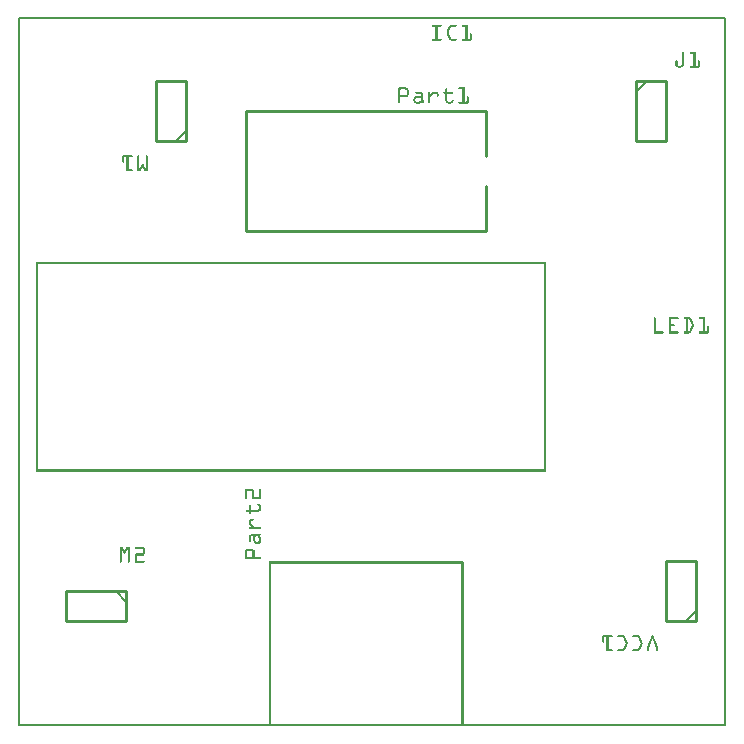
<source format=gto>
G04 MADE WITH FRITZING*
G04 WWW.FRITZING.ORG*
G04 SINGLE SIDED*
G04 HOLES NOT PLATED*
G04 CONTOUR ON CENTER OF CONTOUR VECTOR*
%ASAXBY*%
%FSLAX23Y23*%
%MOIN*%
%OFA0B0*%
%SFA1.0B1.0*%
%ADD10R,2.362200X2.362200X2.346200X2.346200*%
%ADD11C,0.008000*%
%ADD12C,0.010000*%
%ADD13C,0.005000*%
%ADD14R,0.001000X0.001000*%
%LNSILK1*%
G90*
G70*
G54D11*
X4Y2358D02*
X2358Y2358D01*
X2358Y4D01*
X4Y4D01*
X4Y2358D01*
D02*
G54D12*
X1562Y2048D02*
X762Y2048D01*
D02*
X762Y2048D02*
X762Y1648D01*
D02*
X762Y1648D02*
X1562Y1648D01*
D02*
X1562Y2048D02*
X1562Y1898D01*
D02*
X1562Y1798D02*
X1562Y1648D01*
D02*
X2062Y2148D02*
X2062Y1948D01*
D02*
X2062Y1948D02*
X2162Y1948D01*
D02*
X2162Y1948D02*
X2162Y2148D01*
D02*
X2162Y2148D02*
X2062Y2148D01*
G54D13*
D02*
X2062Y2113D02*
X2097Y2148D01*
G54D12*
D02*
X2262Y348D02*
X2262Y548D01*
D02*
X2262Y548D02*
X2162Y548D01*
D02*
X2162Y548D02*
X2162Y348D01*
D02*
X2162Y348D02*
X2262Y348D01*
G54D13*
D02*
X2262Y383D02*
X2227Y348D01*
G54D12*
D02*
X562Y1948D02*
X562Y2148D01*
D02*
X562Y2148D02*
X462Y2148D01*
D02*
X462Y2148D02*
X462Y1948D01*
D02*
X462Y1948D02*
X562Y1948D01*
G54D13*
D02*
X562Y1983D02*
X527Y1948D01*
G54D12*
D02*
X362Y448D02*
X162Y448D01*
D02*
X162Y448D02*
X162Y348D01*
D02*
X162Y348D02*
X362Y348D01*
D02*
X362Y348D02*
X362Y448D01*
G54D13*
D02*
X327Y448D02*
X362Y413D01*
G54D14*
X1381Y2337D02*
X1412Y2337D01*
X1444Y2337D02*
X1462Y2337D01*
X1481Y2337D02*
X1499Y2337D01*
X1380Y2336D02*
X1413Y2336D01*
X1442Y2336D02*
X1463Y2336D01*
X1480Y2336D02*
X1499Y2336D01*
X1380Y2335D02*
X1413Y2335D01*
X1441Y2335D02*
X1463Y2335D01*
X1480Y2335D02*
X1499Y2335D01*
X1380Y2334D02*
X1413Y2334D01*
X1440Y2334D02*
X1463Y2334D01*
X1480Y2334D02*
X1499Y2334D01*
X1380Y2333D02*
X1413Y2333D01*
X1439Y2333D02*
X1463Y2333D01*
X1480Y2333D02*
X1499Y2333D01*
X1380Y2332D02*
X1412Y2332D01*
X1438Y2332D02*
X1462Y2332D01*
X1480Y2332D02*
X1499Y2332D01*
X1382Y2331D02*
X1411Y2331D01*
X1438Y2331D02*
X1461Y2331D01*
X1482Y2331D02*
X1499Y2331D01*
X1393Y2330D02*
X1399Y2330D01*
X1437Y2330D02*
X1445Y2330D01*
X1493Y2330D02*
X1499Y2330D01*
X1393Y2329D02*
X1399Y2329D01*
X1437Y2329D02*
X1444Y2329D01*
X1493Y2329D02*
X1499Y2329D01*
X1393Y2328D02*
X1399Y2328D01*
X1436Y2328D02*
X1443Y2328D01*
X1493Y2328D02*
X1499Y2328D01*
X1393Y2327D02*
X1399Y2327D01*
X1436Y2327D02*
X1443Y2327D01*
X1493Y2327D02*
X1499Y2327D01*
X1393Y2326D02*
X1399Y2326D01*
X1435Y2326D02*
X1442Y2326D01*
X1493Y2326D02*
X1499Y2326D01*
X1393Y2325D02*
X1399Y2325D01*
X1435Y2325D02*
X1442Y2325D01*
X1493Y2325D02*
X1499Y2325D01*
X1393Y2324D02*
X1399Y2324D01*
X1434Y2324D02*
X1441Y2324D01*
X1493Y2324D02*
X1499Y2324D01*
X1393Y2323D02*
X1399Y2323D01*
X1434Y2323D02*
X1441Y2323D01*
X1493Y2323D02*
X1499Y2323D01*
X1393Y2322D02*
X1399Y2322D01*
X1433Y2322D02*
X1440Y2322D01*
X1493Y2322D02*
X1499Y2322D01*
X1393Y2321D02*
X1399Y2321D01*
X1433Y2321D02*
X1440Y2321D01*
X1493Y2321D02*
X1499Y2321D01*
X1393Y2320D02*
X1399Y2320D01*
X1432Y2320D02*
X1439Y2320D01*
X1493Y2320D02*
X1499Y2320D01*
X1393Y2319D02*
X1399Y2319D01*
X1432Y2319D02*
X1439Y2319D01*
X1493Y2319D02*
X1499Y2319D01*
X1393Y2318D02*
X1399Y2318D01*
X1431Y2318D02*
X1438Y2318D01*
X1493Y2318D02*
X1499Y2318D01*
X1393Y2317D02*
X1399Y2317D01*
X1431Y2317D02*
X1438Y2317D01*
X1493Y2317D02*
X1499Y2317D01*
X1393Y2316D02*
X1399Y2316D01*
X1431Y2316D02*
X1437Y2316D01*
X1493Y2316D02*
X1499Y2316D01*
X1393Y2315D02*
X1399Y2315D01*
X1430Y2315D02*
X1437Y2315D01*
X1493Y2315D02*
X1499Y2315D01*
X1393Y2314D02*
X1399Y2314D01*
X1430Y2314D02*
X1436Y2314D01*
X1493Y2314D02*
X1499Y2314D01*
X1393Y2313D02*
X1399Y2313D01*
X1430Y2313D02*
X1436Y2313D01*
X1493Y2313D02*
X1499Y2313D01*
X1393Y2312D02*
X1399Y2312D01*
X1430Y2312D02*
X1436Y2312D01*
X1493Y2312D02*
X1499Y2312D01*
X1393Y2311D02*
X1399Y2311D01*
X1430Y2311D02*
X1436Y2311D01*
X1493Y2311D02*
X1499Y2311D01*
X1393Y2310D02*
X1399Y2310D01*
X1430Y2310D02*
X1436Y2310D01*
X1493Y2310D02*
X1499Y2310D01*
X1393Y2309D02*
X1399Y2309D01*
X1430Y2309D02*
X1436Y2309D01*
X1493Y2309D02*
X1499Y2309D01*
X1393Y2308D02*
X1399Y2308D01*
X1430Y2308D02*
X1436Y2308D01*
X1493Y2308D02*
X1499Y2308D01*
X1509Y2308D02*
X1511Y2308D01*
X1393Y2307D02*
X1399Y2307D01*
X1430Y2307D02*
X1436Y2307D01*
X1493Y2307D02*
X1499Y2307D01*
X1508Y2307D02*
X1512Y2307D01*
X1393Y2306D02*
X1399Y2306D01*
X1430Y2306D02*
X1437Y2306D01*
X1493Y2306D02*
X1499Y2306D01*
X1507Y2306D02*
X1513Y2306D01*
X1393Y2305D02*
X1399Y2305D01*
X1431Y2305D02*
X1437Y2305D01*
X1493Y2305D02*
X1499Y2305D01*
X1507Y2305D02*
X1513Y2305D01*
X1393Y2304D02*
X1399Y2304D01*
X1431Y2304D02*
X1438Y2304D01*
X1493Y2304D02*
X1499Y2304D01*
X1507Y2304D02*
X1513Y2304D01*
X1393Y2303D02*
X1399Y2303D01*
X1431Y2303D02*
X1438Y2303D01*
X1493Y2303D02*
X1499Y2303D01*
X1507Y2303D02*
X1513Y2303D01*
X1393Y2302D02*
X1399Y2302D01*
X1432Y2302D02*
X1439Y2302D01*
X1493Y2302D02*
X1499Y2302D01*
X1507Y2302D02*
X1513Y2302D01*
X1393Y2301D02*
X1399Y2301D01*
X1432Y2301D02*
X1439Y2301D01*
X1493Y2301D02*
X1499Y2301D01*
X1507Y2301D02*
X1513Y2301D01*
X1393Y2300D02*
X1399Y2300D01*
X1433Y2300D02*
X1440Y2300D01*
X1493Y2300D02*
X1499Y2300D01*
X1507Y2300D02*
X1513Y2300D01*
X1393Y2299D02*
X1399Y2299D01*
X1433Y2299D02*
X1440Y2299D01*
X1493Y2299D02*
X1499Y2299D01*
X1507Y2299D02*
X1513Y2299D01*
X1393Y2298D02*
X1399Y2298D01*
X1434Y2298D02*
X1441Y2298D01*
X1493Y2298D02*
X1499Y2298D01*
X1507Y2298D02*
X1513Y2298D01*
X1393Y2297D02*
X1399Y2297D01*
X1434Y2297D02*
X1441Y2297D01*
X1493Y2297D02*
X1499Y2297D01*
X1507Y2297D02*
X1513Y2297D01*
X1393Y2296D02*
X1399Y2296D01*
X1435Y2296D02*
X1442Y2296D01*
X1493Y2296D02*
X1499Y2296D01*
X1507Y2296D02*
X1513Y2296D01*
X1393Y2295D02*
X1399Y2295D01*
X1435Y2295D02*
X1442Y2295D01*
X1493Y2295D02*
X1499Y2295D01*
X1507Y2295D02*
X1513Y2295D01*
X1393Y2294D02*
X1399Y2294D01*
X1436Y2294D02*
X1443Y2294D01*
X1493Y2294D02*
X1499Y2294D01*
X1507Y2294D02*
X1513Y2294D01*
X1393Y2293D02*
X1399Y2293D01*
X1436Y2293D02*
X1443Y2293D01*
X1493Y2293D02*
X1499Y2293D01*
X1507Y2293D02*
X1513Y2293D01*
X1393Y2292D02*
X1399Y2292D01*
X1437Y2292D02*
X1444Y2292D01*
X1493Y2292D02*
X1499Y2292D01*
X1507Y2292D02*
X1513Y2292D01*
X1393Y2291D02*
X1399Y2291D01*
X1437Y2291D02*
X1445Y2291D01*
X1493Y2291D02*
X1499Y2291D01*
X1507Y2291D02*
X1513Y2291D01*
X1381Y2290D02*
X1411Y2290D01*
X1438Y2290D02*
X1461Y2290D01*
X1481Y2290D02*
X1513Y2290D01*
X1380Y2289D02*
X1412Y2289D01*
X1439Y2289D02*
X1462Y2289D01*
X1480Y2289D02*
X1513Y2289D01*
X1380Y2288D02*
X1413Y2288D01*
X1439Y2288D02*
X1463Y2288D01*
X1480Y2288D02*
X1513Y2288D01*
X1380Y2287D02*
X1413Y2287D01*
X1440Y2287D02*
X1463Y2287D01*
X1480Y2287D02*
X1513Y2287D01*
X1380Y2286D02*
X1413Y2286D01*
X1441Y2286D02*
X1463Y2286D01*
X1480Y2286D02*
X1513Y2286D01*
X1380Y2285D02*
X1412Y2285D01*
X1443Y2285D02*
X1462Y2285D01*
X1480Y2285D02*
X1512Y2285D01*
X1381Y2284D02*
X1411Y2284D01*
X1445Y2284D02*
X1461Y2284D01*
X1481Y2284D02*
X1511Y2284D01*
X2215Y2247D02*
X2218Y2247D01*
X2241Y2247D02*
X2259Y2247D01*
X2214Y2246D02*
X2219Y2246D01*
X2240Y2246D02*
X2259Y2246D01*
X2214Y2245D02*
X2219Y2245D01*
X2240Y2245D02*
X2259Y2245D01*
X2214Y2244D02*
X2220Y2244D01*
X2240Y2244D02*
X2259Y2244D01*
X2214Y2243D02*
X2220Y2243D01*
X2240Y2243D02*
X2259Y2243D01*
X2214Y2242D02*
X2220Y2242D01*
X2240Y2242D02*
X2259Y2242D01*
X2214Y2241D02*
X2220Y2241D01*
X2242Y2241D02*
X2259Y2241D01*
X2214Y2240D02*
X2220Y2240D01*
X2253Y2240D02*
X2259Y2240D01*
X2214Y2239D02*
X2220Y2239D01*
X2253Y2239D02*
X2259Y2239D01*
X2214Y2238D02*
X2220Y2238D01*
X2253Y2238D02*
X2259Y2238D01*
X2214Y2237D02*
X2220Y2237D01*
X2253Y2237D02*
X2259Y2237D01*
X2214Y2236D02*
X2220Y2236D01*
X2253Y2236D02*
X2259Y2236D01*
X2214Y2235D02*
X2220Y2235D01*
X2253Y2235D02*
X2259Y2235D01*
X2214Y2234D02*
X2220Y2234D01*
X2253Y2234D02*
X2259Y2234D01*
X2214Y2233D02*
X2220Y2233D01*
X2253Y2233D02*
X2259Y2233D01*
X2214Y2232D02*
X2220Y2232D01*
X2253Y2232D02*
X2259Y2232D01*
X2214Y2231D02*
X2220Y2231D01*
X2253Y2231D02*
X2259Y2231D01*
X2214Y2230D02*
X2220Y2230D01*
X2253Y2230D02*
X2259Y2230D01*
X2214Y2229D02*
X2220Y2229D01*
X2253Y2229D02*
X2259Y2229D01*
X2214Y2228D02*
X2220Y2228D01*
X2253Y2228D02*
X2259Y2228D01*
X2214Y2227D02*
X2220Y2227D01*
X2253Y2227D02*
X2259Y2227D01*
X2214Y2226D02*
X2220Y2226D01*
X2253Y2226D02*
X2259Y2226D01*
X2214Y2225D02*
X2220Y2225D01*
X2253Y2225D02*
X2259Y2225D01*
X2214Y2224D02*
X2220Y2224D01*
X2253Y2224D02*
X2259Y2224D01*
X2214Y2223D02*
X2220Y2223D01*
X2253Y2223D02*
X2259Y2223D01*
X2214Y2222D02*
X2220Y2222D01*
X2253Y2222D02*
X2259Y2222D01*
X2214Y2221D02*
X2220Y2221D01*
X2253Y2221D02*
X2259Y2221D01*
X2214Y2220D02*
X2220Y2220D01*
X2253Y2220D02*
X2259Y2220D01*
X2214Y2219D02*
X2220Y2219D01*
X2253Y2219D02*
X2259Y2219D01*
X2195Y2218D02*
X2197Y2218D01*
X2214Y2218D02*
X2220Y2218D01*
X2253Y2218D02*
X2259Y2218D01*
X2269Y2218D02*
X2271Y2218D01*
X2194Y2217D02*
X2198Y2217D01*
X2214Y2217D02*
X2220Y2217D01*
X2253Y2217D02*
X2259Y2217D01*
X2268Y2217D02*
X2272Y2217D01*
X2193Y2216D02*
X2199Y2216D01*
X2214Y2216D02*
X2220Y2216D01*
X2253Y2216D02*
X2259Y2216D01*
X2267Y2216D02*
X2273Y2216D01*
X2193Y2215D02*
X2199Y2215D01*
X2214Y2215D02*
X2220Y2215D01*
X2253Y2215D02*
X2259Y2215D01*
X2267Y2215D02*
X2273Y2215D01*
X2193Y2214D02*
X2199Y2214D01*
X2214Y2214D02*
X2220Y2214D01*
X2253Y2214D02*
X2259Y2214D01*
X2267Y2214D02*
X2273Y2214D01*
X2193Y2213D02*
X2199Y2213D01*
X2214Y2213D02*
X2220Y2213D01*
X2253Y2213D02*
X2259Y2213D01*
X2267Y2213D02*
X2273Y2213D01*
X2193Y2212D02*
X2199Y2212D01*
X2214Y2212D02*
X2220Y2212D01*
X2253Y2212D02*
X2259Y2212D01*
X2267Y2212D02*
X2273Y2212D01*
X2193Y2211D02*
X2199Y2211D01*
X2214Y2211D02*
X2220Y2211D01*
X2253Y2211D02*
X2259Y2211D01*
X2267Y2211D02*
X2273Y2211D01*
X2193Y2210D02*
X2199Y2210D01*
X2214Y2210D02*
X2220Y2210D01*
X2253Y2210D02*
X2259Y2210D01*
X2267Y2210D02*
X2273Y2210D01*
X2193Y2209D02*
X2199Y2209D01*
X2214Y2209D02*
X2220Y2209D01*
X2253Y2209D02*
X2259Y2209D01*
X2267Y2209D02*
X2273Y2209D01*
X2193Y2208D02*
X2199Y2208D01*
X2214Y2208D02*
X2220Y2208D01*
X2253Y2208D02*
X2259Y2208D01*
X2267Y2208D02*
X2273Y2208D01*
X2193Y2207D02*
X2199Y2207D01*
X2214Y2207D02*
X2220Y2207D01*
X2253Y2207D02*
X2259Y2207D01*
X2267Y2207D02*
X2273Y2207D01*
X2193Y2206D02*
X2199Y2206D01*
X2214Y2206D02*
X2220Y2206D01*
X2253Y2206D02*
X2259Y2206D01*
X2267Y2206D02*
X2273Y2206D01*
X2193Y2205D02*
X2199Y2205D01*
X2214Y2205D02*
X2220Y2205D01*
X2253Y2205D02*
X2259Y2205D01*
X2267Y2205D02*
X2273Y2205D01*
X2193Y2204D02*
X2199Y2204D01*
X2214Y2204D02*
X2220Y2204D01*
X2253Y2204D02*
X2259Y2204D01*
X2267Y2204D02*
X2273Y2204D01*
X2193Y2203D02*
X2199Y2203D01*
X2213Y2203D02*
X2219Y2203D01*
X2253Y2203D02*
X2259Y2203D01*
X2267Y2203D02*
X2273Y2203D01*
X2193Y2202D02*
X2200Y2202D01*
X2213Y2202D02*
X2219Y2202D01*
X2253Y2202D02*
X2259Y2202D01*
X2267Y2202D02*
X2273Y2202D01*
X2193Y2201D02*
X2201Y2201D01*
X2212Y2201D02*
X2219Y2201D01*
X2253Y2201D02*
X2259Y2201D01*
X2267Y2201D02*
X2273Y2201D01*
X2194Y2200D02*
X2219Y2200D01*
X2241Y2200D02*
X2273Y2200D01*
X2194Y2199D02*
X2218Y2199D01*
X2240Y2199D02*
X2273Y2199D01*
X2195Y2198D02*
X2218Y2198D01*
X2240Y2198D02*
X2273Y2198D01*
X2196Y2197D02*
X2217Y2197D01*
X2239Y2197D02*
X2273Y2197D01*
X2197Y2196D02*
X2216Y2196D01*
X2240Y2196D02*
X2273Y2196D01*
X2198Y2195D02*
X2214Y2195D01*
X2240Y2195D02*
X2272Y2195D01*
X2200Y2194D02*
X2212Y2194D01*
X2241Y2194D02*
X2271Y2194D01*
X1270Y2128D02*
X1293Y2128D01*
X1472Y2128D02*
X1489Y2128D01*
X1269Y2127D02*
X1297Y2127D01*
X1470Y2127D02*
X1489Y2127D01*
X1269Y2126D02*
X1298Y2126D01*
X1470Y2126D02*
X1489Y2126D01*
X1269Y2125D02*
X1300Y2125D01*
X1429Y2125D02*
X1429Y2125D01*
X1469Y2125D02*
X1489Y2125D01*
X1269Y2124D02*
X1300Y2124D01*
X1427Y2124D02*
X1431Y2124D01*
X1469Y2124D02*
X1489Y2124D01*
X1269Y2123D02*
X1301Y2123D01*
X1426Y2123D02*
X1432Y2123D01*
X1470Y2123D02*
X1489Y2123D01*
X1269Y2122D02*
X1302Y2122D01*
X1426Y2122D02*
X1432Y2122D01*
X1470Y2122D02*
X1489Y2122D01*
X1269Y2121D02*
X1276Y2121D01*
X1293Y2121D02*
X1302Y2121D01*
X1426Y2121D02*
X1432Y2121D01*
X1483Y2121D02*
X1489Y2121D01*
X1269Y2120D02*
X1275Y2120D01*
X1296Y2120D02*
X1302Y2120D01*
X1426Y2120D02*
X1432Y2120D01*
X1483Y2120D02*
X1489Y2120D01*
X1269Y2119D02*
X1275Y2119D01*
X1296Y2119D02*
X1303Y2119D01*
X1426Y2119D02*
X1432Y2119D01*
X1483Y2119D02*
X1489Y2119D01*
X1269Y2118D02*
X1275Y2118D01*
X1297Y2118D02*
X1303Y2118D01*
X1426Y2118D02*
X1432Y2118D01*
X1483Y2118D02*
X1489Y2118D01*
X1269Y2117D02*
X1275Y2117D01*
X1297Y2117D02*
X1303Y2117D01*
X1426Y2117D02*
X1432Y2117D01*
X1483Y2117D02*
X1489Y2117D01*
X1269Y2116D02*
X1275Y2116D01*
X1297Y2116D02*
X1303Y2116D01*
X1426Y2116D02*
X1432Y2116D01*
X1483Y2116D02*
X1489Y2116D01*
X1269Y2115D02*
X1275Y2115D01*
X1297Y2115D02*
X1303Y2115D01*
X1426Y2115D02*
X1432Y2115D01*
X1483Y2115D02*
X1489Y2115D01*
X1269Y2114D02*
X1275Y2114D01*
X1297Y2114D02*
X1303Y2114D01*
X1426Y2114D02*
X1432Y2114D01*
X1483Y2114D02*
X1489Y2114D01*
X1269Y2113D02*
X1275Y2113D01*
X1297Y2113D02*
X1303Y2113D01*
X1328Y2113D02*
X1344Y2113D01*
X1371Y2113D02*
X1373Y2113D01*
X1385Y2113D02*
X1395Y2113D01*
X1421Y2113D02*
X1447Y2113D01*
X1483Y2113D02*
X1489Y2113D01*
X1269Y2112D02*
X1275Y2112D01*
X1297Y2112D02*
X1303Y2112D01*
X1327Y2112D02*
X1347Y2112D01*
X1370Y2112D02*
X1374Y2112D01*
X1384Y2112D02*
X1397Y2112D01*
X1420Y2112D02*
X1448Y2112D01*
X1483Y2112D02*
X1489Y2112D01*
X1269Y2111D02*
X1275Y2111D01*
X1297Y2111D02*
X1303Y2111D01*
X1326Y2111D02*
X1348Y2111D01*
X1369Y2111D02*
X1375Y2111D01*
X1382Y2111D02*
X1399Y2111D01*
X1419Y2111D02*
X1449Y2111D01*
X1483Y2111D02*
X1489Y2111D01*
X1269Y2110D02*
X1275Y2110D01*
X1297Y2110D02*
X1303Y2110D01*
X1326Y2110D02*
X1349Y2110D01*
X1369Y2110D02*
X1375Y2110D01*
X1381Y2110D02*
X1400Y2110D01*
X1419Y2110D02*
X1449Y2110D01*
X1483Y2110D02*
X1489Y2110D01*
X1269Y2109D02*
X1275Y2109D01*
X1297Y2109D02*
X1303Y2109D01*
X1326Y2109D02*
X1350Y2109D01*
X1369Y2109D02*
X1375Y2109D01*
X1380Y2109D02*
X1401Y2109D01*
X1419Y2109D02*
X1449Y2109D01*
X1483Y2109D02*
X1489Y2109D01*
X1269Y2108D02*
X1275Y2108D01*
X1297Y2108D02*
X1303Y2108D01*
X1327Y2108D02*
X1351Y2108D01*
X1369Y2108D02*
X1375Y2108D01*
X1379Y2108D02*
X1401Y2108D01*
X1420Y2108D02*
X1449Y2108D01*
X1483Y2108D02*
X1489Y2108D01*
X1269Y2107D02*
X1275Y2107D01*
X1297Y2107D02*
X1303Y2107D01*
X1328Y2107D02*
X1351Y2107D01*
X1369Y2107D02*
X1375Y2107D01*
X1378Y2107D02*
X1402Y2107D01*
X1421Y2107D02*
X1448Y2107D01*
X1483Y2107D02*
X1489Y2107D01*
X1269Y2106D02*
X1275Y2106D01*
X1297Y2106D02*
X1303Y2106D01*
X1344Y2106D02*
X1351Y2106D01*
X1369Y2106D02*
X1386Y2106D01*
X1395Y2106D02*
X1402Y2106D01*
X1426Y2106D02*
X1432Y2106D01*
X1483Y2106D02*
X1489Y2106D01*
X1269Y2105D02*
X1275Y2105D01*
X1297Y2105D02*
X1303Y2105D01*
X1345Y2105D02*
X1352Y2105D01*
X1369Y2105D02*
X1385Y2105D01*
X1396Y2105D02*
X1403Y2105D01*
X1426Y2105D02*
X1432Y2105D01*
X1483Y2105D02*
X1489Y2105D01*
X1269Y2104D02*
X1275Y2104D01*
X1297Y2104D02*
X1303Y2104D01*
X1346Y2104D02*
X1352Y2104D01*
X1369Y2104D02*
X1384Y2104D01*
X1397Y2104D02*
X1403Y2104D01*
X1426Y2104D02*
X1432Y2104D01*
X1483Y2104D02*
X1489Y2104D01*
X1269Y2103D02*
X1275Y2103D01*
X1296Y2103D02*
X1303Y2103D01*
X1346Y2103D02*
X1352Y2103D01*
X1369Y2103D02*
X1383Y2103D01*
X1397Y2103D02*
X1403Y2103D01*
X1426Y2103D02*
X1432Y2103D01*
X1483Y2103D02*
X1489Y2103D01*
X1269Y2102D02*
X1275Y2102D01*
X1295Y2102D02*
X1302Y2102D01*
X1346Y2102D02*
X1352Y2102D01*
X1369Y2102D02*
X1382Y2102D01*
X1397Y2102D02*
X1403Y2102D01*
X1426Y2102D02*
X1432Y2102D01*
X1483Y2102D02*
X1489Y2102D01*
X1269Y2101D02*
X1302Y2101D01*
X1346Y2101D02*
X1352Y2101D01*
X1369Y2101D02*
X1381Y2101D01*
X1397Y2101D02*
X1403Y2101D01*
X1426Y2101D02*
X1432Y2101D01*
X1483Y2101D02*
X1489Y2101D01*
X1269Y2100D02*
X1301Y2100D01*
X1346Y2100D02*
X1352Y2100D01*
X1369Y2100D02*
X1379Y2100D01*
X1397Y2100D02*
X1403Y2100D01*
X1426Y2100D02*
X1432Y2100D01*
X1483Y2100D02*
X1489Y2100D01*
X1269Y2099D02*
X1301Y2099D01*
X1346Y2099D02*
X1352Y2099D01*
X1369Y2099D02*
X1378Y2099D01*
X1397Y2099D02*
X1402Y2099D01*
X1426Y2099D02*
X1432Y2099D01*
X1483Y2099D02*
X1489Y2099D01*
X1269Y2098D02*
X1300Y2098D01*
X1326Y2098D02*
X1352Y2098D01*
X1369Y2098D02*
X1377Y2098D01*
X1399Y2098D02*
X1401Y2098D01*
X1426Y2098D02*
X1432Y2098D01*
X1483Y2098D02*
X1489Y2098D01*
X1498Y2098D02*
X1501Y2098D01*
X1269Y2097D02*
X1299Y2097D01*
X1324Y2097D02*
X1352Y2097D01*
X1369Y2097D02*
X1376Y2097D01*
X1426Y2097D02*
X1432Y2097D01*
X1483Y2097D02*
X1489Y2097D01*
X1497Y2097D02*
X1502Y2097D01*
X1269Y2096D02*
X1297Y2096D01*
X1323Y2096D02*
X1352Y2096D01*
X1369Y2096D02*
X1375Y2096D01*
X1426Y2096D02*
X1432Y2096D01*
X1483Y2096D02*
X1489Y2096D01*
X1497Y2096D02*
X1503Y2096D01*
X1269Y2095D02*
X1295Y2095D01*
X1322Y2095D02*
X1352Y2095D01*
X1369Y2095D02*
X1375Y2095D01*
X1426Y2095D02*
X1432Y2095D01*
X1483Y2095D02*
X1489Y2095D01*
X1497Y2095D02*
X1503Y2095D01*
X1269Y2094D02*
X1275Y2094D01*
X1321Y2094D02*
X1352Y2094D01*
X1369Y2094D02*
X1375Y2094D01*
X1426Y2094D02*
X1432Y2094D01*
X1483Y2094D02*
X1489Y2094D01*
X1497Y2094D02*
X1503Y2094D01*
X1269Y2093D02*
X1275Y2093D01*
X1320Y2093D02*
X1352Y2093D01*
X1369Y2093D02*
X1375Y2093D01*
X1426Y2093D02*
X1432Y2093D01*
X1483Y2093D02*
X1489Y2093D01*
X1497Y2093D02*
X1503Y2093D01*
X1269Y2092D02*
X1275Y2092D01*
X1320Y2092D02*
X1352Y2092D01*
X1369Y2092D02*
X1375Y2092D01*
X1426Y2092D02*
X1432Y2092D01*
X1483Y2092D02*
X1489Y2092D01*
X1497Y2092D02*
X1503Y2092D01*
X1269Y2091D02*
X1275Y2091D01*
X1320Y2091D02*
X1327Y2091D01*
X1345Y2091D02*
X1352Y2091D01*
X1369Y2091D02*
X1375Y2091D01*
X1426Y2091D02*
X1432Y2091D01*
X1483Y2091D02*
X1489Y2091D01*
X1497Y2091D02*
X1503Y2091D01*
X1269Y2090D02*
X1275Y2090D01*
X1319Y2090D02*
X1326Y2090D01*
X1346Y2090D02*
X1352Y2090D01*
X1369Y2090D02*
X1375Y2090D01*
X1426Y2090D02*
X1432Y2090D01*
X1483Y2090D02*
X1489Y2090D01*
X1497Y2090D02*
X1503Y2090D01*
X1269Y2089D02*
X1275Y2089D01*
X1319Y2089D02*
X1325Y2089D01*
X1346Y2089D02*
X1352Y2089D01*
X1369Y2089D02*
X1375Y2089D01*
X1426Y2089D02*
X1432Y2089D01*
X1483Y2089D02*
X1489Y2089D01*
X1497Y2089D02*
X1503Y2089D01*
X1269Y2088D02*
X1275Y2088D01*
X1319Y2088D02*
X1325Y2088D01*
X1346Y2088D02*
X1352Y2088D01*
X1369Y2088D02*
X1375Y2088D01*
X1426Y2088D02*
X1432Y2088D01*
X1483Y2088D02*
X1489Y2088D01*
X1497Y2088D02*
X1503Y2088D01*
X1269Y2087D02*
X1275Y2087D01*
X1319Y2087D02*
X1325Y2087D01*
X1346Y2087D02*
X1352Y2087D01*
X1369Y2087D02*
X1375Y2087D01*
X1426Y2087D02*
X1432Y2087D01*
X1483Y2087D02*
X1489Y2087D01*
X1497Y2087D02*
X1503Y2087D01*
X1269Y2086D02*
X1275Y2086D01*
X1319Y2086D02*
X1325Y2086D01*
X1346Y2086D02*
X1352Y2086D01*
X1369Y2086D02*
X1375Y2086D01*
X1426Y2086D02*
X1432Y2086D01*
X1448Y2086D02*
X1451Y2086D01*
X1483Y2086D02*
X1489Y2086D01*
X1497Y2086D02*
X1503Y2086D01*
X1269Y2085D02*
X1275Y2085D01*
X1319Y2085D02*
X1325Y2085D01*
X1346Y2085D02*
X1353Y2085D01*
X1369Y2085D02*
X1375Y2085D01*
X1426Y2085D02*
X1432Y2085D01*
X1447Y2085D02*
X1452Y2085D01*
X1483Y2085D02*
X1489Y2085D01*
X1497Y2085D02*
X1503Y2085D01*
X1269Y2084D02*
X1275Y2084D01*
X1319Y2084D02*
X1325Y2084D01*
X1344Y2084D02*
X1353Y2084D01*
X1369Y2084D02*
X1375Y2084D01*
X1426Y2084D02*
X1432Y2084D01*
X1447Y2084D02*
X1453Y2084D01*
X1483Y2084D02*
X1489Y2084D01*
X1497Y2084D02*
X1503Y2084D01*
X1269Y2083D02*
X1275Y2083D01*
X1319Y2083D02*
X1326Y2083D01*
X1342Y2083D02*
X1353Y2083D01*
X1369Y2083D02*
X1375Y2083D01*
X1426Y2083D02*
X1432Y2083D01*
X1446Y2083D02*
X1453Y2083D01*
X1483Y2083D02*
X1489Y2083D01*
X1497Y2083D02*
X1503Y2083D01*
X1269Y2082D02*
X1275Y2082D01*
X1319Y2082D02*
X1326Y2082D01*
X1341Y2082D02*
X1353Y2082D01*
X1369Y2082D02*
X1375Y2082D01*
X1426Y2082D02*
X1433Y2082D01*
X1446Y2082D02*
X1453Y2082D01*
X1483Y2082D02*
X1489Y2082D01*
X1497Y2082D02*
X1503Y2082D01*
X1269Y2081D02*
X1275Y2081D01*
X1320Y2081D02*
X1328Y2081D01*
X1339Y2081D02*
X1353Y2081D01*
X1369Y2081D02*
X1375Y2081D01*
X1427Y2081D02*
X1435Y2081D01*
X1444Y2081D02*
X1452Y2081D01*
X1483Y2081D02*
X1489Y2081D01*
X1496Y2081D02*
X1503Y2081D01*
X1269Y2080D02*
X1275Y2080D01*
X1320Y2080D02*
X1353Y2080D01*
X1369Y2080D02*
X1375Y2080D01*
X1427Y2080D02*
X1452Y2080D01*
X1470Y2080D02*
X1503Y2080D01*
X1269Y2079D02*
X1275Y2079D01*
X1321Y2079D02*
X1353Y2079D01*
X1369Y2079D02*
X1375Y2079D01*
X1428Y2079D02*
X1451Y2079D01*
X1470Y2079D02*
X1503Y2079D01*
X1269Y2078D02*
X1275Y2078D01*
X1321Y2078D02*
X1353Y2078D01*
X1369Y2078D02*
X1375Y2078D01*
X1428Y2078D02*
X1451Y2078D01*
X1469Y2078D02*
X1503Y2078D01*
X1269Y2077D02*
X1275Y2077D01*
X1322Y2077D02*
X1345Y2077D01*
X1347Y2077D02*
X1353Y2077D01*
X1369Y2077D02*
X1375Y2077D01*
X1429Y2077D02*
X1450Y2077D01*
X1469Y2077D02*
X1503Y2077D01*
X1270Y2076D02*
X1275Y2076D01*
X1323Y2076D02*
X1343Y2076D01*
X1347Y2076D02*
X1352Y2076D01*
X1370Y2076D02*
X1375Y2076D01*
X1430Y2076D02*
X1448Y2076D01*
X1470Y2076D02*
X1502Y2076D01*
X1270Y2075D02*
X1274Y2075D01*
X1325Y2075D02*
X1342Y2075D01*
X1348Y2075D02*
X1352Y2075D01*
X1370Y2075D02*
X1374Y2075D01*
X1432Y2075D02*
X1447Y2075D01*
X1470Y2075D02*
X1502Y2075D01*
X1272Y2074D02*
X1272Y2074D01*
X1328Y2074D02*
X1340Y2074D01*
X1350Y2074D02*
X1350Y2074D01*
X1372Y2074D02*
X1372Y2074D01*
X1435Y2074D02*
X1443Y2074D01*
X1472Y2074D02*
X1500Y2074D01*
X352Y1902D02*
X380Y1902D01*
X402Y1902D02*
X403Y1902D01*
X429Y1902D02*
X430Y1902D01*
X350Y1901D02*
X382Y1901D01*
X400Y1901D02*
X404Y1901D01*
X428Y1901D02*
X432Y1901D01*
X350Y1900D02*
X383Y1900D01*
X400Y1900D02*
X405Y1900D01*
X427Y1900D02*
X433Y1900D01*
X349Y1899D02*
X383Y1899D01*
X399Y1899D02*
X405Y1899D01*
X427Y1899D02*
X433Y1899D01*
X349Y1898D02*
X383Y1898D01*
X399Y1898D02*
X405Y1898D01*
X427Y1898D02*
X433Y1898D01*
X349Y1897D02*
X382Y1897D01*
X399Y1897D02*
X405Y1897D01*
X427Y1897D02*
X433Y1897D01*
X349Y1896D02*
X382Y1896D01*
X399Y1896D02*
X405Y1896D01*
X427Y1896D02*
X433Y1896D01*
X349Y1895D02*
X356Y1895D01*
X363Y1895D02*
X369Y1895D01*
X399Y1895D02*
X405Y1895D01*
X427Y1895D02*
X433Y1895D01*
X349Y1894D02*
X355Y1894D01*
X363Y1894D02*
X369Y1894D01*
X399Y1894D02*
X405Y1894D01*
X427Y1894D02*
X433Y1894D01*
X349Y1893D02*
X355Y1893D01*
X363Y1893D02*
X369Y1893D01*
X399Y1893D02*
X405Y1893D01*
X427Y1893D02*
X433Y1893D01*
X349Y1892D02*
X355Y1892D01*
X363Y1892D02*
X369Y1892D01*
X399Y1892D02*
X405Y1892D01*
X427Y1892D02*
X433Y1892D01*
X349Y1891D02*
X355Y1891D01*
X363Y1891D02*
X369Y1891D01*
X399Y1891D02*
X405Y1891D01*
X427Y1891D02*
X433Y1891D01*
X349Y1890D02*
X355Y1890D01*
X363Y1890D02*
X369Y1890D01*
X399Y1890D02*
X405Y1890D01*
X427Y1890D02*
X433Y1890D01*
X349Y1889D02*
X355Y1889D01*
X363Y1889D02*
X369Y1889D01*
X399Y1889D02*
X405Y1889D01*
X427Y1889D02*
X433Y1889D01*
X349Y1888D02*
X355Y1888D01*
X363Y1888D02*
X369Y1888D01*
X399Y1888D02*
X405Y1888D01*
X427Y1888D02*
X433Y1888D01*
X349Y1887D02*
X355Y1887D01*
X363Y1887D02*
X369Y1887D01*
X399Y1887D02*
X405Y1887D01*
X427Y1887D02*
X433Y1887D01*
X349Y1886D02*
X355Y1886D01*
X363Y1886D02*
X369Y1886D01*
X399Y1886D02*
X405Y1886D01*
X427Y1886D02*
X433Y1886D01*
X349Y1885D02*
X355Y1885D01*
X363Y1885D02*
X369Y1885D01*
X399Y1885D02*
X405Y1885D01*
X427Y1885D02*
X433Y1885D01*
X349Y1884D02*
X355Y1884D01*
X363Y1884D02*
X369Y1884D01*
X399Y1884D02*
X405Y1884D01*
X427Y1884D02*
X433Y1884D01*
X349Y1883D02*
X355Y1883D01*
X363Y1883D02*
X369Y1883D01*
X399Y1883D02*
X405Y1883D01*
X427Y1883D02*
X433Y1883D01*
X349Y1882D02*
X355Y1882D01*
X363Y1882D02*
X369Y1882D01*
X399Y1882D02*
X405Y1882D01*
X427Y1882D02*
X433Y1882D01*
X349Y1881D02*
X355Y1881D01*
X363Y1881D02*
X369Y1881D01*
X399Y1881D02*
X405Y1881D01*
X427Y1881D02*
X433Y1881D01*
X350Y1880D02*
X355Y1880D01*
X363Y1880D02*
X369Y1880D01*
X399Y1880D02*
X405Y1880D01*
X427Y1880D02*
X433Y1880D01*
X350Y1879D02*
X355Y1879D01*
X363Y1879D02*
X369Y1879D01*
X399Y1879D02*
X405Y1879D01*
X427Y1879D02*
X433Y1879D01*
X351Y1878D02*
X354Y1878D01*
X363Y1878D02*
X369Y1878D01*
X399Y1878D02*
X405Y1878D01*
X427Y1878D02*
X433Y1878D01*
X363Y1877D02*
X369Y1877D01*
X399Y1877D02*
X405Y1877D01*
X427Y1877D02*
X433Y1877D01*
X363Y1876D02*
X369Y1876D01*
X399Y1876D02*
X405Y1876D01*
X427Y1876D02*
X433Y1876D01*
X363Y1875D02*
X369Y1875D01*
X399Y1875D02*
X405Y1875D01*
X427Y1875D02*
X433Y1875D01*
X363Y1874D02*
X369Y1874D01*
X399Y1874D02*
X405Y1874D01*
X427Y1874D02*
X433Y1874D01*
X363Y1873D02*
X369Y1873D01*
X399Y1873D02*
X405Y1873D01*
X427Y1873D02*
X433Y1873D01*
X363Y1872D02*
X369Y1872D01*
X399Y1872D02*
X405Y1872D01*
X415Y1872D02*
X418Y1872D01*
X427Y1872D02*
X433Y1872D01*
X363Y1871D02*
X369Y1871D01*
X399Y1871D02*
X405Y1871D01*
X414Y1871D02*
X419Y1871D01*
X427Y1871D02*
X433Y1871D01*
X363Y1870D02*
X369Y1870D01*
X399Y1870D02*
X405Y1870D01*
X413Y1870D02*
X419Y1870D01*
X427Y1870D02*
X433Y1870D01*
X363Y1869D02*
X369Y1869D01*
X399Y1869D02*
X405Y1869D01*
X413Y1869D02*
X419Y1869D01*
X427Y1869D02*
X433Y1869D01*
X363Y1868D02*
X369Y1868D01*
X399Y1868D02*
X405Y1868D01*
X413Y1868D02*
X419Y1868D01*
X427Y1868D02*
X433Y1868D01*
X363Y1867D02*
X369Y1867D01*
X399Y1867D02*
X405Y1867D01*
X413Y1867D02*
X419Y1867D01*
X427Y1867D02*
X433Y1867D01*
X363Y1866D02*
X369Y1866D01*
X399Y1866D02*
X405Y1866D01*
X412Y1866D02*
X420Y1866D01*
X427Y1866D02*
X433Y1866D01*
X363Y1865D02*
X369Y1865D01*
X399Y1865D02*
X405Y1865D01*
X411Y1865D02*
X421Y1865D01*
X427Y1865D02*
X433Y1865D01*
X363Y1864D02*
X369Y1864D01*
X399Y1864D02*
X405Y1864D01*
X411Y1864D02*
X422Y1864D01*
X427Y1864D02*
X433Y1864D01*
X363Y1863D02*
X369Y1863D01*
X399Y1863D02*
X405Y1863D01*
X410Y1863D02*
X422Y1863D01*
X427Y1863D02*
X433Y1863D01*
X363Y1862D02*
X369Y1862D01*
X399Y1862D02*
X405Y1862D01*
X409Y1862D02*
X423Y1862D01*
X427Y1862D02*
X433Y1862D01*
X363Y1861D02*
X369Y1861D01*
X399Y1861D02*
X405Y1861D01*
X409Y1861D02*
X424Y1861D01*
X427Y1861D02*
X433Y1861D01*
X363Y1860D02*
X369Y1860D01*
X399Y1860D02*
X405Y1860D01*
X408Y1860D02*
X424Y1860D01*
X427Y1860D02*
X433Y1860D01*
X363Y1859D02*
X369Y1859D01*
X399Y1859D02*
X405Y1859D01*
X407Y1859D02*
X415Y1859D01*
X417Y1859D02*
X425Y1859D01*
X427Y1859D02*
X433Y1859D01*
X363Y1858D02*
X369Y1858D01*
X399Y1858D02*
X414Y1858D01*
X418Y1858D02*
X433Y1858D01*
X363Y1857D02*
X369Y1857D01*
X399Y1857D02*
X413Y1857D01*
X419Y1857D02*
X433Y1857D01*
X363Y1856D02*
X369Y1856D01*
X399Y1856D02*
X413Y1856D01*
X420Y1856D02*
X433Y1856D01*
X363Y1855D02*
X380Y1855D01*
X399Y1855D02*
X412Y1855D01*
X420Y1855D02*
X433Y1855D01*
X363Y1854D02*
X382Y1854D01*
X399Y1854D02*
X411Y1854D01*
X421Y1854D02*
X433Y1854D01*
X363Y1853D02*
X383Y1853D01*
X399Y1853D02*
X411Y1853D01*
X422Y1853D02*
X433Y1853D01*
X363Y1852D02*
X383Y1852D01*
X399Y1852D02*
X410Y1852D01*
X422Y1852D02*
X433Y1852D01*
X363Y1851D02*
X383Y1851D01*
X399Y1851D02*
X409Y1851D01*
X423Y1851D02*
X433Y1851D01*
X363Y1850D02*
X383Y1850D01*
X399Y1850D02*
X409Y1850D01*
X424Y1850D02*
X433Y1850D01*
X363Y1849D02*
X382Y1849D01*
X399Y1849D02*
X408Y1849D01*
X424Y1849D02*
X433Y1849D01*
X61Y1547D02*
X1761Y1547D01*
X61Y1546D02*
X1761Y1546D01*
X61Y1545D02*
X1761Y1545D01*
X61Y1544D02*
X1761Y1544D01*
X61Y1543D02*
X1761Y1543D01*
X61Y1542D02*
X1761Y1542D01*
X61Y1541D02*
X1761Y1541D01*
X61Y1540D02*
X1761Y1540D01*
X61Y1539D02*
X68Y1539D01*
X1754Y1539D02*
X1761Y1539D01*
X61Y1538D02*
X68Y1538D01*
X1754Y1538D02*
X1761Y1538D01*
X61Y1537D02*
X68Y1537D01*
X1754Y1537D02*
X1761Y1537D01*
X61Y1536D02*
X68Y1536D01*
X1754Y1536D02*
X1761Y1536D01*
X61Y1535D02*
X68Y1535D01*
X1754Y1535D02*
X1761Y1535D01*
X61Y1534D02*
X68Y1534D01*
X1754Y1534D02*
X1761Y1534D01*
X61Y1533D02*
X68Y1533D01*
X1754Y1533D02*
X1761Y1533D01*
X61Y1532D02*
X68Y1532D01*
X1754Y1532D02*
X1761Y1532D01*
X61Y1531D02*
X68Y1531D01*
X1754Y1531D02*
X1761Y1531D01*
X61Y1530D02*
X68Y1530D01*
X1754Y1530D02*
X1761Y1530D01*
X61Y1529D02*
X68Y1529D01*
X1754Y1529D02*
X1761Y1529D01*
X61Y1528D02*
X68Y1528D01*
X1754Y1528D02*
X1761Y1528D01*
X61Y1527D02*
X68Y1527D01*
X1754Y1527D02*
X1761Y1527D01*
X61Y1526D02*
X68Y1526D01*
X1754Y1526D02*
X1761Y1526D01*
X61Y1525D02*
X68Y1525D01*
X1754Y1525D02*
X1761Y1525D01*
X61Y1524D02*
X68Y1524D01*
X1754Y1524D02*
X1761Y1524D01*
X61Y1523D02*
X68Y1523D01*
X1754Y1523D02*
X1761Y1523D01*
X61Y1522D02*
X68Y1522D01*
X1754Y1522D02*
X1761Y1522D01*
X61Y1521D02*
X68Y1521D01*
X1754Y1521D02*
X1761Y1521D01*
X61Y1520D02*
X68Y1520D01*
X1754Y1520D02*
X1761Y1520D01*
X61Y1519D02*
X68Y1519D01*
X1754Y1519D02*
X1761Y1519D01*
X61Y1518D02*
X68Y1518D01*
X1754Y1518D02*
X1761Y1518D01*
X61Y1517D02*
X68Y1517D01*
X1754Y1517D02*
X1761Y1517D01*
X61Y1516D02*
X68Y1516D01*
X1754Y1516D02*
X1761Y1516D01*
X61Y1515D02*
X68Y1515D01*
X1754Y1515D02*
X1761Y1515D01*
X61Y1514D02*
X68Y1514D01*
X1754Y1514D02*
X1761Y1514D01*
X61Y1513D02*
X68Y1513D01*
X1754Y1513D02*
X1761Y1513D01*
X61Y1512D02*
X68Y1512D01*
X1754Y1512D02*
X1761Y1512D01*
X61Y1511D02*
X68Y1511D01*
X1754Y1511D02*
X1761Y1511D01*
X61Y1510D02*
X68Y1510D01*
X1754Y1510D02*
X1761Y1510D01*
X61Y1509D02*
X68Y1509D01*
X1754Y1509D02*
X1761Y1509D01*
X61Y1508D02*
X68Y1508D01*
X1754Y1508D02*
X1761Y1508D01*
X61Y1507D02*
X68Y1507D01*
X1754Y1507D02*
X1761Y1507D01*
X61Y1506D02*
X68Y1506D01*
X1754Y1506D02*
X1761Y1506D01*
X61Y1505D02*
X68Y1505D01*
X1754Y1505D02*
X1761Y1505D01*
X61Y1504D02*
X68Y1504D01*
X1754Y1504D02*
X1761Y1504D01*
X61Y1503D02*
X68Y1503D01*
X1754Y1503D02*
X1761Y1503D01*
X61Y1502D02*
X68Y1502D01*
X1754Y1502D02*
X1761Y1502D01*
X61Y1501D02*
X68Y1501D01*
X1754Y1501D02*
X1761Y1501D01*
X61Y1500D02*
X68Y1500D01*
X1754Y1500D02*
X1761Y1500D01*
X61Y1499D02*
X68Y1499D01*
X1754Y1499D02*
X1761Y1499D01*
X61Y1498D02*
X68Y1498D01*
X1754Y1498D02*
X1761Y1498D01*
X61Y1497D02*
X68Y1497D01*
X1754Y1497D02*
X1761Y1497D01*
X61Y1496D02*
X68Y1496D01*
X1754Y1496D02*
X1761Y1496D01*
X61Y1495D02*
X68Y1495D01*
X1754Y1495D02*
X1761Y1495D01*
X61Y1494D02*
X68Y1494D01*
X1754Y1494D02*
X1761Y1494D01*
X61Y1493D02*
X68Y1493D01*
X1754Y1493D02*
X1761Y1493D01*
X61Y1492D02*
X68Y1492D01*
X1754Y1492D02*
X1761Y1492D01*
X61Y1491D02*
X68Y1491D01*
X1754Y1491D02*
X1761Y1491D01*
X61Y1490D02*
X68Y1490D01*
X1754Y1490D02*
X1761Y1490D01*
X61Y1489D02*
X68Y1489D01*
X1754Y1489D02*
X1761Y1489D01*
X61Y1488D02*
X68Y1488D01*
X1754Y1488D02*
X1761Y1488D01*
X61Y1487D02*
X68Y1487D01*
X1754Y1487D02*
X1761Y1487D01*
X61Y1486D02*
X68Y1486D01*
X1754Y1486D02*
X1761Y1486D01*
X61Y1485D02*
X68Y1485D01*
X1754Y1485D02*
X1761Y1485D01*
X61Y1484D02*
X68Y1484D01*
X1754Y1484D02*
X1761Y1484D01*
X61Y1483D02*
X68Y1483D01*
X1754Y1483D02*
X1761Y1483D01*
X61Y1482D02*
X68Y1482D01*
X1754Y1482D02*
X1761Y1482D01*
X61Y1481D02*
X68Y1481D01*
X1754Y1481D02*
X1761Y1481D01*
X61Y1480D02*
X68Y1480D01*
X1754Y1480D02*
X1761Y1480D01*
X61Y1479D02*
X68Y1479D01*
X1754Y1479D02*
X1761Y1479D01*
X61Y1478D02*
X68Y1478D01*
X1754Y1478D02*
X1761Y1478D01*
X61Y1477D02*
X68Y1477D01*
X1754Y1477D02*
X1761Y1477D01*
X61Y1476D02*
X68Y1476D01*
X1754Y1476D02*
X1761Y1476D01*
X61Y1475D02*
X68Y1475D01*
X1754Y1475D02*
X1761Y1475D01*
X61Y1474D02*
X68Y1474D01*
X1754Y1474D02*
X1761Y1474D01*
X61Y1473D02*
X68Y1473D01*
X1754Y1473D02*
X1761Y1473D01*
X61Y1472D02*
X68Y1472D01*
X1754Y1472D02*
X1761Y1472D01*
X61Y1471D02*
X68Y1471D01*
X1754Y1471D02*
X1761Y1471D01*
X61Y1470D02*
X68Y1470D01*
X1754Y1470D02*
X1761Y1470D01*
X61Y1469D02*
X68Y1469D01*
X1754Y1469D02*
X1761Y1469D01*
X61Y1468D02*
X68Y1468D01*
X1754Y1468D02*
X1761Y1468D01*
X61Y1467D02*
X68Y1467D01*
X1754Y1467D02*
X1761Y1467D01*
X61Y1466D02*
X68Y1466D01*
X1754Y1466D02*
X1761Y1466D01*
X61Y1465D02*
X68Y1465D01*
X1754Y1465D02*
X1761Y1465D01*
X61Y1464D02*
X68Y1464D01*
X1754Y1464D02*
X1761Y1464D01*
X61Y1463D02*
X68Y1463D01*
X1754Y1463D02*
X1761Y1463D01*
X61Y1462D02*
X68Y1462D01*
X1754Y1462D02*
X1761Y1462D01*
X61Y1461D02*
X68Y1461D01*
X1754Y1461D02*
X1761Y1461D01*
X61Y1460D02*
X68Y1460D01*
X1754Y1460D02*
X1761Y1460D01*
X61Y1459D02*
X68Y1459D01*
X1754Y1459D02*
X1761Y1459D01*
X61Y1458D02*
X68Y1458D01*
X1754Y1458D02*
X1761Y1458D01*
X61Y1457D02*
X68Y1457D01*
X1754Y1457D02*
X1761Y1457D01*
X61Y1456D02*
X68Y1456D01*
X1754Y1456D02*
X1761Y1456D01*
X61Y1455D02*
X68Y1455D01*
X1754Y1455D02*
X1761Y1455D01*
X61Y1454D02*
X68Y1454D01*
X1754Y1454D02*
X1761Y1454D01*
X61Y1453D02*
X68Y1453D01*
X1754Y1453D02*
X1761Y1453D01*
X61Y1452D02*
X68Y1452D01*
X1754Y1452D02*
X1761Y1452D01*
X61Y1451D02*
X68Y1451D01*
X1754Y1451D02*
X1761Y1451D01*
X61Y1450D02*
X68Y1450D01*
X1754Y1450D02*
X1761Y1450D01*
X61Y1449D02*
X68Y1449D01*
X1754Y1449D02*
X1761Y1449D01*
X61Y1448D02*
X68Y1448D01*
X1754Y1448D02*
X1761Y1448D01*
X61Y1447D02*
X68Y1447D01*
X1754Y1447D02*
X1761Y1447D01*
X61Y1446D02*
X68Y1446D01*
X1754Y1446D02*
X1761Y1446D01*
X61Y1445D02*
X68Y1445D01*
X1754Y1445D02*
X1761Y1445D01*
X61Y1444D02*
X68Y1444D01*
X1754Y1444D02*
X1761Y1444D01*
X61Y1443D02*
X68Y1443D01*
X1754Y1443D02*
X1761Y1443D01*
X61Y1442D02*
X68Y1442D01*
X1754Y1442D02*
X1761Y1442D01*
X61Y1441D02*
X68Y1441D01*
X1754Y1441D02*
X1761Y1441D01*
X61Y1440D02*
X68Y1440D01*
X1754Y1440D02*
X1761Y1440D01*
X61Y1439D02*
X68Y1439D01*
X1754Y1439D02*
X1761Y1439D01*
X61Y1438D02*
X68Y1438D01*
X1754Y1438D02*
X1761Y1438D01*
X61Y1437D02*
X68Y1437D01*
X1754Y1437D02*
X1761Y1437D01*
X61Y1436D02*
X68Y1436D01*
X1754Y1436D02*
X1761Y1436D01*
X61Y1435D02*
X68Y1435D01*
X1754Y1435D02*
X1761Y1435D01*
X61Y1434D02*
X68Y1434D01*
X1754Y1434D02*
X1761Y1434D01*
X61Y1433D02*
X68Y1433D01*
X1754Y1433D02*
X1761Y1433D01*
X61Y1432D02*
X68Y1432D01*
X1754Y1432D02*
X1761Y1432D01*
X61Y1431D02*
X68Y1431D01*
X1754Y1431D02*
X1761Y1431D01*
X61Y1430D02*
X68Y1430D01*
X1754Y1430D02*
X1761Y1430D01*
X61Y1429D02*
X68Y1429D01*
X1754Y1429D02*
X1761Y1429D01*
X61Y1428D02*
X68Y1428D01*
X1754Y1428D02*
X1761Y1428D01*
X61Y1427D02*
X68Y1427D01*
X1754Y1427D02*
X1761Y1427D01*
X61Y1426D02*
X68Y1426D01*
X1754Y1426D02*
X1761Y1426D01*
X61Y1425D02*
X68Y1425D01*
X1754Y1425D02*
X1761Y1425D01*
X61Y1424D02*
X68Y1424D01*
X1754Y1424D02*
X1761Y1424D01*
X61Y1423D02*
X68Y1423D01*
X1754Y1423D02*
X1761Y1423D01*
X61Y1422D02*
X68Y1422D01*
X1754Y1422D02*
X1761Y1422D01*
X61Y1421D02*
X68Y1421D01*
X1754Y1421D02*
X1761Y1421D01*
X61Y1420D02*
X68Y1420D01*
X1754Y1420D02*
X1761Y1420D01*
X61Y1419D02*
X68Y1419D01*
X1754Y1419D02*
X1761Y1419D01*
X61Y1418D02*
X68Y1418D01*
X1754Y1418D02*
X1761Y1418D01*
X61Y1417D02*
X68Y1417D01*
X1754Y1417D02*
X1761Y1417D01*
X61Y1416D02*
X68Y1416D01*
X1754Y1416D02*
X1761Y1416D01*
X61Y1415D02*
X68Y1415D01*
X1754Y1415D02*
X1761Y1415D01*
X61Y1414D02*
X68Y1414D01*
X1754Y1414D02*
X1761Y1414D01*
X61Y1413D02*
X68Y1413D01*
X1754Y1413D02*
X1761Y1413D01*
X61Y1412D02*
X68Y1412D01*
X1754Y1412D02*
X1761Y1412D01*
X61Y1411D02*
X68Y1411D01*
X1754Y1411D02*
X1761Y1411D01*
X61Y1410D02*
X68Y1410D01*
X1754Y1410D02*
X1761Y1410D01*
X61Y1409D02*
X68Y1409D01*
X1754Y1409D02*
X1761Y1409D01*
X61Y1408D02*
X68Y1408D01*
X1754Y1408D02*
X1761Y1408D01*
X61Y1407D02*
X68Y1407D01*
X1754Y1407D02*
X1761Y1407D01*
X61Y1406D02*
X68Y1406D01*
X1754Y1406D02*
X1761Y1406D01*
X61Y1405D02*
X68Y1405D01*
X1754Y1405D02*
X1761Y1405D01*
X61Y1404D02*
X68Y1404D01*
X1754Y1404D02*
X1761Y1404D01*
X61Y1403D02*
X68Y1403D01*
X1754Y1403D02*
X1761Y1403D01*
X61Y1402D02*
X68Y1402D01*
X1754Y1402D02*
X1761Y1402D01*
X61Y1401D02*
X68Y1401D01*
X1754Y1401D02*
X1761Y1401D01*
X61Y1400D02*
X68Y1400D01*
X1754Y1400D02*
X1761Y1400D01*
X61Y1399D02*
X68Y1399D01*
X1754Y1399D02*
X1761Y1399D01*
X61Y1398D02*
X68Y1398D01*
X1754Y1398D02*
X1761Y1398D01*
X61Y1397D02*
X68Y1397D01*
X1754Y1397D02*
X1761Y1397D01*
X61Y1396D02*
X68Y1396D01*
X1754Y1396D02*
X1761Y1396D01*
X61Y1395D02*
X68Y1395D01*
X1754Y1395D02*
X1761Y1395D01*
X61Y1394D02*
X68Y1394D01*
X1754Y1394D02*
X1761Y1394D01*
X61Y1393D02*
X68Y1393D01*
X1754Y1393D02*
X1761Y1393D01*
X61Y1392D02*
X68Y1392D01*
X1754Y1392D02*
X1761Y1392D01*
X61Y1391D02*
X68Y1391D01*
X1754Y1391D02*
X1761Y1391D01*
X61Y1390D02*
X68Y1390D01*
X1754Y1390D02*
X1761Y1390D01*
X61Y1389D02*
X68Y1389D01*
X1754Y1389D02*
X1761Y1389D01*
X61Y1388D02*
X68Y1388D01*
X1754Y1388D02*
X1761Y1388D01*
X61Y1387D02*
X68Y1387D01*
X1754Y1387D02*
X1761Y1387D01*
X61Y1386D02*
X68Y1386D01*
X1754Y1386D02*
X1761Y1386D01*
X61Y1385D02*
X68Y1385D01*
X1754Y1385D02*
X1761Y1385D01*
X61Y1384D02*
X68Y1384D01*
X1754Y1384D02*
X1761Y1384D01*
X61Y1383D02*
X68Y1383D01*
X1754Y1383D02*
X1761Y1383D01*
X61Y1382D02*
X68Y1382D01*
X1754Y1382D02*
X1761Y1382D01*
X61Y1381D02*
X68Y1381D01*
X1754Y1381D02*
X1761Y1381D01*
X61Y1380D02*
X68Y1380D01*
X1754Y1380D02*
X1761Y1380D01*
X61Y1379D02*
X68Y1379D01*
X1754Y1379D02*
X1761Y1379D01*
X61Y1378D02*
X68Y1378D01*
X1754Y1378D02*
X1761Y1378D01*
X61Y1377D02*
X68Y1377D01*
X1754Y1377D02*
X1761Y1377D01*
X61Y1376D02*
X68Y1376D01*
X1754Y1376D02*
X1761Y1376D01*
X61Y1375D02*
X68Y1375D01*
X1754Y1375D02*
X1761Y1375D01*
X61Y1374D02*
X68Y1374D01*
X1754Y1374D02*
X1761Y1374D01*
X61Y1373D02*
X68Y1373D01*
X1754Y1373D02*
X1761Y1373D01*
X61Y1372D02*
X68Y1372D01*
X1754Y1372D02*
X1761Y1372D01*
X61Y1371D02*
X68Y1371D01*
X1754Y1371D02*
X1761Y1371D01*
X61Y1370D02*
X68Y1370D01*
X1754Y1370D02*
X1761Y1370D01*
X61Y1369D02*
X68Y1369D01*
X1754Y1369D02*
X1761Y1369D01*
X61Y1368D02*
X68Y1368D01*
X1754Y1368D02*
X1761Y1368D01*
X61Y1367D02*
X68Y1367D01*
X1754Y1367D02*
X1761Y1367D01*
X61Y1366D02*
X68Y1366D01*
X1754Y1366D02*
X1761Y1366D01*
X61Y1365D02*
X68Y1365D01*
X1754Y1365D02*
X1761Y1365D01*
X61Y1364D02*
X68Y1364D01*
X1754Y1364D02*
X1761Y1364D01*
X61Y1363D02*
X68Y1363D01*
X1754Y1363D02*
X1761Y1363D01*
X61Y1362D02*
X68Y1362D01*
X1754Y1362D02*
X1761Y1362D01*
X2170Y1362D02*
X2200Y1362D01*
X2223Y1362D02*
X2236Y1362D01*
X2273Y1362D02*
X2289Y1362D01*
X61Y1361D02*
X68Y1361D01*
X1754Y1361D02*
X1761Y1361D01*
X2121Y1361D02*
X2125Y1361D01*
X2170Y1361D02*
X2202Y1361D01*
X2221Y1361D02*
X2239Y1361D01*
X2271Y1361D02*
X2290Y1361D01*
X61Y1360D02*
X68Y1360D01*
X1754Y1360D02*
X1761Y1360D01*
X2120Y1360D02*
X2125Y1360D01*
X2170Y1360D02*
X2203Y1360D01*
X2220Y1360D02*
X2241Y1360D01*
X2270Y1360D02*
X2290Y1360D01*
X61Y1359D02*
X68Y1359D01*
X1754Y1359D02*
X1761Y1359D01*
X2120Y1359D02*
X2126Y1359D01*
X2170Y1359D02*
X2203Y1359D01*
X2220Y1359D02*
X2242Y1359D01*
X2270Y1359D02*
X2290Y1359D01*
X61Y1358D02*
X68Y1358D01*
X1754Y1358D02*
X1761Y1358D01*
X2120Y1358D02*
X2126Y1358D01*
X2170Y1358D02*
X2203Y1358D01*
X2220Y1358D02*
X2243Y1358D01*
X2270Y1358D02*
X2290Y1358D01*
X61Y1357D02*
X68Y1357D01*
X1754Y1357D02*
X1761Y1357D01*
X2120Y1357D02*
X2126Y1357D01*
X2170Y1357D02*
X2203Y1357D01*
X2220Y1357D02*
X2244Y1357D01*
X2270Y1357D02*
X2290Y1357D01*
X61Y1356D02*
X68Y1356D01*
X1754Y1356D02*
X1761Y1356D01*
X2120Y1356D02*
X2126Y1356D01*
X2170Y1356D02*
X2202Y1356D01*
X2221Y1356D02*
X2245Y1356D01*
X2271Y1356D02*
X2290Y1356D01*
X61Y1355D02*
X68Y1355D01*
X1754Y1355D02*
X1761Y1355D01*
X2120Y1355D02*
X2126Y1355D01*
X2170Y1355D02*
X2176Y1355D01*
X2226Y1355D02*
X2233Y1355D01*
X2236Y1355D02*
X2245Y1355D01*
X2283Y1355D02*
X2290Y1355D01*
X61Y1354D02*
X68Y1354D01*
X1754Y1354D02*
X1761Y1354D01*
X2120Y1354D02*
X2126Y1354D01*
X2170Y1354D02*
X2176Y1354D01*
X2227Y1354D02*
X2233Y1354D01*
X2239Y1354D02*
X2246Y1354D01*
X2284Y1354D02*
X2290Y1354D01*
X61Y1353D02*
X68Y1353D01*
X1754Y1353D02*
X1761Y1353D01*
X2120Y1353D02*
X2126Y1353D01*
X2170Y1353D02*
X2176Y1353D01*
X2227Y1353D02*
X2233Y1353D01*
X2239Y1353D02*
X2246Y1353D01*
X2284Y1353D02*
X2290Y1353D01*
X61Y1352D02*
X68Y1352D01*
X1754Y1352D02*
X1761Y1352D01*
X2120Y1352D02*
X2126Y1352D01*
X2170Y1352D02*
X2176Y1352D01*
X2227Y1352D02*
X2233Y1352D01*
X2240Y1352D02*
X2247Y1352D01*
X2284Y1352D02*
X2290Y1352D01*
X61Y1351D02*
X68Y1351D01*
X1754Y1351D02*
X1761Y1351D01*
X2120Y1351D02*
X2126Y1351D01*
X2170Y1351D02*
X2176Y1351D01*
X2227Y1351D02*
X2233Y1351D01*
X2240Y1351D02*
X2247Y1351D01*
X2284Y1351D02*
X2290Y1351D01*
X61Y1350D02*
X68Y1350D01*
X1754Y1350D02*
X1761Y1350D01*
X2120Y1350D02*
X2126Y1350D01*
X2170Y1350D02*
X2176Y1350D01*
X2227Y1350D02*
X2233Y1350D01*
X2241Y1350D02*
X2248Y1350D01*
X2284Y1350D02*
X2290Y1350D01*
X61Y1349D02*
X68Y1349D01*
X1754Y1349D02*
X1761Y1349D01*
X2120Y1349D02*
X2126Y1349D01*
X2170Y1349D02*
X2176Y1349D01*
X2227Y1349D02*
X2233Y1349D01*
X2241Y1349D02*
X2248Y1349D01*
X2284Y1349D02*
X2290Y1349D01*
X61Y1348D02*
X68Y1348D01*
X1754Y1348D02*
X1761Y1348D01*
X2120Y1348D02*
X2126Y1348D01*
X2170Y1348D02*
X2176Y1348D01*
X2227Y1348D02*
X2233Y1348D01*
X2242Y1348D02*
X2249Y1348D01*
X2284Y1348D02*
X2290Y1348D01*
X61Y1347D02*
X68Y1347D01*
X1754Y1347D02*
X1761Y1347D01*
X2120Y1347D02*
X2126Y1347D01*
X2170Y1347D02*
X2176Y1347D01*
X2227Y1347D02*
X2233Y1347D01*
X2242Y1347D02*
X2249Y1347D01*
X2284Y1347D02*
X2290Y1347D01*
X61Y1346D02*
X68Y1346D01*
X1754Y1346D02*
X1761Y1346D01*
X2120Y1346D02*
X2126Y1346D01*
X2170Y1346D02*
X2176Y1346D01*
X2227Y1346D02*
X2233Y1346D01*
X2243Y1346D02*
X2250Y1346D01*
X2284Y1346D02*
X2290Y1346D01*
X61Y1345D02*
X68Y1345D01*
X1754Y1345D02*
X1761Y1345D01*
X2120Y1345D02*
X2126Y1345D01*
X2170Y1345D02*
X2176Y1345D01*
X2227Y1345D02*
X2233Y1345D01*
X2243Y1345D02*
X2250Y1345D01*
X2284Y1345D02*
X2290Y1345D01*
X61Y1344D02*
X68Y1344D01*
X1754Y1344D02*
X1761Y1344D01*
X2120Y1344D02*
X2126Y1344D01*
X2170Y1344D02*
X2176Y1344D01*
X2227Y1344D02*
X2233Y1344D01*
X2244Y1344D02*
X2251Y1344D01*
X2284Y1344D02*
X2290Y1344D01*
X61Y1343D02*
X68Y1343D01*
X1754Y1343D02*
X1761Y1343D01*
X2120Y1343D02*
X2126Y1343D01*
X2170Y1343D02*
X2176Y1343D01*
X2227Y1343D02*
X2233Y1343D01*
X2244Y1343D02*
X2251Y1343D01*
X2284Y1343D02*
X2290Y1343D01*
X61Y1342D02*
X68Y1342D01*
X1754Y1342D02*
X1761Y1342D01*
X2120Y1342D02*
X2126Y1342D01*
X2170Y1342D02*
X2176Y1342D01*
X2227Y1342D02*
X2233Y1342D01*
X2245Y1342D02*
X2252Y1342D01*
X2284Y1342D02*
X2290Y1342D01*
X61Y1341D02*
X68Y1341D01*
X1754Y1341D02*
X1761Y1341D01*
X2120Y1341D02*
X2126Y1341D01*
X2170Y1341D02*
X2176Y1341D01*
X2227Y1341D02*
X2233Y1341D01*
X2245Y1341D02*
X2252Y1341D01*
X2284Y1341D02*
X2290Y1341D01*
X61Y1340D02*
X68Y1340D01*
X1754Y1340D02*
X1761Y1340D01*
X2120Y1340D02*
X2126Y1340D01*
X2170Y1340D02*
X2176Y1340D01*
X2227Y1340D02*
X2233Y1340D01*
X2246Y1340D02*
X2252Y1340D01*
X2284Y1340D02*
X2290Y1340D01*
X61Y1339D02*
X68Y1339D01*
X1754Y1339D02*
X1761Y1339D01*
X2120Y1339D02*
X2126Y1339D01*
X2170Y1339D02*
X2176Y1339D01*
X2227Y1339D02*
X2233Y1339D01*
X2246Y1339D02*
X2253Y1339D01*
X2284Y1339D02*
X2290Y1339D01*
X61Y1338D02*
X68Y1338D01*
X1754Y1338D02*
X1761Y1338D01*
X2120Y1338D02*
X2126Y1338D01*
X2170Y1338D02*
X2188Y1338D01*
X2227Y1338D02*
X2233Y1338D01*
X2247Y1338D02*
X2253Y1338D01*
X2284Y1338D02*
X2290Y1338D01*
X61Y1337D02*
X68Y1337D01*
X1754Y1337D02*
X1761Y1337D01*
X2120Y1337D02*
X2126Y1337D01*
X2170Y1337D02*
X2189Y1337D01*
X2227Y1337D02*
X2233Y1337D01*
X2247Y1337D02*
X2253Y1337D01*
X2284Y1337D02*
X2290Y1337D01*
X61Y1336D02*
X68Y1336D01*
X1754Y1336D02*
X1761Y1336D01*
X2120Y1336D02*
X2126Y1336D01*
X2170Y1336D02*
X2189Y1336D01*
X2227Y1336D02*
X2233Y1336D01*
X2247Y1336D02*
X2253Y1336D01*
X2284Y1336D02*
X2290Y1336D01*
X61Y1335D02*
X68Y1335D01*
X1754Y1335D02*
X1761Y1335D01*
X2120Y1335D02*
X2126Y1335D01*
X2170Y1335D02*
X2190Y1335D01*
X2227Y1335D02*
X2233Y1335D01*
X2247Y1335D02*
X2253Y1335D01*
X2284Y1335D02*
X2290Y1335D01*
X61Y1334D02*
X68Y1334D01*
X1754Y1334D02*
X1761Y1334D01*
X2120Y1334D02*
X2126Y1334D01*
X2170Y1334D02*
X2189Y1334D01*
X2227Y1334D02*
X2233Y1334D01*
X2247Y1334D02*
X2253Y1334D01*
X2284Y1334D02*
X2290Y1334D01*
X61Y1333D02*
X68Y1333D01*
X1754Y1333D02*
X1761Y1333D01*
X2120Y1333D02*
X2126Y1333D01*
X2170Y1333D02*
X2189Y1333D01*
X2227Y1333D02*
X2233Y1333D01*
X2247Y1333D02*
X2253Y1333D01*
X2284Y1333D02*
X2290Y1333D01*
X61Y1332D02*
X68Y1332D01*
X1754Y1332D02*
X1761Y1332D01*
X2120Y1332D02*
X2126Y1332D01*
X2170Y1332D02*
X2188Y1332D01*
X2227Y1332D02*
X2233Y1332D01*
X2247Y1332D02*
X2253Y1332D01*
X2284Y1332D02*
X2290Y1332D01*
X2299Y1332D02*
X2302Y1332D01*
X61Y1331D02*
X68Y1331D01*
X1754Y1331D02*
X1761Y1331D01*
X2120Y1331D02*
X2126Y1331D01*
X2170Y1331D02*
X2176Y1331D01*
X2227Y1331D02*
X2233Y1331D01*
X2246Y1331D02*
X2253Y1331D01*
X2284Y1331D02*
X2290Y1331D01*
X2298Y1331D02*
X2303Y1331D01*
X61Y1330D02*
X68Y1330D01*
X1754Y1330D02*
X1761Y1330D01*
X2120Y1330D02*
X2126Y1330D01*
X2170Y1330D02*
X2176Y1330D01*
X2227Y1330D02*
X2233Y1330D01*
X2246Y1330D02*
X2252Y1330D01*
X2284Y1330D02*
X2290Y1330D01*
X2298Y1330D02*
X2303Y1330D01*
X61Y1329D02*
X68Y1329D01*
X1754Y1329D02*
X1761Y1329D01*
X2120Y1329D02*
X2126Y1329D01*
X2170Y1329D02*
X2176Y1329D01*
X2227Y1329D02*
X2233Y1329D01*
X2245Y1329D02*
X2252Y1329D01*
X2284Y1329D02*
X2290Y1329D01*
X2297Y1329D02*
X2303Y1329D01*
X61Y1328D02*
X68Y1328D01*
X1754Y1328D02*
X1761Y1328D01*
X2120Y1328D02*
X2126Y1328D01*
X2170Y1328D02*
X2176Y1328D01*
X2227Y1328D02*
X2233Y1328D01*
X2245Y1328D02*
X2252Y1328D01*
X2284Y1328D02*
X2290Y1328D01*
X2297Y1328D02*
X2303Y1328D01*
X61Y1327D02*
X68Y1327D01*
X1754Y1327D02*
X1761Y1327D01*
X2120Y1327D02*
X2126Y1327D01*
X2170Y1327D02*
X2176Y1327D01*
X2227Y1327D02*
X2233Y1327D01*
X2244Y1327D02*
X2251Y1327D01*
X2284Y1327D02*
X2290Y1327D01*
X2297Y1327D02*
X2303Y1327D01*
X61Y1326D02*
X68Y1326D01*
X1754Y1326D02*
X1761Y1326D01*
X2120Y1326D02*
X2126Y1326D01*
X2170Y1326D02*
X2176Y1326D01*
X2227Y1326D02*
X2233Y1326D01*
X2244Y1326D02*
X2251Y1326D01*
X2284Y1326D02*
X2290Y1326D01*
X2297Y1326D02*
X2303Y1326D01*
X61Y1325D02*
X68Y1325D01*
X1754Y1325D02*
X1761Y1325D01*
X2120Y1325D02*
X2126Y1325D01*
X2170Y1325D02*
X2176Y1325D01*
X2227Y1325D02*
X2233Y1325D01*
X2243Y1325D02*
X2250Y1325D01*
X2284Y1325D02*
X2290Y1325D01*
X2297Y1325D02*
X2303Y1325D01*
X61Y1324D02*
X68Y1324D01*
X1754Y1324D02*
X1761Y1324D01*
X2120Y1324D02*
X2126Y1324D01*
X2170Y1324D02*
X2176Y1324D01*
X2227Y1324D02*
X2233Y1324D01*
X2243Y1324D02*
X2250Y1324D01*
X2284Y1324D02*
X2290Y1324D01*
X2297Y1324D02*
X2303Y1324D01*
X61Y1323D02*
X68Y1323D01*
X1754Y1323D02*
X1761Y1323D01*
X2120Y1323D02*
X2126Y1323D01*
X2170Y1323D02*
X2176Y1323D01*
X2227Y1323D02*
X2233Y1323D01*
X2242Y1323D02*
X2249Y1323D01*
X2284Y1323D02*
X2290Y1323D01*
X2297Y1323D02*
X2303Y1323D01*
X61Y1322D02*
X68Y1322D01*
X1754Y1322D02*
X1761Y1322D01*
X2120Y1322D02*
X2126Y1322D01*
X2170Y1322D02*
X2176Y1322D01*
X2227Y1322D02*
X2233Y1322D01*
X2242Y1322D02*
X2249Y1322D01*
X2284Y1322D02*
X2290Y1322D01*
X2297Y1322D02*
X2303Y1322D01*
X61Y1321D02*
X68Y1321D01*
X1754Y1321D02*
X1761Y1321D01*
X2120Y1321D02*
X2126Y1321D01*
X2170Y1321D02*
X2176Y1321D01*
X2227Y1321D02*
X2233Y1321D01*
X2241Y1321D02*
X2248Y1321D01*
X2284Y1321D02*
X2290Y1321D01*
X2297Y1321D02*
X2303Y1321D01*
X61Y1320D02*
X68Y1320D01*
X1754Y1320D02*
X1761Y1320D01*
X2120Y1320D02*
X2126Y1320D01*
X2170Y1320D02*
X2176Y1320D01*
X2227Y1320D02*
X2233Y1320D01*
X2241Y1320D02*
X2248Y1320D01*
X2284Y1320D02*
X2290Y1320D01*
X2297Y1320D02*
X2303Y1320D01*
X61Y1319D02*
X68Y1319D01*
X1754Y1319D02*
X1761Y1319D01*
X2120Y1319D02*
X2126Y1319D01*
X2170Y1319D02*
X2176Y1319D01*
X2227Y1319D02*
X2233Y1319D01*
X2240Y1319D02*
X2247Y1319D01*
X2284Y1319D02*
X2290Y1319D01*
X2297Y1319D02*
X2303Y1319D01*
X61Y1318D02*
X68Y1318D01*
X1754Y1318D02*
X1761Y1318D01*
X2120Y1318D02*
X2126Y1318D01*
X2170Y1318D02*
X2176Y1318D01*
X2227Y1318D02*
X2233Y1318D01*
X2240Y1318D02*
X2247Y1318D01*
X2284Y1318D02*
X2290Y1318D01*
X2297Y1318D02*
X2303Y1318D01*
X61Y1317D02*
X68Y1317D01*
X1754Y1317D02*
X1761Y1317D01*
X2120Y1317D02*
X2126Y1317D01*
X2170Y1317D02*
X2176Y1317D01*
X2227Y1317D02*
X2233Y1317D01*
X2239Y1317D02*
X2246Y1317D01*
X2284Y1317D02*
X2290Y1317D01*
X2297Y1317D02*
X2303Y1317D01*
X61Y1316D02*
X68Y1316D01*
X1754Y1316D02*
X1761Y1316D01*
X2120Y1316D02*
X2126Y1316D01*
X2170Y1316D02*
X2176Y1316D01*
X2227Y1316D02*
X2233Y1316D01*
X2239Y1316D02*
X2246Y1316D01*
X2284Y1316D02*
X2290Y1316D01*
X2297Y1316D02*
X2303Y1316D01*
X61Y1315D02*
X68Y1315D01*
X1754Y1315D02*
X1761Y1315D01*
X2120Y1315D02*
X2126Y1315D01*
X2170Y1315D02*
X2176Y1315D01*
X2226Y1315D02*
X2233Y1315D01*
X2237Y1315D02*
X2245Y1315D01*
X2283Y1315D02*
X2290Y1315D01*
X2297Y1315D02*
X2303Y1315D01*
X61Y1314D02*
X68Y1314D01*
X1754Y1314D02*
X1761Y1314D01*
X2120Y1314D02*
X2152Y1314D01*
X2170Y1314D02*
X2202Y1314D01*
X2221Y1314D02*
X2245Y1314D01*
X2271Y1314D02*
X2303Y1314D01*
X61Y1313D02*
X68Y1313D01*
X1754Y1313D02*
X1761Y1313D01*
X2120Y1313D02*
X2153Y1313D01*
X2170Y1313D02*
X2203Y1313D01*
X2220Y1313D02*
X2244Y1313D01*
X2270Y1313D02*
X2303Y1313D01*
X61Y1312D02*
X68Y1312D01*
X1754Y1312D02*
X1761Y1312D01*
X2120Y1312D02*
X2153Y1312D01*
X2170Y1312D02*
X2203Y1312D01*
X2220Y1312D02*
X2244Y1312D01*
X2270Y1312D02*
X2303Y1312D01*
X61Y1311D02*
X68Y1311D01*
X1754Y1311D02*
X1761Y1311D01*
X2120Y1311D02*
X2153Y1311D01*
X2170Y1311D02*
X2203Y1311D01*
X2220Y1311D02*
X2243Y1311D01*
X2270Y1311D02*
X2303Y1311D01*
X61Y1310D02*
X68Y1310D01*
X1754Y1310D02*
X1761Y1310D01*
X2120Y1310D02*
X2153Y1310D01*
X2170Y1310D02*
X2203Y1310D01*
X2220Y1310D02*
X2242Y1310D01*
X2270Y1310D02*
X2303Y1310D01*
X61Y1309D02*
X68Y1309D01*
X1754Y1309D02*
X1761Y1309D01*
X2120Y1309D02*
X2152Y1309D01*
X2170Y1309D02*
X2202Y1309D01*
X2221Y1309D02*
X2240Y1309D01*
X2271Y1309D02*
X2302Y1309D01*
X61Y1308D02*
X68Y1308D01*
X1754Y1308D02*
X1761Y1308D01*
X2120Y1308D02*
X2150Y1308D01*
X2170Y1308D02*
X2200Y1308D01*
X2223Y1308D02*
X2236Y1308D01*
X2273Y1308D02*
X2300Y1308D01*
X61Y1307D02*
X68Y1307D01*
X1754Y1307D02*
X1761Y1307D01*
X61Y1306D02*
X68Y1306D01*
X1754Y1306D02*
X1761Y1306D01*
X61Y1305D02*
X68Y1305D01*
X1754Y1305D02*
X1761Y1305D01*
X61Y1304D02*
X68Y1304D01*
X1754Y1304D02*
X1761Y1304D01*
X61Y1303D02*
X68Y1303D01*
X1754Y1303D02*
X1761Y1303D01*
X61Y1302D02*
X68Y1302D01*
X1754Y1302D02*
X1761Y1302D01*
X61Y1301D02*
X68Y1301D01*
X1754Y1301D02*
X1761Y1301D01*
X61Y1300D02*
X68Y1300D01*
X1754Y1300D02*
X1761Y1300D01*
X61Y1299D02*
X68Y1299D01*
X1754Y1299D02*
X1761Y1299D01*
X61Y1298D02*
X68Y1298D01*
X1754Y1298D02*
X1761Y1298D01*
X61Y1297D02*
X68Y1297D01*
X1754Y1297D02*
X1761Y1297D01*
X61Y1296D02*
X68Y1296D01*
X1754Y1296D02*
X1761Y1296D01*
X61Y1295D02*
X68Y1295D01*
X1754Y1295D02*
X1761Y1295D01*
X61Y1294D02*
X68Y1294D01*
X1754Y1294D02*
X1761Y1294D01*
X61Y1293D02*
X68Y1293D01*
X1754Y1293D02*
X1761Y1293D01*
X61Y1292D02*
X68Y1292D01*
X1754Y1292D02*
X1761Y1292D01*
X61Y1291D02*
X68Y1291D01*
X1754Y1291D02*
X1761Y1291D01*
X61Y1290D02*
X68Y1290D01*
X1754Y1290D02*
X1761Y1290D01*
X61Y1289D02*
X68Y1289D01*
X1754Y1289D02*
X1761Y1289D01*
X61Y1288D02*
X68Y1288D01*
X1754Y1288D02*
X1761Y1288D01*
X61Y1287D02*
X68Y1287D01*
X1754Y1287D02*
X1761Y1287D01*
X61Y1286D02*
X68Y1286D01*
X1754Y1286D02*
X1761Y1286D01*
X61Y1285D02*
X68Y1285D01*
X1754Y1285D02*
X1761Y1285D01*
X61Y1284D02*
X68Y1284D01*
X1754Y1284D02*
X1761Y1284D01*
X61Y1283D02*
X68Y1283D01*
X1754Y1283D02*
X1761Y1283D01*
X61Y1282D02*
X68Y1282D01*
X1754Y1282D02*
X1761Y1282D01*
X61Y1281D02*
X68Y1281D01*
X1754Y1281D02*
X1761Y1281D01*
X61Y1280D02*
X68Y1280D01*
X1754Y1280D02*
X1761Y1280D01*
X61Y1279D02*
X68Y1279D01*
X1754Y1279D02*
X1761Y1279D01*
X61Y1278D02*
X68Y1278D01*
X1754Y1278D02*
X1761Y1278D01*
X61Y1277D02*
X68Y1277D01*
X1754Y1277D02*
X1761Y1277D01*
X61Y1276D02*
X68Y1276D01*
X1754Y1276D02*
X1761Y1276D01*
X61Y1275D02*
X68Y1275D01*
X1754Y1275D02*
X1761Y1275D01*
X61Y1274D02*
X68Y1274D01*
X1754Y1274D02*
X1761Y1274D01*
X61Y1273D02*
X68Y1273D01*
X1754Y1273D02*
X1761Y1273D01*
X61Y1272D02*
X68Y1272D01*
X1754Y1272D02*
X1761Y1272D01*
X61Y1271D02*
X68Y1271D01*
X1754Y1271D02*
X1761Y1271D01*
X61Y1270D02*
X68Y1270D01*
X1754Y1270D02*
X1761Y1270D01*
X61Y1269D02*
X68Y1269D01*
X1754Y1269D02*
X1761Y1269D01*
X61Y1268D02*
X68Y1268D01*
X1754Y1268D02*
X1761Y1268D01*
X61Y1267D02*
X68Y1267D01*
X1754Y1267D02*
X1761Y1267D01*
X61Y1266D02*
X68Y1266D01*
X1754Y1266D02*
X1761Y1266D01*
X61Y1265D02*
X68Y1265D01*
X1754Y1265D02*
X1761Y1265D01*
X61Y1264D02*
X68Y1264D01*
X1754Y1264D02*
X1761Y1264D01*
X61Y1263D02*
X68Y1263D01*
X1754Y1263D02*
X1761Y1263D01*
X61Y1262D02*
X68Y1262D01*
X1754Y1262D02*
X1761Y1262D01*
X61Y1261D02*
X68Y1261D01*
X1754Y1261D02*
X1761Y1261D01*
X61Y1260D02*
X68Y1260D01*
X1754Y1260D02*
X1761Y1260D01*
X61Y1259D02*
X68Y1259D01*
X1754Y1259D02*
X1761Y1259D01*
X61Y1258D02*
X68Y1258D01*
X1754Y1258D02*
X1761Y1258D01*
X61Y1257D02*
X68Y1257D01*
X1754Y1257D02*
X1761Y1257D01*
X61Y1256D02*
X68Y1256D01*
X1754Y1256D02*
X1761Y1256D01*
X61Y1255D02*
X68Y1255D01*
X1754Y1255D02*
X1761Y1255D01*
X61Y1254D02*
X68Y1254D01*
X1754Y1254D02*
X1761Y1254D01*
X61Y1253D02*
X68Y1253D01*
X1754Y1253D02*
X1761Y1253D01*
X61Y1252D02*
X68Y1252D01*
X1754Y1252D02*
X1761Y1252D01*
X61Y1251D02*
X68Y1251D01*
X1754Y1251D02*
X1761Y1251D01*
X61Y1250D02*
X68Y1250D01*
X1754Y1250D02*
X1761Y1250D01*
X61Y1249D02*
X68Y1249D01*
X1754Y1249D02*
X1761Y1249D01*
X61Y1248D02*
X68Y1248D01*
X1754Y1248D02*
X1761Y1248D01*
X61Y1247D02*
X68Y1247D01*
X1754Y1247D02*
X1761Y1247D01*
X61Y1246D02*
X68Y1246D01*
X1754Y1246D02*
X1761Y1246D01*
X61Y1245D02*
X68Y1245D01*
X1754Y1245D02*
X1761Y1245D01*
X61Y1244D02*
X68Y1244D01*
X1754Y1244D02*
X1761Y1244D01*
X61Y1243D02*
X68Y1243D01*
X1754Y1243D02*
X1761Y1243D01*
X61Y1242D02*
X68Y1242D01*
X1754Y1242D02*
X1761Y1242D01*
X61Y1241D02*
X68Y1241D01*
X1754Y1241D02*
X1761Y1241D01*
X61Y1240D02*
X68Y1240D01*
X1754Y1240D02*
X1761Y1240D01*
X61Y1239D02*
X68Y1239D01*
X1754Y1239D02*
X1761Y1239D01*
X61Y1238D02*
X68Y1238D01*
X1754Y1238D02*
X1761Y1238D01*
X61Y1237D02*
X68Y1237D01*
X1754Y1237D02*
X1761Y1237D01*
X61Y1236D02*
X68Y1236D01*
X1754Y1236D02*
X1761Y1236D01*
X61Y1235D02*
X68Y1235D01*
X1754Y1235D02*
X1761Y1235D01*
X61Y1234D02*
X68Y1234D01*
X1754Y1234D02*
X1761Y1234D01*
X61Y1233D02*
X68Y1233D01*
X1754Y1233D02*
X1761Y1233D01*
X61Y1232D02*
X68Y1232D01*
X1754Y1232D02*
X1761Y1232D01*
X61Y1231D02*
X68Y1231D01*
X1754Y1231D02*
X1761Y1231D01*
X61Y1230D02*
X68Y1230D01*
X1754Y1230D02*
X1761Y1230D01*
X61Y1229D02*
X68Y1229D01*
X1754Y1229D02*
X1761Y1229D01*
X61Y1228D02*
X68Y1228D01*
X1754Y1228D02*
X1761Y1228D01*
X61Y1227D02*
X68Y1227D01*
X1754Y1227D02*
X1761Y1227D01*
X61Y1226D02*
X68Y1226D01*
X1754Y1226D02*
X1761Y1226D01*
X61Y1225D02*
X68Y1225D01*
X1754Y1225D02*
X1761Y1225D01*
X61Y1224D02*
X68Y1224D01*
X1754Y1224D02*
X1761Y1224D01*
X61Y1223D02*
X68Y1223D01*
X1754Y1223D02*
X1761Y1223D01*
X61Y1222D02*
X68Y1222D01*
X1754Y1222D02*
X1761Y1222D01*
X61Y1221D02*
X68Y1221D01*
X1754Y1221D02*
X1761Y1221D01*
X61Y1220D02*
X68Y1220D01*
X1754Y1220D02*
X1761Y1220D01*
X61Y1219D02*
X68Y1219D01*
X1754Y1219D02*
X1761Y1219D01*
X61Y1218D02*
X68Y1218D01*
X1754Y1218D02*
X1761Y1218D01*
X61Y1217D02*
X68Y1217D01*
X1754Y1217D02*
X1761Y1217D01*
X61Y1216D02*
X68Y1216D01*
X1754Y1216D02*
X1761Y1216D01*
X61Y1215D02*
X68Y1215D01*
X1754Y1215D02*
X1761Y1215D01*
X61Y1214D02*
X68Y1214D01*
X1754Y1214D02*
X1761Y1214D01*
X61Y1213D02*
X68Y1213D01*
X1754Y1213D02*
X1761Y1213D01*
X61Y1212D02*
X68Y1212D01*
X1754Y1212D02*
X1761Y1212D01*
X61Y1211D02*
X68Y1211D01*
X1754Y1211D02*
X1761Y1211D01*
X61Y1210D02*
X68Y1210D01*
X1754Y1210D02*
X1761Y1210D01*
X61Y1209D02*
X68Y1209D01*
X1754Y1209D02*
X1761Y1209D01*
X61Y1208D02*
X68Y1208D01*
X1754Y1208D02*
X1761Y1208D01*
X61Y1207D02*
X68Y1207D01*
X1754Y1207D02*
X1761Y1207D01*
X61Y1206D02*
X68Y1206D01*
X1754Y1206D02*
X1761Y1206D01*
X61Y1205D02*
X68Y1205D01*
X1754Y1205D02*
X1761Y1205D01*
X61Y1204D02*
X68Y1204D01*
X1754Y1204D02*
X1761Y1204D01*
X61Y1203D02*
X68Y1203D01*
X1754Y1203D02*
X1761Y1203D01*
X61Y1202D02*
X68Y1202D01*
X1754Y1202D02*
X1761Y1202D01*
X61Y1201D02*
X68Y1201D01*
X1754Y1201D02*
X1761Y1201D01*
X61Y1200D02*
X68Y1200D01*
X1754Y1200D02*
X1761Y1200D01*
X61Y1199D02*
X68Y1199D01*
X1754Y1199D02*
X1761Y1199D01*
X61Y1198D02*
X68Y1198D01*
X1754Y1198D02*
X1761Y1198D01*
X61Y1197D02*
X68Y1197D01*
X1754Y1197D02*
X1761Y1197D01*
X61Y1196D02*
X68Y1196D01*
X1754Y1196D02*
X1761Y1196D01*
X61Y1195D02*
X68Y1195D01*
X1754Y1195D02*
X1761Y1195D01*
X61Y1194D02*
X68Y1194D01*
X1754Y1194D02*
X1761Y1194D01*
X61Y1193D02*
X68Y1193D01*
X1754Y1193D02*
X1761Y1193D01*
X61Y1192D02*
X68Y1192D01*
X1754Y1192D02*
X1761Y1192D01*
X61Y1191D02*
X68Y1191D01*
X1754Y1191D02*
X1761Y1191D01*
X61Y1190D02*
X68Y1190D01*
X1754Y1190D02*
X1761Y1190D01*
X61Y1189D02*
X68Y1189D01*
X1754Y1189D02*
X1761Y1189D01*
X61Y1188D02*
X68Y1188D01*
X1754Y1188D02*
X1761Y1188D01*
X61Y1187D02*
X68Y1187D01*
X1754Y1187D02*
X1761Y1187D01*
X61Y1186D02*
X68Y1186D01*
X1754Y1186D02*
X1761Y1186D01*
X61Y1185D02*
X68Y1185D01*
X1754Y1185D02*
X1761Y1185D01*
X61Y1184D02*
X68Y1184D01*
X1754Y1184D02*
X1761Y1184D01*
X61Y1183D02*
X68Y1183D01*
X1754Y1183D02*
X1761Y1183D01*
X61Y1182D02*
X68Y1182D01*
X1754Y1182D02*
X1761Y1182D01*
X61Y1181D02*
X68Y1181D01*
X1754Y1181D02*
X1761Y1181D01*
X61Y1180D02*
X68Y1180D01*
X1754Y1180D02*
X1761Y1180D01*
X61Y1179D02*
X68Y1179D01*
X1754Y1179D02*
X1761Y1179D01*
X61Y1178D02*
X68Y1178D01*
X1754Y1178D02*
X1761Y1178D01*
X61Y1177D02*
X68Y1177D01*
X1754Y1177D02*
X1761Y1177D01*
X61Y1176D02*
X68Y1176D01*
X1754Y1176D02*
X1761Y1176D01*
X61Y1175D02*
X68Y1175D01*
X1754Y1175D02*
X1761Y1175D01*
X61Y1174D02*
X68Y1174D01*
X1754Y1174D02*
X1761Y1174D01*
X61Y1173D02*
X68Y1173D01*
X1754Y1173D02*
X1761Y1173D01*
X61Y1172D02*
X68Y1172D01*
X1754Y1172D02*
X1761Y1172D01*
X61Y1171D02*
X68Y1171D01*
X1754Y1171D02*
X1761Y1171D01*
X61Y1170D02*
X68Y1170D01*
X1754Y1170D02*
X1761Y1170D01*
X61Y1169D02*
X68Y1169D01*
X1754Y1169D02*
X1761Y1169D01*
X61Y1168D02*
X68Y1168D01*
X1754Y1168D02*
X1761Y1168D01*
X61Y1167D02*
X68Y1167D01*
X1754Y1167D02*
X1761Y1167D01*
X61Y1166D02*
X68Y1166D01*
X1754Y1166D02*
X1761Y1166D01*
X61Y1165D02*
X68Y1165D01*
X1754Y1165D02*
X1761Y1165D01*
X61Y1164D02*
X68Y1164D01*
X1754Y1164D02*
X1761Y1164D01*
X61Y1163D02*
X68Y1163D01*
X1754Y1163D02*
X1761Y1163D01*
X61Y1162D02*
X68Y1162D01*
X1754Y1162D02*
X1761Y1162D01*
X61Y1161D02*
X68Y1161D01*
X1754Y1161D02*
X1761Y1161D01*
X61Y1160D02*
X68Y1160D01*
X1754Y1160D02*
X1761Y1160D01*
X61Y1159D02*
X68Y1159D01*
X1754Y1159D02*
X1761Y1159D01*
X61Y1158D02*
X68Y1158D01*
X1754Y1158D02*
X1761Y1158D01*
X61Y1157D02*
X68Y1157D01*
X1754Y1157D02*
X1761Y1157D01*
X61Y1156D02*
X68Y1156D01*
X1754Y1156D02*
X1761Y1156D01*
X61Y1155D02*
X68Y1155D01*
X1754Y1155D02*
X1761Y1155D01*
X61Y1154D02*
X68Y1154D01*
X1754Y1154D02*
X1761Y1154D01*
X61Y1153D02*
X68Y1153D01*
X1754Y1153D02*
X1761Y1153D01*
X61Y1152D02*
X68Y1152D01*
X1754Y1152D02*
X1761Y1152D01*
X61Y1151D02*
X68Y1151D01*
X1754Y1151D02*
X1761Y1151D01*
X61Y1150D02*
X68Y1150D01*
X1754Y1150D02*
X1761Y1150D01*
X61Y1149D02*
X68Y1149D01*
X1754Y1149D02*
X1761Y1149D01*
X61Y1148D02*
X68Y1148D01*
X1754Y1148D02*
X1761Y1148D01*
X61Y1147D02*
X68Y1147D01*
X1754Y1147D02*
X1761Y1147D01*
X61Y1146D02*
X68Y1146D01*
X1754Y1146D02*
X1761Y1146D01*
X61Y1145D02*
X68Y1145D01*
X1754Y1145D02*
X1761Y1145D01*
X61Y1144D02*
X68Y1144D01*
X1754Y1144D02*
X1761Y1144D01*
X61Y1143D02*
X68Y1143D01*
X1754Y1143D02*
X1761Y1143D01*
X61Y1142D02*
X68Y1142D01*
X1754Y1142D02*
X1761Y1142D01*
X61Y1141D02*
X68Y1141D01*
X1754Y1141D02*
X1761Y1141D01*
X61Y1140D02*
X68Y1140D01*
X1754Y1140D02*
X1761Y1140D01*
X61Y1139D02*
X68Y1139D01*
X1754Y1139D02*
X1761Y1139D01*
X61Y1138D02*
X68Y1138D01*
X1754Y1138D02*
X1761Y1138D01*
X61Y1137D02*
X68Y1137D01*
X1754Y1137D02*
X1761Y1137D01*
X61Y1136D02*
X68Y1136D01*
X1754Y1136D02*
X1761Y1136D01*
X61Y1135D02*
X68Y1135D01*
X1754Y1135D02*
X1761Y1135D01*
X61Y1134D02*
X68Y1134D01*
X1754Y1134D02*
X1761Y1134D01*
X61Y1133D02*
X68Y1133D01*
X1754Y1133D02*
X1761Y1133D01*
X61Y1132D02*
X68Y1132D01*
X1754Y1132D02*
X1761Y1132D01*
X61Y1131D02*
X68Y1131D01*
X1754Y1131D02*
X1761Y1131D01*
X61Y1130D02*
X68Y1130D01*
X1754Y1130D02*
X1761Y1130D01*
X61Y1129D02*
X68Y1129D01*
X1754Y1129D02*
X1761Y1129D01*
X61Y1128D02*
X68Y1128D01*
X1754Y1128D02*
X1761Y1128D01*
X61Y1127D02*
X68Y1127D01*
X1754Y1127D02*
X1761Y1127D01*
X61Y1126D02*
X68Y1126D01*
X1754Y1126D02*
X1761Y1126D01*
X61Y1125D02*
X68Y1125D01*
X1754Y1125D02*
X1761Y1125D01*
X61Y1124D02*
X68Y1124D01*
X1754Y1124D02*
X1761Y1124D01*
X61Y1123D02*
X68Y1123D01*
X1754Y1123D02*
X1761Y1123D01*
X61Y1122D02*
X68Y1122D01*
X1754Y1122D02*
X1761Y1122D01*
X61Y1121D02*
X68Y1121D01*
X1754Y1121D02*
X1761Y1121D01*
X61Y1120D02*
X68Y1120D01*
X1754Y1120D02*
X1761Y1120D01*
X61Y1119D02*
X68Y1119D01*
X1754Y1119D02*
X1761Y1119D01*
X61Y1118D02*
X68Y1118D01*
X1754Y1118D02*
X1761Y1118D01*
X61Y1117D02*
X68Y1117D01*
X1754Y1117D02*
X1761Y1117D01*
X61Y1116D02*
X68Y1116D01*
X1754Y1116D02*
X1761Y1116D01*
X61Y1115D02*
X68Y1115D01*
X1754Y1115D02*
X1761Y1115D01*
X61Y1114D02*
X68Y1114D01*
X1754Y1114D02*
X1761Y1114D01*
X61Y1113D02*
X68Y1113D01*
X1754Y1113D02*
X1761Y1113D01*
X61Y1112D02*
X68Y1112D01*
X1754Y1112D02*
X1761Y1112D01*
X61Y1111D02*
X68Y1111D01*
X1754Y1111D02*
X1761Y1111D01*
X61Y1110D02*
X68Y1110D01*
X1754Y1110D02*
X1761Y1110D01*
X61Y1109D02*
X68Y1109D01*
X1754Y1109D02*
X1761Y1109D01*
X61Y1108D02*
X68Y1108D01*
X1754Y1108D02*
X1761Y1108D01*
X61Y1107D02*
X68Y1107D01*
X1754Y1107D02*
X1761Y1107D01*
X61Y1106D02*
X68Y1106D01*
X1754Y1106D02*
X1761Y1106D01*
X61Y1105D02*
X68Y1105D01*
X1754Y1105D02*
X1761Y1105D01*
X61Y1104D02*
X68Y1104D01*
X1754Y1104D02*
X1761Y1104D01*
X61Y1103D02*
X68Y1103D01*
X1754Y1103D02*
X1761Y1103D01*
X61Y1102D02*
X68Y1102D01*
X1754Y1102D02*
X1761Y1102D01*
X61Y1101D02*
X68Y1101D01*
X1754Y1101D02*
X1761Y1101D01*
X61Y1100D02*
X68Y1100D01*
X1754Y1100D02*
X1761Y1100D01*
X61Y1099D02*
X68Y1099D01*
X1754Y1099D02*
X1761Y1099D01*
X61Y1098D02*
X68Y1098D01*
X1754Y1098D02*
X1761Y1098D01*
X61Y1097D02*
X68Y1097D01*
X1754Y1097D02*
X1761Y1097D01*
X61Y1096D02*
X68Y1096D01*
X1754Y1096D02*
X1761Y1096D01*
X61Y1095D02*
X68Y1095D01*
X1754Y1095D02*
X1761Y1095D01*
X61Y1094D02*
X68Y1094D01*
X1754Y1094D02*
X1761Y1094D01*
X61Y1093D02*
X68Y1093D01*
X1754Y1093D02*
X1761Y1093D01*
X61Y1092D02*
X68Y1092D01*
X1754Y1092D02*
X1761Y1092D01*
X61Y1091D02*
X68Y1091D01*
X1754Y1091D02*
X1761Y1091D01*
X61Y1090D02*
X68Y1090D01*
X1754Y1090D02*
X1761Y1090D01*
X61Y1089D02*
X68Y1089D01*
X1754Y1089D02*
X1761Y1089D01*
X61Y1088D02*
X68Y1088D01*
X1754Y1088D02*
X1761Y1088D01*
X61Y1087D02*
X68Y1087D01*
X1754Y1087D02*
X1761Y1087D01*
X61Y1086D02*
X68Y1086D01*
X1754Y1086D02*
X1761Y1086D01*
X61Y1085D02*
X68Y1085D01*
X1754Y1085D02*
X1761Y1085D01*
X61Y1084D02*
X68Y1084D01*
X1754Y1084D02*
X1761Y1084D01*
X61Y1083D02*
X68Y1083D01*
X1754Y1083D02*
X1761Y1083D01*
X61Y1082D02*
X68Y1082D01*
X1754Y1082D02*
X1761Y1082D01*
X61Y1081D02*
X68Y1081D01*
X1754Y1081D02*
X1761Y1081D01*
X61Y1080D02*
X68Y1080D01*
X1754Y1080D02*
X1761Y1080D01*
X61Y1079D02*
X68Y1079D01*
X1754Y1079D02*
X1761Y1079D01*
X61Y1078D02*
X68Y1078D01*
X1754Y1078D02*
X1761Y1078D01*
X61Y1077D02*
X68Y1077D01*
X1754Y1077D02*
X1761Y1077D01*
X61Y1076D02*
X68Y1076D01*
X1754Y1076D02*
X1761Y1076D01*
X61Y1075D02*
X68Y1075D01*
X1754Y1075D02*
X1761Y1075D01*
X61Y1074D02*
X68Y1074D01*
X1754Y1074D02*
X1761Y1074D01*
X61Y1073D02*
X68Y1073D01*
X1754Y1073D02*
X1761Y1073D01*
X61Y1072D02*
X68Y1072D01*
X1754Y1072D02*
X1761Y1072D01*
X61Y1071D02*
X68Y1071D01*
X1754Y1071D02*
X1761Y1071D01*
X61Y1070D02*
X68Y1070D01*
X1754Y1070D02*
X1761Y1070D01*
X61Y1069D02*
X68Y1069D01*
X1754Y1069D02*
X1761Y1069D01*
X61Y1068D02*
X68Y1068D01*
X1754Y1068D02*
X1761Y1068D01*
X61Y1067D02*
X68Y1067D01*
X1754Y1067D02*
X1761Y1067D01*
X61Y1066D02*
X68Y1066D01*
X1754Y1066D02*
X1761Y1066D01*
X61Y1065D02*
X68Y1065D01*
X1754Y1065D02*
X1761Y1065D01*
X61Y1064D02*
X68Y1064D01*
X1754Y1064D02*
X1761Y1064D01*
X61Y1063D02*
X68Y1063D01*
X1754Y1063D02*
X1761Y1063D01*
X61Y1062D02*
X68Y1062D01*
X1754Y1062D02*
X1761Y1062D01*
X61Y1061D02*
X68Y1061D01*
X1754Y1061D02*
X1761Y1061D01*
X61Y1060D02*
X68Y1060D01*
X1754Y1060D02*
X1761Y1060D01*
X61Y1059D02*
X68Y1059D01*
X1754Y1059D02*
X1761Y1059D01*
X61Y1058D02*
X68Y1058D01*
X1754Y1058D02*
X1761Y1058D01*
X61Y1057D02*
X68Y1057D01*
X1754Y1057D02*
X1761Y1057D01*
X61Y1056D02*
X68Y1056D01*
X1754Y1056D02*
X1761Y1056D01*
X61Y1055D02*
X68Y1055D01*
X1754Y1055D02*
X1761Y1055D01*
X61Y1054D02*
X68Y1054D01*
X1754Y1054D02*
X1761Y1054D01*
X61Y1053D02*
X68Y1053D01*
X1754Y1053D02*
X1761Y1053D01*
X61Y1052D02*
X68Y1052D01*
X1754Y1052D02*
X1761Y1052D01*
X61Y1051D02*
X68Y1051D01*
X1754Y1051D02*
X1761Y1051D01*
X61Y1050D02*
X68Y1050D01*
X1754Y1050D02*
X1761Y1050D01*
X61Y1049D02*
X68Y1049D01*
X1754Y1049D02*
X1761Y1049D01*
X61Y1048D02*
X68Y1048D01*
X1754Y1048D02*
X1761Y1048D01*
X61Y1047D02*
X68Y1047D01*
X1754Y1047D02*
X1761Y1047D01*
X61Y1046D02*
X68Y1046D01*
X1754Y1046D02*
X1761Y1046D01*
X61Y1045D02*
X68Y1045D01*
X1754Y1045D02*
X1761Y1045D01*
X61Y1044D02*
X68Y1044D01*
X1754Y1044D02*
X1761Y1044D01*
X61Y1043D02*
X68Y1043D01*
X1754Y1043D02*
X1761Y1043D01*
X61Y1042D02*
X68Y1042D01*
X1754Y1042D02*
X1761Y1042D01*
X61Y1041D02*
X68Y1041D01*
X1754Y1041D02*
X1761Y1041D01*
X61Y1040D02*
X68Y1040D01*
X1754Y1040D02*
X1761Y1040D01*
X61Y1039D02*
X68Y1039D01*
X1754Y1039D02*
X1761Y1039D01*
X61Y1038D02*
X68Y1038D01*
X1754Y1038D02*
X1761Y1038D01*
X61Y1037D02*
X68Y1037D01*
X1754Y1037D02*
X1761Y1037D01*
X61Y1036D02*
X68Y1036D01*
X1754Y1036D02*
X1761Y1036D01*
X61Y1035D02*
X68Y1035D01*
X1754Y1035D02*
X1761Y1035D01*
X61Y1034D02*
X68Y1034D01*
X1754Y1034D02*
X1761Y1034D01*
X61Y1033D02*
X68Y1033D01*
X1754Y1033D02*
X1761Y1033D01*
X61Y1032D02*
X68Y1032D01*
X1754Y1032D02*
X1761Y1032D01*
X61Y1031D02*
X68Y1031D01*
X1754Y1031D02*
X1761Y1031D01*
X61Y1030D02*
X68Y1030D01*
X1754Y1030D02*
X1761Y1030D01*
X61Y1029D02*
X68Y1029D01*
X1754Y1029D02*
X1761Y1029D01*
X61Y1028D02*
X68Y1028D01*
X1754Y1028D02*
X1761Y1028D01*
X61Y1027D02*
X68Y1027D01*
X1754Y1027D02*
X1761Y1027D01*
X61Y1026D02*
X68Y1026D01*
X1754Y1026D02*
X1761Y1026D01*
X61Y1025D02*
X68Y1025D01*
X1754Y1025D02*
X1761Y1025D01*
X61Y1024D02*
X68Y1024D01*
X1754Y1024D02*
X1761Y1024D01*
X61Y1023D02*
X68Y1023D01*
X1754Y1023D02*
X1761Y1023D01*
X61Y1022D02*
X68Y1022D01*
X1754Y1022D02*
X1761Y1022D01*
X61Y1021D02*
X68Y1021D01*
X1754Y1021D02*
X1761Y1021D01*
X61Y1020D02*
X68Y1020D01*
X1754Y1020D02*
X1761Y1020D01*
X61Y1019D02*
X68Y1019D01*
X1754Y1019D02*
X1761Y1019D01*
X61Y1018D02*
X68Y1018D01*
X1754Y1018D02*
X1761Y1018D01*
X61Y1017D02*
X68Y1017D01*
X1754Y1017D02*
X1761Y1017D01*
X61Y1016D02*
X68Y1016D01*
X1754Y1016D02*
X1761Y1016D01*
X61Y1015D02*
X68Y1015D01*
X1754Y1015D02*
X1761Y1015D01*
X61Y1014D02*
X68Y1014D01*
X1754Y1014D02*
X1761Y1014D01*
X61Y1013D02*
X68Y1013D01*
X1754Y1013D02*
X1761Y1013D01*
X61Y1012D02*
X68Y1012D01*
X1754Y1012D02*
X1761Y1012D01*
X61Y1011D02*
X68Y1011D01*
X1754Y1011D02*
X1761Y1011D01*
X61Y1010D02*
X68Y1010D01*
X1754Y1010D02*
X1761Y1010D01*
X61Y1009D02*
X68Y1009D01*
X1754Y1009D02*
X1761Y1009D01*
X61Y1008D02*
X68Y1008D01*
X1754Y1008D02*
X1761Y1008D01*
X61Y1007D02*
X68Y1007D01*
X1754Y1007D02*
X1761Y1007D01*
X61Y1006D02*
X68Y1006D01*
X1754Y1006D02*
X1761Y1006D01*
X61Y1005D02*
X68Y1005D01*
X1754Y1005D02*
X1761Y1005D01*
X61Y1004D02*
X68Y1004D01*
X1754Y1004D02*
X1761Y1004D01*
X61Y1003D02*
X68Y1003D01*
X1754Y1003D02*
X1761Y1003D01*
X61Y1002D02*
X68Y1002D01*
X1754Y1002D02*
X1761Y1002D01*
X61Y1001D02*
X68Y1001D01*
X1754Y1001D02*
X1761Y1001D01*
X61Y1000D02*
X68Y1000D01*
X1754Y1000D02*
X1761Y1000D01*
X61Y999D02*
X68Y999D01*
X1754Y999D02*
X1761Y999D01*
X61Y998D02*
X68Y998D01*
X1754Y998D02*
X1761Y998D01*
X61Y997D02*
X68Y997D01*
X1754Y997D02*
X1761Y997D01*
X61Y996D02*
X68Y996D01*
X1754Y996D02*
X1761Y996D01*
X61Y995D02*
X68Y995D01*
X1754Y995D02*
X1761Y995D01*
X61Y994D02*
X68Y994D01*
X1754Y994D02*
X1761Y994D01*
X61Y993D02*
X68Y993D01*
X1754Y993D02*
X1761Y993D01*
X61Y992D02*
X68Y992D01*
X1754Y992D02*
X1761Y992D01*
X61Y991D02*
X68Y991D01*
X1754Y991D02*
X1761Y991D01*
X61Y990D02*
X68Y990D01*
X1754Y990D02*
X1761Y990D01*
X61Y989D02*
X68Y989D01*
X1754Y989D02*
X1761Y989D01*
X61Y988D02*
X68Y988D01*
X1754Y988D02*
X1761Y988D01*
X61Y987D02*
X68Y987D01*
X1754Y987D02*
X1761Y987D01*
X61Y986D02*
X68Y986D01*
X1754Y986D02*
X1761Y986D01*
X61Y985D02*
X68Y985D01*
X1754Y985D02*
X1761Y985D01*
X61Y984D02*
X68Y984D01*
X1754Y984D02*
X1761Y984D01*
X61Y983D02*
X68Y983D01*
X1754Y983D02*
X1761Y983D01*
X61Y982D02*
X68Y982D01*
X1754Y982D02*
X1761Y982D01*
X61Y981D02*
X68Y981D01*
X1754Y981D02*
X1761Y981D01*
X61Y980D02*
X68Y980D01*
X1754Y980D02*
X1761Y980D01*
X61Y979D02*
X68Y979D01*
X1754Y979D02*
X1761Y979D01*
X61Y978D02*
X68Y978D01*
X1754Y978D02*
X1761Y978D01*
X61Y977D02*
X68Y977D01*
X1754Y977D02*
X1761Y977D01*
X61Y976D02*
X68Y976D01*
X1754Y976D02*
X1761Y976D01*
X61Y975D02*
X68Y975D01*
X1754Y975D02*
X1761Y975D01*
X61Y974D02*
X68Y974D01*
X1754Y974D02*
X1761Y974D01*
X61Y973D02*
X68Y973D01*
X1754Y973D02*
X1761Y973D01*
X61Y972D02*
X68Y972D01*
X1754Y972D02*
X1761Y972D01*
X61Y971D02*
X68Y971D01*
X1754Y971D02*
X1761Y971D01*
X61Y970D02*
X68Y970D01*
X1754Y970D02*
X1761Y970D01*
X61Y969D02*
X68Y969D01*
X1754Y969D02*
X1761Y969D01*
X61Y968D02*
X68Y968D01*
X1754Y968D02*
X1761Y968D01*
X61Y967D02*
X68Y967D01*
X1754Y967D02*
X1761Y967D01*
X61Y966D02*
X68Y966D01*
X1754Y966D02*
X1761Y966D01*
X61Y965D02*
X68Y965D01*
X1754Y965D02*
X1761Y965D01*
X61Y964D02*
X68Y964D01*
X1754Y964D02*
X1761Y964D01*
X61Y963D02*
X68Y963D01*
X1754Y963D02*
X1761Y963D01*
X61Y962D02*
X68Y962D01*
X1754Y962D02*
X1761Y962D01*
X61Y961D02*
X68Y961D01*
X1754Y961D02*
X1761Y961D01*
X61Y960D02*
X68Y960D01*
X1754Y960D02*
X1761Y960D01*
X61Y959D02*
X68Y959D01*
X1754Y959D02*
X1761Y959D01*
X61Y958D02*
X68Y958D01*
X1754Y958D02*
X1761Y958D01*
X61Y957D02*
X68Y957D01*
X1754Y957D02*
X1761Y957D01*
X61Y956D02*
X68Y956D01*
X1754Y956D02*
X1761Y956D01*
X61Y955D02*
X68Y955D01*
X1754Y955D02*
X1761Y955D01*
X61Y954D02*
X68Y954D01*
X1754Y954D02*
X1761Y954D01*
X61Y953D02*
X68Y953D01*
X1754Y953D02*
X1761Y953D01*
X61Y952D02*
X68Y952D01*
X1754Y952D02*
X1761Y952D01*
X61Y951D02*
X68Y951D01*
X1754Y951D02*
X1761Y951D01*
X61Y950D02*
X68Y950D01*
X1754Y950D02*
X1761Y950D01*
X61Y949D02*
X68Y949D01*
X1754Y949D02*
X1761Y949D01*
X61Y948D02*
X68Y948D01*
X1754Y948D02*
X1761Y948D01*
X61Y947D02*
X68Y947D01*
X1754Y947D02*
X1761Y947D01*
X61Y946D02*
X68Y946D01*
X1754Y946D02*
X1761Y946D01*
X61Y945D02*
X68Y945D01*
X1754Y945D02*
X1761Y945D01*
X61Y944D02*
X68Y944D01*
X1754Y944D02*
X1761Y944D01*
X61Y943D02*
X68Y943D01*
X1754Y943D02*
X1761Y943D01*
X61Y942D02*
X68Y942D01*
X1754Y942D02*
X1761Y942D01*
X61Y941D02*
X68Y941D01*
X1754Y941D02*
X1761Y941D01*
X61Y940D02*
X68Y940D01*
X1754Y940D02*
X1761Y940D01*
X61Y939D02*
X68Y939D01*
X1754Y939D02*
X1761Y939D01*
X61Y938D02*
X68Y938D01*
X1754Y938D02*
X1761Y938D01*
X61Y937D02*
X68Y937D01*
X1754Y937D02*
X1761Y937D01*
X61Y936D02*
X68Y936D01*
X1754Y936D02*
X1761Y936D01*
X61Y935D02*
X68Y935D01*
X1754Y935D02*
X1761Y935D01*
X61Y934D02*
X68Y934D01*
X1754Y934D02*
X1761Y934D01*
X61Y933D02*
X68Y933D01*
X1754Y933D02*
X1761Y933D01*
X61Y932D02*
X68Y932D01*
X1754Y932D02*
X1761Y932D01*
X61Y931D02*
X68Y931D01*
X1754Y931D02*
X1761Y931D01*
X61Y930D02*
X68Y930D01*
X1754Y930D02*
X1761Y930D01*
X61Y929D02*
X68Y929D01*
X1754Y929D02*
X1761Y929D01*
X61Y928D02*
X68Y928D01*
X1754Y928D02*
X1761Y928D01*
X61Y927D02*
X68Y927D01*
X1754Y927D02*
X1761Y927D01*
X61Y926D02*
X68Y926D01*
X1754Y926D02*
X1761Y926D01*
X61Y925D02*
X68Y925D01*
X1754Y925D02*
X1761Y925D01*
X61Y924D02*
X68Y924D01*
X1754Y924D02*
X1761Y924D01*
X61Y923D02*
X68Y923D01*
X1754Y923D02*
X1761Y923D01*
X61Y922D02*
X68Y922D01*
X1754Y922D02*
X1761Y922D01*
X61Y921D02*
X68Y921D01*
X1754Y921D02*
X1761Y921D01*
X61Y920D02*
X68Y920D01*
X1754Y920D02*
X1761Y920D01*
X61Y919D02*
X68Y919D01*
X1754Y919D02*
X1761Y919D01*
X61Y918D02*
X68Y918D01*
X1754Y918D02*
X1761Y918D01*
X61Y917D02*
X68Y917D01*
X1754Y917D02*
X1761Y917D01*
X61Y916D02*
X68Y916D01*
X1754Y916D02*
X1761Y916D01*
X61Y915D02*
X68Y915D01*
X1754Y915D02*
X1761Y915D01*
X61Y914D02*
X68Y914D01*
X1754Y914D02*
X1761Y914D01*
X61Y913D02*
X68Y913D01*
X1754Y913D02*
X1761Y913D01*
X61Y912D02*
X68Y912D01*
X1754Y912D02*
X1761Y912D01*
X61Y911D02*
X68Y911D01*
X1754Y911D02*
X1761Y911D01*
X61Y910D02*
X68Y910D01*
X1754Y910D02*
X1761Y910D01*
X61Y909D02*
X68Y909D01*
X1754Y909D02*
X1761Y909D01*
X61Y908D02*
X68Y908D01*
X1754Y908D02*
X1761Y908D01*
X61Y907D02*
X68Y907D01*
X1754Y907D02*
X1761Y907D01*
X61Y906D02*
X68Y906D01*
X1754Y906D02*
X1761Y906D01*
X61Y905D02*
X68Y905D01*
X1754Y905D02*
X1761Y905D01*
X61Y904D02*
X68Y904D01*
X1754Y904D02*
X1761Y904D01*
X61Y903D02*
X68Y903D01*
X1754Y903D02*
X1761Y903D01*
X61Y902D02*
X68Y902D01*
X1754Y902D02*
X1761Y902D01*
X61Y901D02*
X68Y901D01*
X1754Y901D02*
X1761Y901D01*
X61Y900D02*
X68Y900D01*
X1754Y900D02*
X1761Y900D01*
X61Y899D02*
X68Y899D01*
X1754Y899D02*
X1761Y899D01*
X61Y898D02*
X68Y898D01*
X1754Y898D02*
X1761Y898D01*
X61Y897D02*
X68Y897D01*
X1754Y897D02*
X1761Y897D01*
X61Y896D02*
X68Y896D01*
X1754Y896D02*
X1761Y896D01*
X61Y895D02*
X68Y895D01*
X1754Y895D02*
X1761Y895D01*
X61Y894D02*
X68Y894D01*
X1754Y894D02*
X1761Y894D01*
X61Y893D02*
X68Y893D01*
X1754Y893D02*
X1761Y893D01*
X61Y892D02*
X68Y892D01*
X1754Y892D02*
X1761Y892D01*
X61Y891D02*
X68Y891D01*
X1754Y891D02*
X1761Y891D01*
X61Y890D02*
X68Y890D01*
X1754Y890D02*
X1761Y890D01*
X61Y889D02*
X68Y889D01*
X1754Y889D02*
X1761Y889D01*
X61Y888D02*
X68Y888D01*
X1754Y888D02*
X1761Y888D01*
X61Y887D02*
X68Y887D01*
X1754Y887D02*
X1761Y887D01*
X61Y886D02*
X68Y886D01*
X1754Y886D02*
X1761Y886D01*
X61Y885D02*
X68Y885D01*
X1754Y885D02*
X1761Y885D01*
X61Y884D02*
X68Y884D01*
X1754Y884D02*
X1761Y884D01*
X61Y883D02*
X68Y883D01*
X1754Y883D02*
X1761Y883D01*
X61Y882D02*
X68Y882D01*
X1754Y882D02*
X1761Y882D01*
X61Y881D02*
X68Y881D01*
X1754Y881D02*
X1761Y881D01*
X61Y880D02*
X68Y880D01*
X1754Y880D02*
X1761Y880D01*
X61Y879D02*
X68Y879D01*
X1754Y879D02*
X1761Y879D01*
X61Y878D02*
X68Y878D01*
X1754Y878D02*
X1761Y878D01*
X61Y877D02*
X68Y877D01*
X1754Y877D02*
X1761Y877D01*
X61Y876D02*
X68Y876D01*
X1754Y876D02*
X1761Y876D01*
X61Y875D02*
X68Y875D01*
X1754Y875D02*
X1761Y875D01*
X61Y874D02*
X68Y874D01*
X1754Y874D02*
X1761Y874D01*
X61Y873D02*
X68Y873D01*
X1754Y873D02*
X1761Y873D01*
X61Y872D02*
X68Y872D01*
X1754Y872D02*
X1761Y872D01*
X61Y871D02*
X68Y871D01*
X1754Y871D02*
X1761Y871D01*
X61Y870D02*
X68Y870D01*
X1754Y870D02*
X1761Y870D01*
X61Y869D02*
X68Y869D01*
X1754Y869D02*
X1761Y869D01*
X61Y868D02*
X68Y868D01*
X1754Y868D02*
X1761Y868D01*
X61Y867D02*
X68Y867D01*
X1754Y867D02*
X1761Y867D01*
X61Y866D02*
X68Y866D01*
X1754Y866D02*
X1761Y866D01*
X61Y865D02*
X68Y865D01*
X1754Y865D02*
X1761Y865D01*
X61Y864D02*
X68Y864D01*
X1754Y864D02*
X1761Y864D01*
X61Y863D02*
X68Y863D01*
X1754Y863D02*
X1761Y863D01*
X61Y862D02*
X68Y862D01*
X1754Y862D02*
X1761Y862D01*
X61Y861D02*
X68Y861D01*
X1754Y861D02*
X1761Y861D01*
X61Y860D02*
X68Y860D01*
X1754Y860D02*
X1761Y860D01*
X61Y859D02*
X68Y859D01*
X1754Y859D02*
X1761Y859D01*
X61Y858D02*
X68Y858D01*
X1754Y858D02*
X1761Y858D01*
X61Y857D02*
X68Y857D01*
X1754Y857D02*
X1761Y857D01*
X61Y856D02*
X69Y856D01*
X1753Y856D02*
X1761Y856D01*
X61Y855D02*
X1761Y855D01*
X61Y854D02*
X1761Y854D01*
X61Y853D02*
X1761Y853D01*
X61Y852D02*
X1761Y852D01*
X61Y851D02*
X1761Y851D01*
X61Y850D02*
X1761Y850D01*
X61Y849D02*
X1761Y849D01*
X62Y848D02*
X1760Y848D01*
X762Y790D02*
X782Y790D01*
X806Y790D02*
X808Y790D01*
X760Y789D02*
X784Y789D01*
X805Y789D02*
X809Y789D01*
X759Y788D02*
X785Y788D01*
X804Y788D02*
X810Y788D01*
X758Y787D02*
X785Y787D01*
X804Y787D02*
X810Y787D01*
X757Y786D02*
X786Y786D01*
X804Y786D02*
X810Y786D01*
X757Y785D02*
X786Y785D01*
X804Y785D02*
X810Y785D01*
X757Y784D02*
X786Y784D01*
X804Y784D02*
X810Y784D01*
X757Y783D02*
X763Y783D01*
X780Y783D02*
X786Y783D01*
X804Y783D02*
X810Y783D01*
X757Y782D02*
X763Y782D01*
X780Y782D02*
X786Y782D01*
X804Y782D02*
X810Y782D01*
X757Y781D02*
X763Y781D01*
X780Y781D02*
X786Y781D01*
X804Y781D02*
X810Y781D01*
X757Y780D02*
X763Y780D01*
X780Y780D02*
X786Y780D01*
X804Y780D02*
X810Y780D01*
X757Y779D02*
X763Y779D01*
X780Y779D02*
X786Y779D01*
X804Y779D02*
X810Y779D01*
X757Y778D02*
X763Y778D01*
X780Y778D02*
X786Y778D01*
X804Y778D02*
X810Y778D01*
X757Y777D02*
X763Y777D01*
X780Y777D02*
X786Y777D01*
X804Y777D02*
X810Y777D01*
X757Y776D02*
X763Y776D01*
X780Y776D02*
X786Y776D01*
X804Y776D02*
X810Y776D01*
X757Y775D02*
X763Y775D01*
X780Y775D02*
X786Y775D01*
X804Y775D02*
X810Y775D01*
X757Y774D02*
X763Y774D01*
X780Y774D02*
X786Y774D01*
X804Y774D02*
X810Y774D01*
X757Y773D02*
X763Y773D01*
X780Y773D02*
X786Y773D01*
X804Y773D02*
X810Y773D01*
X757Y772D02*
X763Y772D01*
X780Y772D02*
X786Y772D01*
X804Y772D02*
X810Y772D01*
X757Y771D02*
X763Y771D01*
X780Y771D02*
X786Y771D01*
X804Y771D02*
X810Y771D01*
X757Y770D02*
X763Y770D01*
X780Y770D02*
X786Y770D01*
X804Y770D02*
X810Y770D01*
X757Y769D02*
X763Y769D01*
X780Y769D02*
X786Y769D01*
X804Y769D02*
X810Y769D01*
X757Y768D02*
X763Y768D01*
X780Y768D02*
X786Y768D01*
X804Y768D02*
X810Y768D01*
X757Y767D02*
X763Y767D01*
X780Y767D02*
X786Y767D01*
X804Y767D02*
X810Y767D01*
X757Y766D02*
X763Y766D01*
X780Y766D02*
X786Y766D01*
X804Y766D02*
X810Y766D01*
X757Y765D02*
X763Y765D01*
X780Y765D02*
X786Y765D01*
X804Y765D02*
X810Y765D01*
X757Y764D02*
X763Y764D01*
X780Y764D02*
X786Y764D01*
X804Y764D02*
X810Y764D01*
X757Y763D02*
X763Y763D01*
X780Y763D02*
X787Y763D01*
X804Y763D02*
X810Y763D01*
X757Y762D02*
X763Y762D01*
X781Y762D02*
X810Y762D01*
X757Y761D02*
X763Y761D01*
X781Y761D02*
X810Y761D01*
X757Y760D02*
X763Y760D01*
X781Y760D02*
X810Y760D01*
X757Y759D02*
X763Y759D01*
X782Y759D02*
X810Y759D01*
X757Y758D02*
X763Y758D01*
X782Y758D02*
X810Y758D01*
X758Y757D02*
X762Y757D01*
X784Y757D02*
X810Y757D01*
X759Y756D02*
X760Y756D01*
X786Y756D02*
X810Y756D01*
X800Y740D02*
X803Y740D01*
X799Y739D02*
X805Y739D01*
X798Y738D02*
X806Y738D01*
X798Y737D02*
X807Y737D01*
X773Y736D02*
X776Y736D01*
X798Y736D02*
X808Y736D01*
X772Y735D02*
X777Y735D01*
X799Y735D02*
X809Y735D01*
X772Y734D02*
X777Y734D01*
X800Y734D02*
X809Y734D01*
X772Y733D02*
X778Y733D01*
X802Y733D02*
X810Y733D01*
X772Y732D02*
X778Y732D01*
X803Y732D02*
X810Y732D01*
X772Y731D02*
X778Y731D01*
X804Y731D02*
X810Y731D01*
X772Y730D02*
X778Y730D01*
X804Y730D02*
X810Y730D01*
X772Y729D02*
X778Y729D01*
X804Y729D02*
X810Y729D01*
X772Y728D02*
X778Y728D01*
X804Y728D02*
X810Y728D01*
X772Y727D02*
X778Y727D01*
X804Y727D02*
X810Y727D01*
X772Y726D02*
X778Y726D01*
X804Y726D02*
X810Y726D01*
X772Y725D02*
X778Y725D01*
X804Y725D02*
X810Y725D01*
X772Y724D02*
X778Y724D01*
X804Y724D02*
X810Y724D01*
X772Y723D02*
X778Y723D01*
X804Y723D02*
X810Y723D01*
X772Y722D02*
X778Y722D01*
X804Y722D02*
X810Y722D01*
X772Y721D02*
X778Y721D01*
X803Y721D02*
X810Y721D01*
X771Y720D02*
X778Y720D01*
X802Y720D02*
X810Y720D01*
X761Y719D02*
X809Y719D01*
X760Y718D02*
X809Y718D01*
X760Y717D02*
X808Y717D01*
X760Y716D02*
X807Y716D01*
X760Y715D02*
X806Y715D01*
X761Y714D02*
X805Y714D01*
X762Y713D02*
X802Y713D01*
X772Y712D02*
X778Y712D01*
X772Y711D02*
X778Y711D01*
X772Y710D02*
X778Y710D01*
X772Y709D02*
X778Y709D01*
X772Y708D02*
X777Y708D01*
X773Y707D02*
X777Y707D01*
X774Y706D02*
X775Y706D01*
X779Y690D02*
X784Y690D01*
X777Y689D02*
X786Y689D01*
X775Y688D02*
X786Y688D01*
X774Y687D02*
X786Y687D01*
X774Y686D02*
X786Y686D01*
X773Y685D02*
X786Y685D01*
X772Y684D02*
X785Y684D01*
X772Y683D02*
X780Y683D01*
X772Y682D02*
X778Y682D01*
X772Y681D02*
X778Y681D01*
X772Y680D02*
X778Y680D01*
X772Y679D02*
X778Y679D01*
X772Y678D02*
X778Y678D01*
X772Y677D02*
X778Y677D01*
X772Y676D02*
X778Y676D01*
X772Y675D02*
X778Y675D01*
X772Y674D02*
X778Y674D01*
X772Y673D02*
X779Y673D01*
X772Y672D02*
X780Y672D01*
X772Y671D02*
X781Y671D01*
X773Y670D02*
X781Y670D01*
X774Y669D02*
X782Y669D01*
X775Y668D02*
X783Y668D01*
X776Y667D02*
X784Y667D01*
X777Y666D02*
X785Y666D01*
X777Y665D02*
X786Y665D01*
X778Y664D02*
X787Y664D01*
X779Y663D02*
X788Y663D01*
X773Y662D02*
X809Y662D01*
X772Y661D02*
X810Y661D01*
X772Y660D02*
X810Y660D01*
X772Y659D02*
X810Y659D01*
X772Y658D02*
X810Y658D01*
X773Y657D02*
X809Y657D01*
X774Y656D02*
X807Y656D01*
X795Y640D02*
X808Y640D01*
X779Y639D02*
X809Y639D01*
X777Y638D02*
X810Y638D01*
X775Y637D02*
X810Y637D01*
X774Y636D02*
X810Y636D01*
X773Y635D02*
X809Y635D01*
X773Y634D02*
X808Y634D01*
X772Y633D02*
X807Y633D01*
X772Y632D02*
X779Y632D01*
X787Y632D02*
X793Y632D01*
X800Y632D02*
X807Y632D01*
X772Y631D02*
X778Y631D01*
X786Y631D02*
X793Y631D01*
X801Y631D02*
X808Y631D01*
X772Y630D02*
X778Y630D01*
X786Y630D02*
X792Y630D01*
X801Y630D02*
X809Y630D01*
X772Y629D02*
X778Y629D01*
X786Y629D02*
X792Y629D01*
X802Y629D02*
X809Y629D01*
X772Y628D02*
X778Y628D01*
X786Y628D02*
X792Y628D01*
X803Y628D02*
X810Y628D01*
X772Y627D02*
X778Y627D01*
X786Y627D02*
X792Y627D01*
X803Y627D02*
X810Y627D01*
X772Y626D02*
X778Y626D01*
X786Y626D02*
X792Y626D01*
X804Y626D02*
X810Y626D01*
X772Y625D02*
X778Y625D01*
X786Y625D02*
X792Y625D01*
X804Y625D02*
X810Y625D01*
X772Y624D02*
X778Y624D01*
X786Y624D02*
X792Y624D01*
X804Y624D02*
X810Y624D01*
X772Y623D02*
X778Y623D01*
X786Y623D02*
X792Y623D01*
X804Y623D02*
X810Y623D01*
X772Y622D02*
X778Y622D01*
X786Y622D02*
X792Y622D01*
X804Y622D02*
X810Y622D01*
X772Y621D02*
X778Y621D01*
X786Y621D02*
X792Y621D01*
X804Y621D02*
X810Y621D01*
X772Y620D02*
X778Y620D01*
X786Y620D02*
X792Y620D01*
X804Y620D02*
X810Y620D01*
X772Y619D02*
X778Y619D01*
X786Y619D02*
X792Y619D01*
X804Y619D02*
X810Y619D01*
X772Y618D02*
X778Y618D01*
X786Y618D02*
X792Y618D01*
X804Y618D02*
X810Y618D01*
X772Y617D02*
X778Y617D01*
X786Y617D02*
X792Y617D01*
X804Y617D02*
X810Y617D01*
X772Y616D02*
X778Y616D01*
X786Y616D02*
X792Y616D01*
X804Y616D02*
X810Y616D01*
X772Y615D02*
X777Y615D01*
X786Y615D02*
X793Y615D01*
X804Y615D02*
X810Y615D01*
X772Y614D02*
X777Y614D01*
X787Y614D02*
X793Y614D01*
X803Y614D02*
X810Y614D01*
X774Y613D02*
X775Y613D01*
X787Y613D02*
X795Y613D01*
X801Y613D02*
X809Y613D01*
X787Y612D02*
X809Y612D01*
X788Y611D02*
X809Y611D01*
X788Y610D02*
X808Y610D01*
X789Y609D02*
X807Y609D01*
X790Y608D02*
X806Y608D01*
X792Y607D02*
X804Y607D01*
X795Y606D02*
X801Y606D01*
X340Y597D02*
X348Y597D01*
X365Y597D02*
X373Y597D01*
X391Y597D02*
X419Y597D01*
X340Y596D02*
X349Y596D01*
X364Y596D02*
X373Y596D01*
X390Y596D02*
X421Y596D01*
X340Y595D02*
X349Y595D01*
X363Y595D02*
X373Y595D01*
X390Y595D02*
X422Y595D01*
X340Y594D02*
X350Y594D01*
X363Y594D02*
X373Y594D01*
X390Y594D02*
X422Y594D01*
X340Y593D02*
X351Y593D01*
X362Y593D02*
X373Y593D01*
X390Y593D02*
X423Y593D01*
X340Y592D02*
X351Y592D01*
X361Y592D02*
X373Y592D01*
X391Y592D02*
X423Y592D01*
X340Y591D02*
X352Y591D01*
X361Y591D02*
X373Y591D01*
X392Y591D02*
X423Y591D01*
X340Y590D02*
X353Y590D01*
X360Y590D02*
X373Y590D01*
X417Y590D02*
X423Y590D01*
X764Y590D02*
X782Y590D01*
X340Y589D02*
X354Y589D01*
X359Y589D02*
X373Y589D01*
X417Y589D02*
X423Y589D01*
X762Y589D02*
X784Y589D01*
X340Y588D02*
X354Y588D01*
X358Y588D02*
X373Y588D01*
X417Y588D02*
X423Y588D01*
X761Y588D02*
X785Y588D01*
X340Y587D02*
X355Y587D01*
X358Y587D02*
X365Y587D01*
X367Y587D02*
X373Y587D01*
X417Y587D02*
X423Y587D01*
X760Y587D02*
X787Y587D01*
X340Y586D02*
X346Y586D01*
X348Y586D02*
X365Y586D01*
X367Y586D02*
X373Y586D01*
X417Y586D02*
X423Y586D01*
X759Y586D02*
X787Y586D01*
X340Y585D02*
X346Y585D01*
X349Y585D02*
X364Y585D01*
X367Y585D02*
X373Y585D01*
X417Y585D02*
X423Y585D01*
X758Y585D02*
X788Y585D01*
X340Y584D02*
X346Y584D01*
X349Y584D02*
X363Y584D01*
X367Y584D02*
X373Y584D01*
X417Y584D02*
X423Y584D01*
X758Y584D02*
X789Y584D01*
X340Y583D02*
X346Y583D01*
X350Y583D02*
X363Y583D01*
X367Y583D02*
X373Y583D01*
X417Y583D02*
X423Y583D01*
X757Y583D02*
X765Y583D01*
X781Y583D02*
X789Y583D01*
X340Y582D02*
X346Y582D01*
X351Y582D02*
X362Y582D01*
X367Y582D02*
X373Y582D01*
X417Y582D02*
X423Y582D01*
X757Y582D02*
X764Y582D01*
X783Y582D02*
X789Y582D01*
X340Y581D02*
X346Y581D01*
X352Y581D02*
X361Y581D01*
X367Y581D02*
X373Y581D01*
X417Y581D02*
X423Y581D01*
X757Y581D02*
X763Y581D01*
X783Y581D02*
X789Y581D01*
X340Y580D02*
X346Y580D01*
X352Y580D02*
X360Y580D01*
X367Y580D02*
X373Y580D01*
X417Y580D02*
X423Y580D01*
X757Y580D02*
X763Y580D01*
X783Y580D02*
X789Y580D01*
X340Y579D02*
X346Y579D01*
X353Y579D02*
X360Y579D01*
X367Y579D02*
X373Y579D01*
X417Y579D02*
X423Y579D01*
X757Y579D02*
X763Y579D01*
X783Y579D02*
X789Y579D01*
X340Y578D02*
X346Y578D01*
X353Y578D02*
X359Y578D01*
X367Y578D02*
X373Y578D01*
X417Y578D02*
X423Y578D01*
X757Y578D02*
X763Y578D01*
X783Y578D02*
X789Y578D01*
X340Y577D02*
X346Y577D01*
X353Y577D02*
X359Y577D01*
X367Y577D02*
X373Y577D01*
X417Y577D02*
X423Y577D01*
X757Y577D02*
X763Y577D01*
X783Y577D02*
X789Y577D01*
X340Y576D02*
X346Y576D01*
X353Y576D02*
X359Y576D01*
X367Y576D02*
X373Y576D01*
X417Y576D02*
X423Y576D01*
X757Y576D02*
X763Y576D01*
X783Y576D02*
X789Y576D01*
X340Y575D02*
X346Y575D01*
X354Y575D02*
X359Y575D01*
X367Y575D02*
X373Y575D01*
X417Y575D02*
X423Y575D01*
X757Y575D02*
X763Y575D01*
X783Y575D02*
X789Y575D01*
X340Y574D02*
X346Y574D01*
X355Y574D02*
X358Y574D01*
X367Y574D02*
X373Y574D01*
X395Y574D02*
X423Y574D01*
X757Y574D02*
X763Y574D01*
X783Y574D02*
X789Y574D01*
X340Y573D02*
X346Y573D01*
X367Y573D02*
X373Y573D01*
X393Y573D02*
X423Y573D01*
X757Y573D02*
X763Y573D01*
X783Y573D02*
X789Y573D01*
X340Y572D02*
X346Y572D01*
X367Y572D02*
X373Y572D01*
X392Y572D02*
X423Y572D01*
X757Y572D02*
X763Y572D01*
X783Y572D02*
X789Y572D01*
X340Y571D02*
X346Y571D01*
X367Y571D02*
X373Y571D01*
X391Y571D02*
X422Y571D01*
X757Y571D02*
X763Y571D01*
X783Y571D02*
X789Y571D01*
X340Y570D02*
X346Y570D01*
X367Y570D02*
X373Y570D01*
X390Y570D02*
X422Y570D01*
X757Y570D02*
X763Y570D01*
X783Y570D02*
X789Y570D01*
X340Y569D02*
X346Y569D01*
X367Y569D02*
X373Y569D01*
X390Y569D02*
X421Y569D01*
X757Y569D02*
X763Y569D01*
X783Y569D02*
X789Y569D01*
X340Y568D02*
X346Y568D01*
X367Y568D02*
X373Y568D01*
X390Y568D02*
X419Y568D01*
X757Y568D02*
X763Y568D01*
X783Y568D02*
X789Y568D01*
X340Y567D02*
X346Y567D01*
X367Y567D02*
X373Y567D01*
X390Y567D02*
X396Y567D01*
X757Y567D02*
X763Y567D01*
X783Y567D02*
X789Y567D01*
X340Y566D02*
X346Y566D01*
X367Y566D02*
X373Y566D01*
X390Y566D02*
X396Y566D01*
X757Y566D02*
X763Y566D01*
X783Y566D02*
X789Y566D01*
X340Y565D02*
X346Y565D01*
X367Y565D02*
X373Y565D01*
X390Y565D02*
X396Y565D01*
X757Y565D02*
X763Y565D01*
X783Y565D02*
X789Y565D01*
X340Y564D02*
X346Y564D01*
X367Y564D02*
X373Y564D01*
X390Y564D02*
X396Y564D01*
X757Y564D02*
X763Y564D01*
X783Y564D02*
X789Y564D01*
X340Y563D02*
X346Y563D01*
X367Y563D02*
X373Y563D01*
X390Y563D02*
X396Y563D01*
X757Y563D02*
X763Y563D01*
X783Y563D02*
X790Y563D01*
X340Y562D02*
X346Y562D01*
X367Y562D02*
X373Y562D01*
X390Y562D02*
X396Y562D01*
X757Y562D02*
X809Y562D01*
X340Y561D02*
X346Y561D01*
X367Y561D02*
X373Y561D01*
X390Y561D02*
X396Y561D01*
X757Y561D02*
X810Y561D01*
X340Y560D02*
X346Y560D01*
X367Y560D02*
X373Y560D01*
X390Y560D02*
X396Y560D01*
X757Y560D02*
X810Y560D01*
X340Y559D02*
X346Y559D01*
X367Y559D02*
X373Y559D01*
X390Y559D02*
X396Y559D01*
X757Y559D02*
X810Y559D01*
X340Y558D02*
X346Y558D01*
X367Y558D02*
X373Y558D01*
X390Y558D02*
X396Y558D01*
X757Y558D02*
X810Y558D01*
X340Y557D02*
X346Y557D01*
X367Y557D02*
X373Y557D01*
X390Y557D02*
X396Y557D01*
X757Y557D02*
X809Y557D01*
X340Y556D02*
X346Y556D01*
X367Y556D02*
X373Y556D01*
X390Y556D02*
X396Y556D01*
X757Y556D02*
X807Y556D01*
X340Y555D02*
X346Y555D01*
X367Y555D02*
X373Y555D01*
X390Y555D02*
X396Y555D01*
X340Y554D02*
X346Y554D01*
X367Y554D02*
X373Y554D01*
X390Y554D02*
X396Y554D01*
X340Y553D02*
X346Y553D01*
X367Y553D02*
X373Y553D01*
X390Y553D02*
X396Y553D01*
X340Y552D02*
X346Y552D01*
X367Y552D02*
X373Y552D01*
X390Y552D02*
X396Y552D01*
X340Y551D02*
X346Y551D01*
X367Y551D02*
X373Y551D01*
X390Y551D02*
X396Y551D01*
X340Y550D02*
X346Y550D01*
X367Y550D02*
X373Y550D01*
X390Y550D02*
X422Y550D01*
X340Y549D02*
X346Y549D01*
X367Y549D02*
X373Y549D01*
X390Y549D02*
X423Y549D01*
X340Y548D02*
X346Y548D01*
X367Y548D02*
X373Y548D01*
X390Y548D02*
X423Y548D01*
X837Y548D02*
X1485Y548D01*
X340Y547D02*
X346Y547D01*
X367Y547D02*
X373Y547D01*
X390Y547D02*
X423Y547D01*
X837Y547D02*
X1486Y547D01*
X340Y546D02*
X345Y546D01*
X367Y546D02*
X373Y546D01*
X390Y546D02*
X423Y546D01*
X837Y546D02*
X1486Y546D01*
X340Y545D02*
X345Y545D01*
X368Y545D02*
X372Y545D01*
X390Y545D02*
X422Y545D01*
X837Y545D02*
X1486Y545D01*
X342Y544D02*
X343Y544D01*
X369Y544D02*
X371Y544D01*
X390Y544D02*
X421Y544D01*
X837Y544D02*
X1486Y544D01*
X837Y543D02*
X1486Y543D01*
X837Y542D02*
X1486Y542D01*
X837Y541D02*
X1486Y541D01*
X837Y540D02*
X1486Y540D01*
X837Y539D02*
X844Y539D01*
X1479Y539D02*
X1486Y539D01*
X837Y538D02*
X844Y538D01*
X1479Y538D02*
X1486Y538D01*
X837Y537D02*
X844Y537D01*
X1479Y537D02*
X1486Y537D01*
X837Y536D02*
X844Y536D01*
X1479Y536D02*
X1486Y536D01*
X837Y535D02*
X844Y535D01*
X1479Y535D02*
X1486Y535D01*
X837Y534D02*
X844Y534D01*
X1479Y534D02*
X1486Y534D01*
X837Y533D02*
X844Y533D01*
X1479Y533D02*
X1486Y533D01*
X837Y532D02*
X844Y532D01*
X1479Y532D02*
X1486Y532D01*
X837Y531D02*
X844Y531D01*
X1479Y531D02*
X1486Y531D01*
X837Y530D02*
X844Y530D01*
X1479Y530D02*
X1486Y530D01*
X837Y529D02*
X844Y529D01*
X1479Y529D02*
X1486Y529D01*
X837Y528D02*
X844Y528D01*
X1479Y528D02*
X1486Y528D01*
X837Y527D02*
X844Y527D01*
X1479Y527D02*
X1486Y527D01*
X837Y526D02*
X844Y526D01*
X1479Y526D02*
X1486Y526D01*
X837Y525D02*
X844Y525D01*
X1479Y525D02*
X1486Y525D01*
X837Y524D02*
X844Y524D01*
X1479Y524D02*
X1486Y524D01*
X837Y523D02*
X844Y523D01*
X1479Y523D02*
X1486Y523D01*
X837Y522D02*
X844Y522D01*
X1479Y522D02*
X1486Y522D01*
X837Y521D02*
X844Y521D01*
X1479Y521D02*
X1486Y521D01*
X837Y520D02*
X844Y520D01*
X1479Y520D02*
X1486Y520D01*
X837Y519D02*
X844Y519D01*
X1479Y519D02*
X1486Y519D01*
X837Y518D02*
X844Y518D01*
X1479Y518D02*
X1486Y518D01*
X837Y517D02*
X844Y517D01*
X1479Y517D02*
X1486Y517D01*
X837Y516D02*
X844Y516D01*
X1479Y516D02*
X1486Y516D01*
X837Y515D02*
X844Y515D01*
X1479Y515D02*
X1486Y515D01*
X837Y514D02*
X844Y514D01*
X1479Y514D02*
X1486Y514D01*
X837Y513D02*
X844Y513D01*
X1479Y513D02*
X1486Y513D01*
X837Y512D02*
X844Y512D01*
X1479Y512D02*
X1486Y512D01*
X837Y511D02*
X844Y511D01*
X1479Y511D02*
X1486Y511D01*
X837Y510D02*
X844Y510D01*
X1479Y510D02*
X1486Y510D01*
X837Y509D02*
X844Y509D01*
X1479Y509D02*
X1486Y509D01*
X837Y508D02*
X844Y508D01*
X1479Y508D02*
X1486Y508D01*
X837Y507D02*
X844Y507D01*
X1479Y507D02*
X1486Y507D01*
X837Y506D02*
X844Y506D01*
X1479Y506D02*
X1486Y506D01*
X837Y505D02*
X844Y505D01*
X1479Y505D02*
X1486Y505D01*
X837Y504D02*
X844Y504D01*
X1479Y504D02*
X1486Y504D01*
X837Y503D02*
X844Y503D01*
X1479Y503D02*
X1486Y503D01*
X837Y502D02*
X844Y502D01*
X1479Y502D02*
X1486Y502D01*
X837Y501D02*
X844Y501D01*
X1479Y501D02*
X1486Y501D01*
X837Y500D02*
X844Y500D01*
X1479Y500D02*
X1486Y500D01*
X837Y499D02*
X844Y499D01*
X1479Y499D02*
X1486Y499D01*
X837Y498D02*
X844Y498D01*
X1479Y498D02*
X1486Y498D01*
X837Y497D02*
X844Y497D01*
X1479Y497D02*
X1486Y497D01*
X837Y496D02*
X844Y496D01*
X1479Y496D02*
X1486Y496D01*
X837Y495D02*
X844Y495D01*
X1479Y495D02*
X1486Y495D01*
X837Y494D02*
X844Y494D01*
X1479Y494D02*
X1486Y494D01*
X837Y493D02*
X844Y493D01*
X1479Y493D02*
X1486Y493D01*
X837Y492D02*
X844Y492D01*
X1479Y492D02*
X1486Y492D01*
X837Y491D02*
X844Y491D01*
X1479Y491D02*
X1486Y491D01*
X837Y490D02*
X844Y490D01*
X1479Y490D02*
X1486Y490D01*
X837Y489D02*
X844Y489D01*
X1479Y489D02*
X1486Y489D01*
X837Y488D02*
X844Y488D01*
X1479Y488D02*
X1486Y488D01*
X837Y487D02*
X844Y487D01*
X1479Y487D02*
X1486Y487D01*
X837Y486D02*
X844Y486D01*
X1479Y486D02*
X1486Y486D01*
X837Y485D02*
X844Y485D01*
X1479Y485D02*
X1486Y485D01*
X837Y484D02*
X844Y484D01*
X1479Y484D02*
X1486Y484D01*
X837Y483D02*
X844Y483D01*
X1479Y483D02*
X1486Y483D01*
X837Y482D02*
X844Y482D01*
X1479Y482D02*
X1486Y482D01*
X837Y481D02*
X844Y481D01*
X1479Y481D02*
X1486Y481D01*
X837Y480D02*
X844Y480D01*
X1479Y480D02*
X1486Y480D01*
X837Y479D02*
X844Y479D01*
X1479Y479D02*
X1486Y479D01*
X837Y478D02*
X844Y478D01*
X1479Y478D02*
X1486Y478D01*
X837Y477D02*
X844Y477D01*
X1479Y477D02*
X1486Y477D01*
X837Y476D02*
X844Y476D01*
X1479Y476D02*
X1486Y476D01*
X837Y475D02*
X844Y475D01*
X1479Y475D02*
X1486Y475D01*
X837Y474D02*
X844Y474D01*
X1479Y474D02*
X1486Y474D01*
X837Y473D02*
X844Y473D01*
X1479Y473D02*
X1486Y473D01*
X837Y472D02*
X844Y472D01*
X1479Y472D02*
X1486Y472D01*
X837Y471D02*
X844Y471D01*
X1479Y471D02*
X1486Y471D01*
X837Y470D02*
X844Y470D01*
X1479Y470D02*
X1486Y470D01*
X837Y469D02*
X844Y469D01*
X1479Y469D02*
X1486Y469D01*
X837Y468D02*
X844Y468D01*
X1479Y468D02*
X1486Y468D01*
X837Y467D02*
X844Y467D01*
X1479Y467D02*
X1486Y467D01*
X837Y466D02*
X844Y466D01*
X1479Y466D02*
X1486Y466D01*
X837Y465D02*
X844Y465D01*
X1479Y465D02*
X1486Y465D01*
X837Y464D02*
X844Y464D01*
X1479Y464D02*
X1486Y464D01*
X837Y463D02*
X844Y463D01*
X1479Y463D02*
X1486Y463D01*
X837Y462D02*
X844Y462D01*
X1479Y462D02*
X1486Y462D01*
X837Y461D02*
X844Y461D01*
X1479Y461D02*
X1486Y461D01*
X837Y460D02*
X844Y460D01*
X1479Y460D02*
X1486Y460D01*
X837Y459D02*
X844Y459D01*
X1479Y459D02*
X1486Y459D01*
X837Y458D02*
X844Y458D01*
X1479Y458D02*
X1486Y458D01*
X837Y457D02*
X844Y457D01*
X1479Y457D02*
X1486Y457D01*
X837Y456D02*
X844Y456D01*
X1479Y456D02*
X1486Y456D01*
X837Y455D02*
X844Y455D01*
X1479Y455D02*
X1486Y455D01*
X837Y454D02*
X844Y454D01*
X1479Y454D02*
X1486Y454D01*
X837Y453D02*
X844Y453D01*
X1479Y453D02*
X1486Y453D01*
X837Y452D02*
X844Y452D01*
X1479Y452D02*
X1486Y452D01*
X837Y451D02*
X844Y451D01*
X1479Y451D02*
X1486Y451D01*
X837Y450D02*
X844Y450D01*
X1479Y450D02*
X1486Y450D01*
X837Y449D02*
X844Y449D01*
X1479Y449D02*
X1486Y449D01*
X837Y448D02*
X844Y448D01*
X1479Y448D02*
X1486Y448D01*
X837Y447D02*
X844Y447D01*
X1479Y447D02*
X1486Y447D01*
X837Y446D02*
X844Y446D01*
X1479Y446D02*
X1486Y446D01*
X837Y445D02*
X844Y445D01*
X1479Y445D02*
X1486Y445D01*
X837Y444D02*
X844Y444D01*
X1479Y444D02*
X1486Y444D01*
X837Y443D02*
X844Y443D01*
X1479Y443D02*
X1486Y443D01*
X837Y442D02*
X844Y442D01*
X1479Y442D02*
X1486Y442D01*
X837Y441D02*
X844Y441D01*
X1479Y441D02*
X1486Y441D01*
X837Y440D02*
X844Y440D01*
X1479Y440D02*
X1486Y440D01*
X837Y439D02*
X844Y439D01*
X1479Y439D02*
X1486Y439D01*
X837Y438D02*
X844Y438D01*
X1479Y438D02*
X1486Y438D01*
X837Y437D02*
X844Y437D01*
X1479Y437D02*
X1486Y437D01*
X837Y436D02*
X844Y436D01*
X1479Y436D02*
X1486Y436D01*
X837Y435D02*
X844Y435D01*
X1479Y435D02*
X1486Y435D01*
X837Y434D02*
X844Y434D01*
X1479Y434D02*
X1486Y434D01*
X837Y433D02*
X844Y433D01*
X1479Y433D02*
X1486Y433D01*
X837Y432D02*
X844Y432D01*
X1479Y432D02*
X1486Y432D01*
X837Y431D02*
X844Y431D01*
X1479Y431D02*
X1486Y431D01*
X837Y430D02*
X844Y430D01*
X1479Y430D02*
X1486Y430D01*
X837Y429D02*
X844Y429D01*
X1479Y429D02*
X1486Y429D01*
X837Y428D02*
X844Y428D01*
X1479Y428D02*
X1486Y428D01*
X837Y427D02*
X844Y427D01*
X1479Y427D02*
X1486Y427D01*
X837Y426D02*
X844Y426D01*
X1479Y426D02*
X1486Y426D01*
X837Y425D02*
X844Y425D01*
X1479Y425D02*
X1486Y425D01*
X837Y424D02*
X844Y424D01*
X1479Y424D02*
X1486Y424D01*
X837Y423D02*
X844Y423D01*
X1479Y423D02*
X1486Y423D01*
X837Y422D02*
X844Y422D01*
X1479Y422D02*
X1486Y422D01*
X837Y421D02*
X844Y421D01*
X1479Y421D02*
X1486Y421D01*
X837Y420D02*
X844Y420D01*
X1479Y420D02*
X1486Y420D01*
X837Y419D02*
X844Y419D01*
X1479Y419D02*
X1486Y419D01*
X837Y418D02*
X844Y418D01*
X1479Y418D02*
X1486Y418D01*
X837Y417D02*
X844Y417D01*
X1479Y417D02*
X1486Y417D01*
X837Y416D02*
X844Y416D01*
X1479Y416D02*
X1486Y416D01*
X837Y415D02*
X844Y415D01*
X1479Y415D02*
X1486Y415D01*
X837Y414D02*
X844Y414D01*
X1479Y414D02*
X1486Y414D01*
X837Y413D02*
X844Y413D01*
X1479Y413D02*
X1486Y413D01*
X837Y412D02*
X844Y412D01*
X1479Y412D02*
X1486Y412D01*
X837Y411D02*
X844Y411D01*
X1479Y411D02*
X1486Y411D01*
X837Y410D02*
X844Y410D01*
X1479Y410D02*
X1486Y410D01*
X837Y409D02*
X844Y409D01*
X1479Y409D02*
X1486Y409D01*
X837Y408D02*
X844Y408D01*
X1479Y408D02*
X1486Y408D01*
X837Y407D02*
X844Y407D01*
X1479Y407D02*
X1486Y407D01*
X837Y406D02*
X844Y406D01*
X1479Y406D02*
X1486Y406D01*
X837Y405D02*
X844Y405D01*
X1479Y405D02*
X1486Y405D01*
X837Y404D02*
X844Y404D01*
X1479Y404D02*
X1486Y404D01*
X837Y403D02*
X844Y403D01*
X1479Y403D02*
X1486Y403D01*
X837Y402D02*
X844Y402D01*
X1479Y402D02*
X1486Y402D01*
X837Y401D02*
X844Y401D01*
X1479Y401D02*
X1486Y401D01*
X837Y400D02*
X844Y400D01*
X1479Y400D02*
X1486Y400D01*
X837Y399D02*
X844Y399D01*
X1479Y399D02*
X1486Y399D01*
X837Y398D02*
X844Y398D01*
X1479Y398D02*
X1486Y398D01*
X837Y397D02*
X844Y397D01*
X1479Y397D02*
X1486Y397D01*
X837Y396D02*
X844Y396D01*
X1479Y396D02*
X1486Y396D01*
X837Y395D02*
X844Y395D01*
X1479Y395D02*
X1486Y395D01*
X837Y394D02*
X844Y394D01*
X1479Y394D02*
X1486Y394D01*
X837Y393D02*
X844Y393D01*
X1479Y393D02*
X1486Y393D01*
X837Y392D02*
X844Y392D01*
X1479Y392D02*
X1486Y392D01*
X837Y391D02*
X844Y391D01*
X1479Y391D02*
X1486Y391D01*
X837Y390D02*
X844Y390D01*
X1479Y390D02*
X1486Y390D01*
X837Y389D02*
X844Y389D01*
X1479Y389D02*
X1486Y389D01*
X837Y388D02*
X844Y388D01*
X1479Y388D02*
X1486Y388D01*
X837Y387D02*
X844Y387D01*
X1479Y387D02*
X1486Y387D01*
X837Y386D02*
X844Y386D01*
X1479Y386D02*
X1486Y386D01*
X837Y385D02*
X844Y385D01*
X1479Y385D02*
X1486Y385D01*
X837Y384D02*
X844Y384D01*
X1479Y384D02*
X1486Y384D01*
X837Y383D02*
X844Y383D01*
X1479Y383D02*
X1486Y383D01*
X837Y382D02*
X844Y382D01*
X1479Y382D02*
X1486Y382D01*
X837Y381D02*
X844Y381D01*
X1479Y381D02*
X1486Y381D01*
X837Y380D02*
X844Y380D01*
X1479Y380D02*
X1486Y380D01*
X837Y379D02*
X844Y379D01*
X1479Y379D02*
X1486Y379D01*
X837Y378D02*
X844Y378D01*
X1479Y378D02*
X1486Y378D01*
X837Y377D02*
X844Y377D01*
X1479Y377D02*
X1486Y377D01*
X837Y376D02*
X844Y376D01*
X1479Y376D02*
X1486Y376D01*
X837Y375D02*
X844Y375D01*
X1479Y375D02*
X1486Y375D01*
X837Y374D02*
X844Y374D01*
X1479Y374D02*
X1486Y374D01*
X837Y373D02*
X844Y373D01*
X1479Y373D02*
X1486Y373D01*
X837Y372D02*
X844Y372D01*
X1479Y372D02*
X1486Y372D01*
X837Y371D02*
X844Y371D01*
X1479Y371D02*
X1486Y371D01*
X837Y370D02*
X844Y370D01*
X1479Y370D02*
X1486Y370D01*
X837Y369D02*
X844Y369D01*
X1479Y369D02*
X1486Y369D01*
X837Y368D02*
X844Y368D01*
X1479Y368D02*
X1486Y368D01*
X837Y367D02*
X844Y367D01*
X1479Y367D02*
X1486Y367D01*
X837Y366D02*
X844Y366D01*
X1479Y366D02*
X1486Y366D01*
X837Y365D02*
X844Y365D01*
X1479Y365D02*
X1486Y365D01*
X837Y364D02*
X844Y364D01*
X1479Y364D02*
X1486Y364D01*
X837Y363D02*
X844Y363D01*
X1479Y363D02*
X1486Y363D01*
X837Y362D02*
X844Y362D01*
X1479Y362D02*
X1486Y362D01*
X837Y361D02*
X844Y361D01*
X1479Y361D02*
X1486Y361D01*
X837Y360D02*
X844Y360D01*
X1479Y360D02*
X1486Y360D01*
X837Y359D02*
X844Y359D01*
X1479Y359D02*
X1486Y359D01*
X837Y358D02*
X844Y358D01*
X1479Y358D02*
X1486Y358D01*
X837Y357D02*
X844Y357D01*
X1479Y357D02*
X1486Y357D01*
X837Y356D02*
X844Y356D01*
X1479Y356D02*
X1486Y356D01*
X837Y355D02*
X844Y355D01*
X1479Y355D02*
X1486Y355D01*
X837Y354D02*
X844Y354D01*
X1479Y354D02*
X1486Y354D01*
X837Y353D02*
X844Y353D01*
X1479Y353D02*
X1486Y353D01*
X837Y352D02*
X844Y352D01*
X1479Y352D02*
X1486Y352D01*
X837Y351D02*
X844Y351D01*
X1479Y351D02*
X1486Y351D01*
X837Y350D02*
X844Y350D01*
X1479Y350D02*
X1486Y350D01*
X837Y349D02*
X844Y349D01*
X1479Y349D02*
X1486Y349D01*
X837Y348D02*
X844Y348D01*
X1479Y348D02*
X1486Y348D01*
X837Y347D02*
X844Y347D01*
X1479Y347D02*
X1486Y347D01*
X837Y346D02*
X844Y346D01*
X1479Y346D02*
X1486Y346D01*
X837Y345D02*
X844Y345D01*
X1479Y345D02*
X1486Y345D01*
X837Y344D02*
X844Y344D01*
X1479Y344D02*
X1486Y344D01*
X837Y343D02*
X844Y343D01*
X1479Y343D02*
X1486Y343D01*
X837Y342D02*
X844Y342D01*
X1479Y342D02*
X1486Y342D01*
X837Y341D02*
X844Y341D01*
X1479Y341D02*
X1486Y341D01*
X837Y340D02*
X844Y340D01*
X1479Y340D02*
X1486Y340D01*
X837Y339D02*
X844Y339D01*
X1479Y339D02*
X1486Y339D01*
X837Y338D02*
X844Y338D01*
X1479Y338D02*
X1486Y338D01*
X837Y337D02*
X844Y337D01*
X1479Y337D02*
X1486Y337D01*
X837Y336D02*
X844Y336D01*
X1479Y336D02*
X1486Y336D01*
X837Y335D02*
X844Y335D01*
X1479Y335D02*
X1486Y335D01*
X837Y334D02*
X844Y334D01*
X1479Y334D02*
X1486Y334D01*
X837Y333D02*
X844Y333D01*
X1479Y333D02*
X1486Y333D01*
X837Y332D02*
X844Y332D01*
X1479Y332D02*
X1486Y332D01*
X837Y331D02*
X844Y331D01*
X1479Y331D02*
X1486Y331D01*
X837Y330D02*
X844Y330D01*
X1479Y330D02*
X1486Y330D01*
X837Y329D02*
X844Y329D01*
X1479Y329D02*
X1486Y329D01*
X837Y328D02*
X844Y328D01*
X1479Y328D02*
X1486Y328D01*
X837Y327D02*
X844Y327D01*
X1479Y327D02*
X1486Y327D01*
X837Y326D02*
X844Y326D01*
X1479Y326D02*
X1486Y326D01*
X837Y325D02*
X844Y325D01*
X1479Y325D02*
X1486Y325D01*
X837Y324D02*
X844Y324D01*
X1479Y324D02*
X1486Y324D01*
X837Y323D02*
X844Y323D01*
X1479Y323D02*
X1486Y323D01*
X837Y322D02*
X844Y322D01*
X1479Y322D02*
X1486Y322D01*
X837Y321D02*
X844Y321D01*
X1479Y321D02*
X1486Y321D01*
X837Y320D02*
X844Y320D01*
X1479Y320D02*
X1486Y320D01*
X837Y319D02*
X844Y319D01*
X1479Y319D02*
X1486Y319D01*
X837Y318D02*
X844Y318D01*
X1479Y318D02*
X1486Y318D01*
X837Y317D02*
X844Y317D01*
X1479Y317D02*
X1486Y317D01*
X837Y316D02*
X844Y316D01*
X1479Y316D02*
X1486Y316D01*
X837Y315D02*
X844Y315D01*
X1479Y315D02*
X1486Y315D01*
X837Y314D02*
X844Y314D01*
X1479Y314D02*
X1486Y314D01*
X837Y313D02*
X844Y313D01*
X1479Y313D02*
X1486Y313D01*
X837Y312D02*
X844Y312D01*
X1479Y312D02*
X1486Y312D01*
X837Y311D02*
X844Y311D01*
X1479Y311D02*
X1486Y311D01*
X837Y310D02*
X844Y310D01*
X1479Y310D02*
X1486Y310D01*
X837Y309D02*
X844Y309D01*
X1479Y309D02*
X1486Y309D01*
X837Y308D02*
X844Y308D01*
X1479Y308D02*
X1486Y308D01*
X837Y307D02*
X844Y307D01*
X1479Y307D02*
X1486Y307D01*
X837Y306D02*
X844Y306D01*
X1479Y306D02*
X1486Y306D01*
X837Y305D02*
X844Y305D01*
X1479Y305D02*
X1486Y305D01*
X837Y304D02*
X844Y304D01*
X1479Y304D02*
X1486Y304D01*
X837Y303D02*
X844Y303D01*
X1479Y303D02*
X1486Y303D01*
X837Y302D02*
X844Y302D01*
X1479Y302D02*
X1486Y302D01*
X1951Y302D02*
X1981Y302D01*
X2001Y302D02*
X2017Y302D01*
X2051Y302D02*
X2067Y302D01*
X2115Y302D02*
X2117Y302D01*
X837Y301D02*
X844Y301D01*
X1479Y301D02*
X1486Y301D01*
X1950Y301D02*
X1982Y301D01*
X2000Y301D02*
X2020Y301D01*
X2050Y301D02*
X2070Y301D01*
X2114Y301D02*
X2118Y301D01*
X837Y300D02*
X844Y300D01*
X1479Y300D02*
X1486Y300D01*
X1949Y300D02*
X1983Y300D01*
X1999Y300D02*
X2021Y300D01*
X2049Y300D02*
X2071Y300D01*
X2113Y300D02*
X2119Y300D01*
X837Y299D02*
X844Y299D01*
X1479Y299D02*
X1486Y299D01*
X1949Y299D02*
X1983Y299D01*
X1999Y299D02*
X2022Y299D01*
X2049Y299D02*
X2072Y299D01*
X2113Y299D02*
X2119Y299D01*
X837Y298D02*
X844Y298D01*
X1479Y298D02*
X1486Y298D01*
X1949Y298D02*
X1983Y298D01*
X1999Y298D02*
X2023Y298D01*
X2049Y298D02*
X2073Y298D01*
X2112Y298D02*
X2120Y298D01*
X837Y297D02*
X844Y297D01*
X1479Y297D02*
X1486Y297D01*
X1949Y297D02*
X1982Y297D01*
X2000Y297D02*
X2024Y297D01*
X2050Y297D02*
X2074Y297D01*
X2112Y297D02*
X2120Y297D01*
X837Y296D02*
X844Y296D01*
X1479Y296D02*
X1486Y296D01*
X1949Y296D02*
X1981Y296D01*
X2001Y296D02*
X2024Y296D01*
X2051Y296D02*
X2074Y296D01*
X2112Y296D02*
X2120Y296D01*
X837Y295D02*
X844Y295D01*
X1479Y295D02*
X1486Y295D01*
X1949Y295D02*
X1955Y295D01*
X1963Y295D02*
X1969Y295D01*
X2017Y295D02*
X2025Y295D01*
X2067Y295D02*
X2075Y295D01*
X2111Y295D02*
X2121Y295D01*
X837Y294D02*
X844Y294D01*
X1479Y294D02*
X1486Y294D01*
X1949Y294D02*
X1955Y294D01*
X1963Y294D02*
X1969Y294D01*
X2018Y294D02*
X2025Y294D01*
X2068Y294D02*
X2075Y294D01*
X2111Y294D02*
X2121Y294D01*
X837Y293D02*
X844Y293D01*
X1479Y293D02*
X1486Y293D01*
X1949Y293D02*
X1955Y293D01*
X1963Y293D02*
X1969Y293D01*
X2019Y293D02*
X2026Y293D01*
X2069Y293D02*
X2076Y293D01*
X2110Y293D02*
X2122Y293D01*
X837Y292D02*
X844Y292D01*
X1479Y292D02*
X1486Y292D01*
X1949Y292D02*
X1955Y292D01*
X1963Y292D02*
X1969Y292D01*
X2019Y292D02*
X2026Y292D01*
X2069Y292D02*
X2076Y292D01*
X2110Y292D02*
X2122Y292D01*
X837Y291D02*
X844Y291D01*
X1479Y291D02*
X1486Y291D01*
X1949Y291D02*
X1955Y291D01*
X1963Y291D02*
X1969Y291D01*
X2020Y291D02*
X2027Y291D01*
X2070Y291D02*
X2077Y291D01*
X2110Y291D02*
X2122Y291D01*
X837Y290D02*
X844Y290D01*
X1479Y290D02*
X1486Y290D01*
X1949Y290D02*
X1955Y290D01*
X1963Y290D02*
X1969Y290D01*
X2020Y290D02*
X2027Y290D01*
X2070Y290D02*
X2077Y290D01*
X2109Y290D02*
X2123Y290D01*
X837Y289D02*
X844Y289D01*
X1479Y289D02*
X1486Y289D01*
X1949Y289D02*
X1955Y289D01*
X1963Y289D02*
X1969Y289D01*
X2021Y289D02*
X2028Y289D01*
X2071Y289D02*
X2078Y289D01*
X2109Y289D02*
X2123Y289D01*
X837Y288D02*
X844Y288D01*
X1479Y288D02*
X1486Y288D01*
X1949Y288D02*
X1955Y288D01*
X1963Y288D02*
X1969Y288D01*
X2021Y288D02*
X2028Y288D01*
X2071Y288D02*
X2078Y288D01*
X2108Y288D02*
X2115Y288D01*
X2117Y288D02*
X2124Y288D01*
X837Y287D02*
X844Y287D01*
X1479Y287D02*
X1486Y287D01*
X1949Y287D02*
X1955Y287D01*
X1963Y287D02*
X1969Y287D01*
X2022Y287D02*
X2029Y287D01*
X2072Y287D02*
X2079Y287D01*
X2108Y287D02*
X2115Y287D01*
X2117Y287D02*
X2124Y287D01*
X837Y286D02*
X844Y286D01*
X1479Y286D02*
X1486Y286D01*
X1949Y286D02*
X1955Y286D01*
X1963Y286D02*
X1969Y286D01*
X2022Y286D02*
X2029Y286D01*
X2072Y286D02*
X2079Y286D01*
X2108Y286D02*
X2114Y286D01*
X2118Y286D02*
X2124Y286D01*
X837Y285D02*
X844Y285D01*
X1479Y285D02*
X1486Y285D01*
X1949Y285D02*
X1955Y285D01*
X1963Y285D02*
X1969Y285D01*
X2023Y285D02*
X2030Y285D01*
X2073Y285D02*
X2080Y285D01*
X2107Y285D02*
X2114Y285D01*
X2118Y285D02*
X2125Y285D01*
X837Y284D02*
X844Y284D01*
X1479Y284D02*
X1486Y284D01*
X1949Y284D02*
X1955Y284D01*
X1963Y284D02*
X1969Y284D01*
X2023Y284D02*
X2030Y284D01*
X2073Y284D02*
X2080Y284D01*
X2107Y284D02*
X2113Y284D01*
X2118Y284D02*
X2125Y284D01*
X837Y283D02*
X844Y283D01*
X1479Y283D02*
X1486Y283D01*
X1949Y283D02*
X1955Y283D01*
X1963Y283D02*
X1969Y283D01*
X2024Y283D02*
X2031Y283D01*
X2074Y283D02*
X2081Y283D01*
X2107Y283D02*
X2113Y283D01*
X2119Y283D02*
X2125Y283D01*
X837Y282D02*
X844Y282D01*
X1479Y282D02*
X1486Y282D01*
X1949Y282D02*
X1955Y282D01*
X1963Y282D02*
X1969Y282D01*
X2024Y282D02*
X2031Y282D01*
X2074Y282D02*
X2081Y282D01*
X2106Y282D02*
X2113Y282D01*
X2119Y282D02*
X2126Y282D01*
X837Y281D02*
X844Y281D01*
X1479Y281D02*
X1486Y281D01*
X1949Y281D02*
X1955Y281D01*
X1963Y281D02*
X1969Y281D01*
X2025Y281D02*
X2032Y281D01*
X2075Y281D02*
X2082Y281D01*
X2106Y281D02*
X2112Y281D01*
X2120Y281D02*
X2126Y281D01*
X837Y280D02*
X844Y280D01*
X1479Y280D02*
X1486Y280D01*
X1949Y280D02*
X1955Y280D01*
X1963Y280D02*
X1969Y280D01*
X2025Y280D02*
X2032Y280D01*
X2075Y280D02*
X2082Y280D01*
X2105Y280D02*
X2112Y280D01*
X2120Y280D02*
X2127Y280D01*
X837Y279D02*
X844Y279D01*
X1479Y279D02*
X1486Y279D01*
X1950Y279D02*
X1954Y279D01*
X1963Y279D02*
X1969Y279D01*
X2026Y279D02*
X2032Y279D01*
X2076Y279D02*
X2082Y279D01*
X2105Y279D02*
X2112Y279D01*
X2120Y279D02*
X2127Y279D01*
X837Y278D02*
X844Y278D01*
X1479Y278D02*
X1486Y278D01*
X1951Y278D02*
X1953Y278D01*
X1963Y278D02*
X1969Y278D01*
X2026Y278D02*
X2033Y278D01*
X2076Y278D02*
X2082Y278D01*
X2105Y278D02*
X2111Y278D01*
X2121Y278D02*
X2127Y278D01*
X837Y277D02*
X844Y277D01*
X1479Y277D02*
X1486Y277D01*
X1963Y277D02*
X1969Y277D01*
X2027Y277D02*
X2033Y277D01*
X2077Y277D02*
X2083Y277D01*
X2104Y277D02*
X2111Y277D01*
X2121Y277D02*
X2128Y277D01*
X837Y276D02*
X844Y276D01*
X1479Y276D02*
X1486Y276D01*
X1963Y276D02*
X1969Y276D01*
X2027Y276D02*
X2033Y276D01*
X2077Y276D02*
X2083Y276D01*
X2104Y276D02*
X2110Y276D01*
X2122Y276D02*
X2128Y276D01*
X837Y275D02*
X844Y275D01*
X1479Y275D02*
X1486Y275D01*
X1963Y275D02*
X1969Y275D01*
X2027Y275D02*
X2033Y275D01*
X2077Y275D02*
X2083Y275D01*
X2103Y275D02*
X2110Y275D01*
X2122Y275D02*
X2129Y275D01*
X837Y274D02*
X844Y274D01*
X1479Y274D02*
X1486Y274D01*
X1963Y274D02*
X1969Y274D01*
X2027Y274D02*
X2033Y274D01*
X2077Y274D02*
X2083Y274D01*
X2103Y274D02*
X2110Y274D01*
X2122Y274D02*
X2129Y274D01*
X837Y273D02*
X844Y273D01*
X1479Y273D02*
X1486Y273D01*
X1963Y273D02*
X1969Y273D01*
X2026Y273D02*
X2033Y273D01*
X2076Y273D02*
X2083Y273D01*
X2103Y273D02*
X2109Y273D01*
X2123Y273D02*
X2129Y273D01*
X837Y272D02*
X844Y272D01*
X1479Y272D02*
X1486Y272D01*
X1963Y272D02*
X1969Y272D01*
X2026Y272D02*
X2032Y272D01*
X2076Y272D02*
X2082Y272D01*
X2102Y272D02*
X2109Y272D01*
X2123Y272D02*
X2130Y272D01*
X837Y271D02*
X844Y271D01*
X1479Y271D02*
X1486Y271D01*
X1963Y271D02*
X1969Y271D01*
X2026Y271D02*
X2032Y271D01*
X2076Y271D02*
X2082Y271D01*
X2102Y271D02*
X2108Y271D01*
X2124Y271D02*
X2130Y271D01*
X837Y270D02*
X844Y270D01*
X1479Y270D02*
X1486Y270D01*
X1963Y270D02*
X1969Y270D01*
X2025Y270D02*
X2032Y270D01*
X2075Y270D02*
X2082Y270D01*
X2101Y270D02*
X2108Y270D01*
X2124Y270D02*
X2131Y270D01*
X837Y269D02*
X844Y269D01*
X1479Y269D02*
X1486Y269D01*
X1963Y269D02*
X1969Y269D01*
X2025Y269D02*
X2031Y269D01*
X2075Y269D02*
X2081Y269D01*
X2101Y269D02*
X2108Y269D01*
X2124Y269D02*
X2131Y269D01*
X837Y268D02*
X844Y268D01*
X1479Y268D02*
X1486Y268D01*
X1963Y268D02*
X1969Y268D01*
X2024Y268D02*
X2031Y268D01*
X2074Y268D02*
X2081Y268D01*
X2101Y268D02*
X2107Y268D01*
X2125Y268D02*
X2131Y268D01*
X837Y267D02*
X844Y267D01*
X1479Y267D02*
X1486Y267D01*
X1963Y267D02*
X1969Y267D01*
X2024Y267D02*
X2031Y267D01*
X2074Y267D02*
X2081Y267D01*
X2100Y267D02*
X2107Y267D01*
X2125Y267D02*
X2132Y267D01*
X837Y266D02*
X844Y266D01*
X1479Y266D02*
X1486Y266D01*
X1963Y266D02*
X1969Y266D01*
X2023Y266D02*
X2030Y266D01*
X2073Y266D02*
X2080Y266D01*
X2100Y266D02*
X2106Y266D01*
X2125Y266D02*
X2132Y266D01*
X837Y265D02*
X844Y265D01*
X1479Y265D02*
X1486Y265D01*
X1963Y265D02*
X1969Y265D01*
X2023Y265D02*
X2030Y265D01*
X2073Y265D02*
X2080Y265D01*
X2100Y265D02*
X2106Y265D01*
X2126Y265D02*
X2132Y265D01*
X837Y264D02*
X844Y264D01*
X1479Y264D02*
X1486Y264D01*
X1963Y264D02*
X1969Y264D01*
X2022Y264D02*
X2029Y264D01*
X2072Y264D02*
X2079Y264D01*
X2099Y264D02*
X2106Y264D01*
X2126Y264D02*
X2133Y264D01*
X837Y263D02*
X844Y263D01*
X1479Y263D02*
X1486Y263D01*
X1963Y263D02*
X1969Y263D01*
X2022Y263D02*
X2029Y263D01*
X2072Y263D02*
X2079Y263D01*
X2099Y263D02*
X2105Y263D01*
X2127Y263D02*
X2133Y263D01*
X837Y262D02*
X844Y262D01*
X1479Y262D02*
X1486Y262D01*
X1963Y262D02*
X1969Y262D01*
X2021Y262D02*
X2028Y262D01*
X2071Y262D02*
X2078Y262D01*
X2099Y262D02*
X2105Y262D01*
X2127Y262D02*
X2133Y262D01*
X837Y261D02*
X844Y261D01*
X1479Y261D02*
X1486Y261D01*
X1963Y261D02*
X1969Y261D01*
X2021Y261D02*
X2028Y261D01*
X2071Y261D02*
X2078Y261D01*
X2099Y261D02*
X2105Y261D01*
X2127Y261D02*
X2133Y261D01*
X837Y260D02*
X844Y260D01*
X1479Y260D02*
X1486Y260D01*
X1963Y260D02*
X1969Y260D01*
X2020Y260D02*
X2027Y260D01*
X2070Y260D02*
X2077Y260D01*
X2099Y260D02*
X2105Y260D01*
X2127Y260D02*
X2133Y260D01*
X837Y259D02*
X844Y259D01*
X1479Y259D02*
X1486Y259D01*
X1963Y259D02*
X1969Y259D01*
X2020Y259D02*
X2027Y259D01*
X2070Y259D02*
X2077Y259D01*
X2099Y259D02*
X2105Y259D01*
X2127Y259D02*
X2133Y259D01*
X837Y258D02*
X844Y258D01*
X1479Y258D02*
X1486Y258D01*
X1963Y258D02*
X1969Y258D01*
X2019Y258D02*
X2026Y258D01*
X2069Y258D02*
X2076Y258D01*
X2099Y258D02*
X2105Y258D01*
X2127Y258D02*
X2133Y258D01*
X837Y257D02*
X844Y257D01*
X1479Y257D02*
X1486Y257D01*
X1963Y257D02*
X1969Y257D01*
X2019Y257D02*
X2026Y257D01*
X2069Y257D02*
X2076Y257D01*
X2099Y257D02*
X2105Y257D01*
X2127Y257D02*
X2133Y257D01*
X837Y256D02*
X844Y256D01*
X1479Y256D02*
X1486Y256D01*
X1963Y256D02*
X1969Y256D01*
X2018Y256D02*
X2025Y256D01*
X2068Y256D02*
X2075Y256D01*
X2099Y256D02*
X2105Y256D01*
X2127Y256D02*
X2133Y256D01*
X837Y255D02*
X844Y255D01*
X1479Y255D02*
X1486Y255D01*
X1963Y255D02*
X1980Y255D01*
X2002Y255D02*
X2025Y255D01*
X2052Y255D02*
X2075Y255D01*
X2099Y255D02*
X2105Y255D01*
X2127Y255D02*
X2133Y255D01*
X837Y254D02*
X844Y254D01*
X1479Y254D02*
X1486Y254D01*
X1963Y254D02*
X1982Y254D01*
X2000Y254D02*
X2024Y254D01*
X2050Y254D02*
X2074Y254D01*
X2099Y254D02*
X2105Y254D01*
X2127Y254D02*
X2133Y254D01*
X837Y253D02*
X844Y253D01*
X1479Y253D02*
X1486Y253D01*
X1963Y253D02*
X1982Y253D01*
X2000Y253D02*
X2023Y253D01*
X2050Y253D02*
X2073Y253D01*
X2099Y253D02*
X2105Y253D01*
X2127Y253D02*
X2133Y253D01*
X837Y252D02*
X844Y252D01*
X1479Y252D02*
X1486Y252D01*
X1963Y252D02*
X1983Y252D01*
X1999Y252D02*
X2023Y252D01*
X2049Y252D02*
X2073Y252D01*
X2099Y252D02*
X2105Y252D01*
X2127Y252D02*
X2133Y252D01*
X837Y251D02*
X844Y251D01*
X1479Y251D02*
X1486Y251D01*
X1963Y251D02*
X1983Y251D01*
X1999Y251D02*
X2022Y251D01*
X2049Y251D02*
X2072Y251D01*
X2099Y251D02*
X2105Y251D01*
X2127Y251D02*
X2133Y251D01*
X837Y250D02*
X844Y250D01*
X1479Y250D02*
X1486Y250D01*
X1963Y250D02*
X1982Y250D01*
X2000Y250D02*
X2021Y250D01*
X2050Y250D02*
X2071Y250D01*
X2100Y250D02*
X2105Y250D01*
X2127Y250D02*
X2132Y250D01*
X837Y249D02*
X844Y249D01*
X1479Y249D02*
X1486Y249D01*
X1963Y249D02*
X1981Y249D01*
X2001Y249D02*
X2019Y249D01*
X2051Y249D02*
X2069Y249D01*
X2101Y249D02*
X2104Y249D01*
X2128Y249D02*
X2131Y249D01*
X837Y248D02*
X844Y248D01*
X1479Y248D02*
X1486Y248D01*
X837Y247D02*
X844Y247D01*
X1479Y247D02*
X1486Y247D01*
X837Y246D02*
X844Y246D01*
X1479Y246D02*
X1486Y246D01*
X837Y245D02*
X844Y245D01*
X1479Y245D02*
X1486Y245D01*
X837Y244D02*
X844Y244D01*
X1479Y244D02*
X1486Y244D01*
X837Y243D02*
X844Y243D01*
X1479Y243D02*
X1486Y243D01*
X837Y242D02*
X844Y242D01*
X1479Y242D02*
X1486Y242D01*
X837Y241D02*
X844Y241D01*
X1479Y241D02*
X1486Y241D01*
X837Y240D02*
X844Y240D01*
X1479Y240D02*
X1486Y240D01*
X837Y239D02*
X844Y239D01*
X1479Y239D02*
X1486Y239D01*
X837Y238D02*
X844Y238D01*
X1479Y238D02*
X1486Y238D01*
X837Y237D02*
X844Y237D01*
X1479Y237D02*
X1486Y237D01*
X837Y236D02*
X844Y236D01*
X1479Y236D02*
X1486Y236D01*
X837Y235D02*
X844Y235D01*
X1479Y235D02*
X1486Y235D01*
X837Y234D02*
X844Y234D01*
X1479Y234D02*
X1486Y234D01*
X837Y233D02*
X844Y233D01*
X1479Y233D02*
X1486Y233D01*
X837Y232D02*
X844Y232D01*
X1479Y232D02*
X1486Y232D01*
X837Y231D02*
X844Y231D01*
X1479Y231D02*
X1486Y231D01*
X837Y230D02*
X844Y230D01*
X1479Y230D02*
X1486Y230D01*
X837Y229D02*
X844Y229D01*
X1479Y229D02*
X1486Y229D01*
X837Y228D02*
X844Y228D01*
X1479Y228D02*
X1486Y228D01*
X837Y227D02*
X844Y227D01*
X1479Y227D02*
X1486Y227D01*
X837Y226D02*
X844Y226D01*
X1479Y226D02*
X1486Y226D01*
X837Y225D02*
X844Y225D01*
X1479Y225D02*
X1486Y225D01*
X837Y224D02*
X844Y224D01*
X1479Y224D02*
X1486Y224D01*
X837Y223D02*
X844Y223D01*
X1479Y223D02*
X1486Y223D01*
X837Y222D02*
X844Y222D01*
X1479Y222D02*
X1486Y222D01*
X837Y221D02*
X844Y221D01*
X1479Y221D02*
X1486Y221D01*
X837Y220D02*
X844Y220D01*
X1479Y220D02*
X1486Y220D01*
X837Y219D02*
X844Y219D01*
X1479Y219D02*
X1486Y219D01*
X837Y218D02*
X844Y218D01*
X1479Y218D02*
X1486Y218D01*
X837Y217D02*
X844Y217D01*
X1479Y217D02*
X1486Y217D01*
X837Y216D02*
X844Y216D01*
X1479Y216D02*
X1486Y216D01*
X837Y215D02*
X844Y215D01*
X1479Y215D02*
X1486Y215D01*
X837Y214D02*
X844Y214D01*
X1479Y214D02*
X1486Y214D01*
X837Y213D02*
X844Y213D01*
X1479Y213D02*
X1486Y213D01*
X837Y212D02*
X844Y212D01*
X1479Y212D02*
X1486Y212D01*
X837Y211D02*
X844Y211D01*
X1479Y211D02*
X1486Y211D01*
X837Y210D02*
X844Y210D01*
X1479Y210D02*
X1486Y210D01*
X837Y209D02*
X844Y209D01*
X1479Y209D02*
X1486Y209D01*
X837Y208D02*
X844Y208D01*
X1479Y208D02*
X1486Y208D01*
X837Y207D02*
X844Y207D01*
X1479Y207D02*
X1486Y207D01*
X837Y206D02*
X844Y206D01*
X1479Y206D02*
X1486Y206D01*
X837Y205D02*
X844Y205D01*
X1479Y205D02*
X1486Y205D01*
X837Y204D02*
X844Y204D01*
X1479Y204D02*
X1486Y204D01*
X837Y203D02*
X844Y203D01*
X1479Y203D02*
X1486Y203D01*
X837Y202D02*
X844Y202D01*
X1479Y202D02*
X1486Y202D01*
X837Y201D02*
X844Y201D01*
X1479Y201D02*
X1486Y201D01*
X837Y200D02*
X844Y200D01*
X1479Y200D02*
X1486Y200D01*
X837Y199D02*
X844Y199D01*
X1479Y199D02*
X1486Y199D01*
X837Y198D02*
X844Y198D01*
X1479Y198D02*
X1486Y198D01*
X837Y197D02*
X844Y197D01*
X1479Y197D02*
X1486Y197D01*
X837Y196D02*
X844Y196D01*
X1479Y196D02*
X1486Y196D01*
X837Y195D02*
X844Y195D01*
X1479Y195D02*
X1486Y195D01*
X837Y194D02*
X844Y194D01*
X1479Y194D02*
X1486Y194D01*
X837Y193D02*
X844Y193D01*
X1479Y193D02*
X1486Y193D01*
X837Y192D02*
X844Y192D01*
X1479Y192D02*
X1486Y192D01*
X837Y191D02*
X844Y191D01*
X1479Y191D02*
X1486Y191D01*
X837Y190D02*
X844Y190D01*
X1479Y190D02*
X1486Y190D01*
X837Y189D02*
X844Y189D01*
X1479Y189D02*
X1486Y189D01*
X837Y188D02*
X844Y188D01*
X1479Y188D02*
X1486Y188D01*
X837Y187D02*
X844Y187D01*
X1479Y187D02*
X1486Y187D01*
X837Y186D02*
X844Y186D01*
X1479Y186D02*
X1486Y186D01*
X837Y185D02*
X844Y185D01*
X1479Y185D02*
X1486Y185D01*
X837Y184D02*
X844Y184D01*
X1479Y184D02*
X1486Y184D01*
X837Y183D02*
X844Y183D01*
X1479Y183D02*
X1486Y183D01*
X837Y182D02*
X844Y182D01*
X1479Y182D02*
X1486Y182D01*
X837Y181D02*
X844Y181D01*
X1479Y181D02*
X1486Y181D01*
X837Y180D02*
X844Y180D01*
X1479Y180D02*
X1486Y180D01*
X837Y179D02*
X844Y179D01*
X1479Y179D02*
X1486Y179D01*
X837Y178D02*
X844Y178D01*
X1479Y178D02*
X1486Y178D01*
X837Y177D02*
X844Y177D01*
X1479Y177D02*
X1486Y177D01*
X837Y176D02*
X844Y176D01*
X1479Y176D02*
X1486Y176D01*
X837Y175D02*
X844Y175D01*
X1479Y175D02*
X1486Y175D01*
X837Y174D02*
X844Y174D01*
X1479Y174D02*
X1486Y174D01*
X837Y173D02*
X844Y173D01*
X1479Y173D02*
X1486Y173D01*
X837Y172D02*
X844Y172D01*
X1479Y172D02*
X1486Y172D01*
X837Y171D02*
X844Y171D01*
X1479Y171D02*
X1486Y171D01*
X837Y170D02*
X844Y170D01*
X1479Y170D02*
X1486Y170D01*
X837Y169D02*
X844Y169D01*
X1479Y169D02*
X1486Y169D01*
X837Y168D02*
X844Y168D01*
X1479Y168D02*
X1486Y168D01*
X837Y167D02*
X844Y167D01*
X1479Y167D02*
X1486Y167D01*
X837Y166D02*
X844Y166D01*
X1479Y166D02*
X1486Y166D01*
X837Y165D02*
X844Y165D01*
X1479Y165D02*
X1486Y165D01*
X837Y164D02*
X844Y164D01*
X1479Y164D02*
X1486Y164D01*
X837Y163D02*
X844Y163D01*
X1479Y163D02*
X1486Y163D01*
X837Y162D02*
X844Y162D01*
X1479Y162D02*
X1486Y162D01*
X837Y161D02*
X844Y161D01*
X1479Y161D02*
X1486Y161D01*
X837Y160D02*
X844Y160D01*
X1479Y160D02*
X1486Y160D01*
X837Y159D02*
X844Y159D01*
X1479Y159D02*
X1486Y159D01*
X837Y158D02*
X844Y158D01*
X1479Y158D02*
X1486Y158D01*
X837Y157D02*
X844Y157D01*
X1479Y157D02*
X1486Y157D01*
X837Y156D02*
X844Y156D01*
X1479Y156D02*
X1486Y156D01*
X837Y155D02*
X844Y155D01*
X1479Y155D02*
X1486Y155D01*
X837Y154D02*
X844Y154D01*
X1479Y154D02*
X1486Y154D01*
X837Y153D02*
X844Y153D01*
X1479Y153D02*
X1486Y153D01*
X837Y152D02*
X844Y152D01*
X1479Y152D02*
X1486Y152D01*
X837Y151D02*
X844Y151D01*
X1479Y151D02*
X1486Y151D01*
X837Y150D02*
X844Y150D01*
X1479Y150D02*
X1486Y150D01*
X837Y149D02*
X844Y149D01*
X1479Y149D02*
X1486Y149D01*
X837Y148D02*
X844Y148D01*
X1479Y148D02*
X1486Y148D01*
X837Y147D02*
X844Y147D01*
X1479Y147D02*
X1486Y147D01*
X837Y146D02*
X844Y146D01*
X1479Y146D02*
X1486Y146D01*
X837Y145D02*
X844Y145D01*
X1479Y145D02*
X1486Y145D01*
X837Y144D02*
X844Y144D01*
X1479Y144D02*
X1486Y144D01*
X837Y143D02*
X844Y143D01*
X1479Y143D02*
X1486Y143D01*
X837Y142D02*
X844Y142D01*
X1479Y142D02*
X1486Y142D01*
X837Y141D02*
X844Y141D01*
X1479Y141D02*
X1486Y141D01*
X837Y140D02*
X844Y140D01*
X1479Y140D02*
X1486Y140D01*
X837Y139D02*
X844Y139D01*
X1479Y139D02*
X1486Y139D01*
X837Y138D02*
X844Y138D01*
X1479Y138D02*
X1486Y138D01*
X837Y137D02*
X844Y137D01*
X1479Y137D02*
X1486Y137D01*
X837Y136D02*
X844Y136D01*
X1479Y136D02*
X1486Y136D01*
X837Y135D02*
X844Y135D01*
X1479Y135D02*
X1486Y135D01*
X837Y134D02*
X844Y134D01*
X1479Y134D02*
X1486Y134D01*
X837Y133D02*
X844Y133D01*
X1479Y133D02*
X1486Y133D01*
X837Y132D02*
X844Y132D01*
X1479Y132D02*
X1486Y132D01*
X837Y131D02*
X844Y131D01*
X1479Y131D02*
X1486Y131D01*
X837Y130D02*
X844Y130D01*
X1479Y130D02*
X1486Y130D01*
X837Y129D02*
X844Y129D01*
X1479Y129D02*
X1486Y129D01*
X837Y128D02*
X844Y128D01*
X1479Y128D02*
X1486Y128D01*
X837Y127D02*
X844Y127D01*
X1479Y127D02*
X1486Y127D01*
X837Y126D02*
X844Y126D01*
X1479Y126D02*
X1486Y126D01*
X837Y125D02*
X844Y125D01*
X1479Y125D02*
X1486Y125D01*
X837Y124D02*
X844Y124D01*
X1479Y124D02*
X1486Y124D01*
X837Y123D02*
X844Y123D01*
X1479Y123D02*
X1486Y123D01*
X837Y122D02*
X844Y122D01*
X1479Y122D02*
X1486Y122D01*
X837Y121D02*
X844Y121D01*
X1479Y121D02*
X1486Y121D01*
X837Y120D02*
X844Y120D01*
X1479Y120D02*
X1486Y120D01*
X837Y119D02*
X844Y119D01*
X1479Y119D02*
X1486Y119D01*
X837Y118D02*
X844Y118D01*
X1479Y118D02*
X1486Y118D01*
X837Y117D02*
X844Y117D01*
X1479Y117D02*
X1486Y117D01*
X837Y116D02*
X844Y116D01*
X1479Y116D02*
X1486Y116D01*
X837Y115D02*
X844Y115D01*
X1479Y115D02*
X1486Y115D01*
X837Y114D02*
X844Y114D01*
X1479Y114D02*
X1486Y114D01*
X837Y113D02*
X844Y113D01*
X1479Y113D02*
X1486Y113D01*
X837Y112D02*
X844Y112D01*
X1479Y112D02*
X1486Y112D01*
X837Y111D02*
X844Y111D01*
X1479Y111D02*
X1486Y111D01*
X837Y110D02*
X844Y110D01*
X1479Y110D02*
X1486Y110D01*
X837Y109D02*
X844Y109D01*
X1479Y109D02*
X1486Y109D01*
X837Y108D02*
X844Y108D01*
X1479Y108D02*
X1486Y108D01*
X837Y107D02*
X844Y107D01*
X1479Y107D02*
X1486Y107D01*
X837Y106D02*
X844Y106D01*
X1479Y106D02*
X1486Y106D01*
X837Y105D02*
X844Y105D01*
X1479Y105D02*
X1486Y105D01*
X837Y104D02*
X844Y104D01*
X1479Y104D02*
X1486Y104D01*
X837Y103D02*
X844Y103D01*
X1479Y103D02*
X1486Y103D01*
X837Y102D02*
X844Y102D01*
X1479Y102D02*
X1486Y102D01*
X837Y101D02*
X844Y101D01*
X1479Y101D02*
X1486Y101D01*
X837Y100D02*
X844Y100D01*
X1479Y100D02*
X1486Y100D01*
X837Y99D02*
X844Y99D01*
X1479Y99D02*
X1486Y99D01*
X837Y98D02*
X844Y98D01*
X1479Y98D02*
X1486Y98D01*
X837Y97D02*
X844Y97D01*
X1479Y97D02*
X1486Y97D01*
X837Y96D02*
X844Y96D01*
X1479Y96D02*
X1486Y96D01*
X837Y95D02*
X844Y95D01*
X1479Y95D02*
X1486Y95D01*
X837Y94D02*
X844Y94D01*
X1479Y94D02*
X1486Y94D01*
X837Y93D02*
X844Y93D01*
X1479Y93D02*
X1486Y93D01*
X837Y92D02*
X844Y92D01*
X1479Y92D02*
X1486Y92D01*
X837Y91D02*
X844Y91D01*
X1479Y91D02*
X1486Y91D01*
X837Y90D02*
X844Y90D01*
X1479Y90D02*
X1486Y90D01*
X837Y89D02*
X844Y89D01*
X1479Y89D02*
X1486Y89D01*
X837Y88D02*
X844Y88D01*
X1479Y88D02*
X1486Y88D01*
X837Y87D02*
X844Y87D01*
X1479Y87D02*
X1486Y87D01*
X837Y86D02*
X844Y86D01*
X1479Y86D02*
X1486Y86D01*
X837Y85D02*
X844Y85D01*
X1479Y85D02*
X1486Y85D01*
X837Y84D02*
X844Y84D01*
X1479Y84D02*
X1486Y84D01*
X837Y83D02*
X844Y83D01*
X1479Y83D02*
X1486Y83D01*
X837Y82D02*
X844Y82D01*
X1479Y82D02*
X1486Y82D01*
X837Y81D02*
X844Y81D01*
X1479Y81D02*
X1486Y81D01*
X837Y80D02*
X844Y80D01*
X1479Y80D02*
X1486Y80D01*
X837Y79D02*
X844Y79D01*
X1479Y79D02*
X1486Y79D01*
X837Y78D02*
X844Y78D01*
X1479Y78D02*
X1486Y78D01*
X837Y77D02*
X844Y77D01*
X1479Y77D02*
X1486Y77D01*
X837Y76D02*
X844Y76D01*
X1479Y76D02*
X1486Y76D01*
X837Y75D02*
X844Y75D01*
X1479Y75D02*
X1486Y75D01*
X837Y74D02*
X844Y74D01*
X1479Y74D02*
X1486Y74D01*
X837Y73D02*
X844Y73D01*
X1479Y73D02*
X1486Y73D01*
X837Y72D02*
X844Y72D01*
X1479Y72D02*
X1486Y72D01*
X837Y71D02*
X844Y71D01*
X1479Y71D02*
X1486Y71D01*
X837Y70D02*
X844Y70D01*
X1479Y70D02*
X1486Y70D01*
X837Y69D02*
X844Y69D01*
X1479Y69D02*
X1486Y69D01*
X837Y68D02*
X844Y68D01*
X1479Y68D02*
X1486Y68D01*
X837Y67D02*
X844Y67D01*
X1479Y67D02*
X1486Y67D01*
X837Y66D02*
X844Y66D01*
X1479Y66D02*
X1486Y66D01*
X837Y65D02*
X844Y65D01*
X1479Y65D02*
X1486Y65D01*
X837Y64D02*
X844Y64D01*
X1479Y64D02*
X1486Y64D01*
X837Y63D02*
X844Y63D01*
X1479Y63D02*
X1486Y63D01*
X837Y62D02*
X844Y62D01*
X1479Y62D02*
X1486Y62D01*
X837Y61D02*
X844Y61D01*
X1479Y61D02*
X1486Y61D01*
X837Y60D02*
X844Y60D01*
X1479Y60D02*
X1486Y60D01*
X837Y59D02*
X844Y59D01*
X1479Y59D02*
X1486Y59D01*
X837Y58D02*
X844Y58D01*
X1479Y58D02*
X1486Y58D01*
X837Y57D02*
X844Y57D01*
X1479Y57D02*
X1486Y57D01*
X837Y56D02*
X844Y56D01*
X1479Y56D02*
X1486Y56D01*
X837Y55D02*
X844Y55D01*
X1479Y55D02*
X1486Y55D01*
X837Y54D02*
X844Y54D01*
X1479Y54D02*
X1486Y54D01*
X837Y53D02*
X844Y53D01*
X1479Y53D02*
X1486Y53D01*
X837Y52D02*
X844Y52D01*
X1479Y52D02*
X1486Y52D01*
X837Y51D02*
X844Y51D01*
X1479Y51D02*
X1486Y51D01*
X837Y50D02*
X844Y50D01*
X1479Y50D02*
X1486Y50D01*
X837Y49D02*
X844Y49D01*
X1479Y49D02*
X1486Y49D01*
X837Y48D02*
X844Y48D01*
X1479Y48D02*
X1486Y48D01*
X837Y47D02*
X844Y47D01*
X1479Y47D02*
X1486Y47D01*
X837Y46D02*
X844Y46D01*
X1479Y46D02*
X1486Y46D01*
X837Y45D02*
X844Y45D01*
X1479Y45D02*
X1486Y45D01*
X837Y44D02*
X844Y44D01*
X1479Y44D02*
X1486Y44D01*
X837Y43D02*
X844Y43D01*
X1479Y43D02*
X1486Y43D01*
X837Y42D02*
X844Y42D01*
X1479Y42D02*
X1486Y42D01*
X837Y41D02*
X844Y41D01*
X1479Y41D02*
X1486Y41D01*
X837Y40D02*
X844Y40D01*
X1479Y40D02*
X1486Y40D01*
X837Y39D02*
X844Y39D01*
X1479Y39D02*
X1486Y39D01*
X837Y38D02*
X844Y38D01*
X1479Y38D02*
X1486Y38D01*
X837Y37D02*
X844Y37D01*
X1479Y37D02*
X1486Y37D01*
X837Y36D02*
X844Y36D01*
X1479Y36D02*
X1486Y36D01*
X837Y35D02*
X844Y35D01*
X1479Y35D02*
X1486Y35D01*
X837Y34D02*
X844Y34D01*
X1479Y34D02*
X1486Y34D01*
X837Y33D02*
X844Y33D01*
X1479Y33D02*
X1486Y33D01*
X837Y32D02*
X844Y32D01*
X1479Y32D02*
X1486Y32D01*
X837Y31D02*
X844Y31D01*
X1479Y31D02*
X1486Y31D01*
X837Y30D02*
X844Y30D01*
X1479Y30D02*
X1486Y30D01*
X837Y29D02*
X844Y29D01*
X1479Y29D02*
X1486Y29D01*
X837Y28D02*
X844Y28D01*
X1479Y28D02*
X1486Y28D01*
X837Y27D02*
X844Y27D01*
X1479Y27D02*
X1486Y27D01*
X837Y26D02*
X844Y26D01*
X1479Y26D02*
X1486Y26D01*
X837Y25D02*
X844Y25D01*
X1479Y25D02*
X1486Y25D01*
X837Y24D02*
X844Y24D01*
X1479Y24D02*
X1486Y24D01*
X837Y23D02*
X844Y23D01*
X1479Y23D02*
X1486Y23D01*
X837Y22D02*
X844Y22D01*
X1479Y22D02*
X1486Y22D01*
X837Y21D02*
X844Y21D01*
X1479Y21D02*
X1486Y21D01*
X837Y20D02*
X844Y20D01*
X1479Y20D02*
X1486Y20D01*
X837Y19D02*
X844Y19D01*
X1479Y19D02*
X1486Y19D01*
X837Y18D02*
X844Y18D01*
X1479Y18D02*
X1486Y18D01*
X837Y17D02*
X844Y17D01*
X1479Y17D02*
X1486Y17D01*
X837Y16D02*
X844Y16D01*
X1479Y16D02*
X1486Y16D01*
X837Y15D02*
X844Y15D01*
X1479Y15D02*
X1486Y15D01*
X837Y14D02*
X844Y14D01*
X1479Y14D02*
X1486Y14D01*
X837Y13D02*
X844Y13D01*
X1479Y13D02*
X1486Y13D01*
X837Y12D02*
X844Y12D01*
X1479Y12D02*
X1486Y12D01*
X837Y11D02*
X844Y11D01*
X1479Y11D02*
X1486Y11D01*
X837Y10D02*
X844Y10D01*
X1479Y10D02*
X1486Y10D01*
X837Y9D02*
X844Y9D01*
X1479Y9D02*
X1486Y9D01*
X837Y8D02*
X844Y8D01*
X1479Y8D02*
X1486Y8D01*
X837Y7D02*
X844Y7D01*
X1479Y7D02*
X1486Y7D01*
X837Y6D02*
X844Y6D01*
X1479Y6D02*
X1486Y6D01*
X837Y5D02*
X844Y5D01*
X1479Y5D02*
X1486Y5D01*
X837Y4D02*
X844Y4D01*
X1479Y4D02*
X1486Y4D01*
X837Y3D02*
X844Y3D01*
X1479Y3D02*
X1486Y3D01*
X837Y2D02*
X844Y2D01*
X1479Y2D02*
X1486Y2D01*
X837Y1D02*
X844Y1D01*
X1479Y1D02*
X1486Y1D01*
X837Y0D02*
X844Y0D01*
X1479Y0D02*
X1486Y0D01*
X837Y-1D02*
X844Y-1D01*
X1479Y-1D02*
X1486Y-1D01*
D02*
G04 End of Silk1*
M02*
</source>
